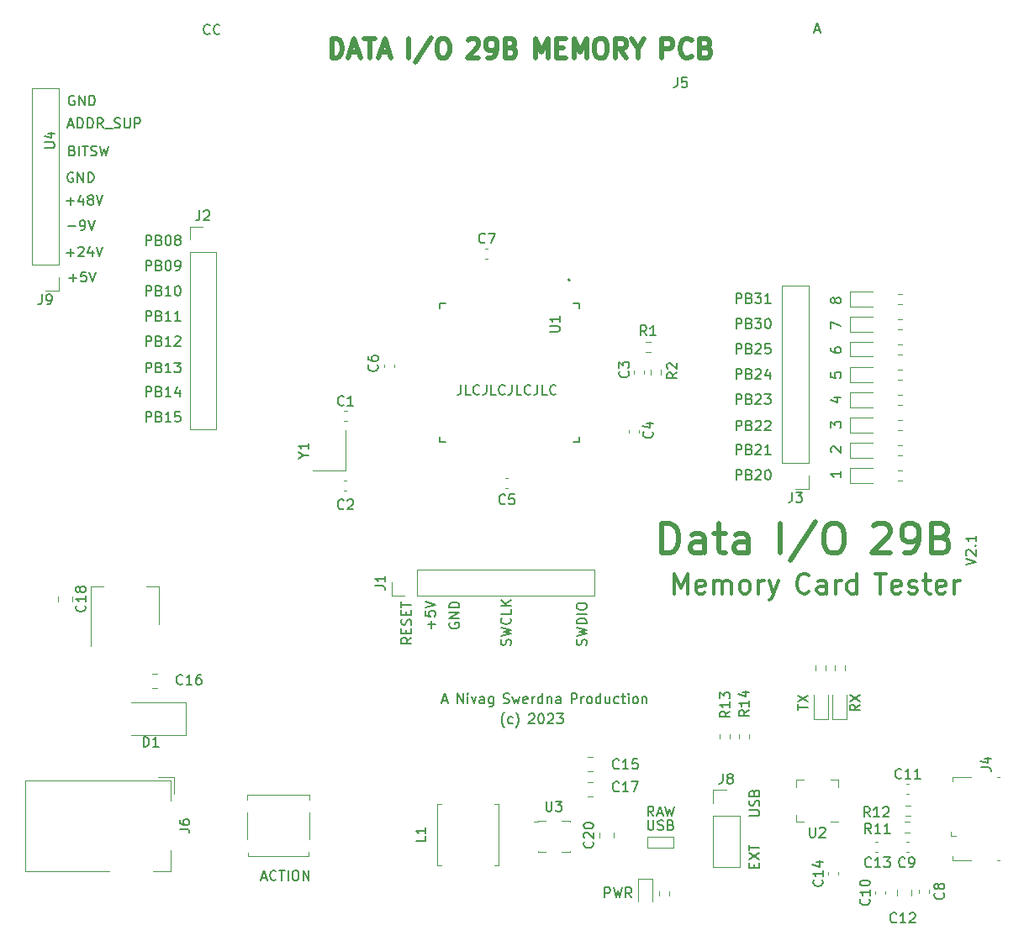
<source format=gbr>
%TF.GenerationSoftware,KiCad,Pcbnew,(7.0.0)*%
%TF.CreationDate,2023-08-05T12:50:32+01:00*%
%TF.ProjectId,DataIOTest,44617461-494f-4546-9573-742e6b696361,rev?*%
%TF.SameCoordinates,Original*%
%TF.FileFunction,Legend,Top*%
%TF.FilePolarity,Positive*%
%FSLAX46Y46*%
G04 Gerber Fmt 4.6, Leading zero omitted, Abs format (unit mm)*
G04 Created by KiCad (PCBNEW (7.0.0)) date 2023-08-05 12:50:32*
%MOMM*%
%LPD*%
G01*
G04 APERTURE LIST*
%ADD10C,0.200000*%
%ADD11C,0.500000*%
%ADD12C,0.300000*%
%ADD13C,0.150000*%
%ADD14C,0.476250*%
%ADD15C,0.120000*%
%ADD16C,0.127000*%
G04 APERTURE END LIST*
D10*
X101155476Y-151896666D02*
X101631666Y-151896666D01*
X101060238Y-152182380D02*
X101393571Y-151182380D01*
X101393571Y-151182380D02*
X101726904Y-152182380D01*
X102631666Y-152087142D02*
X102584047Y-152134761D01*
X102584047Y-152134761D02*
X102441190Y-152182380D01*
X102441190Y-152182380D02*
X102345952Y-152182380D01*
X102345952Y-152182380D02*
X102203095Y-152134761D01*
X102203095Y-152134761D02*
X102107857Y-152039523D01*
X102107857Y-152039523D02*
X102060238Y-151944285D01*
X102060238Y-151944285D02*
X102012619Y-151753809D01*
X102012619Y-151753809D02*
X102012619Y-151610952D01*
X102012619Y-151610952D02*
X102060238Y-151420476D01*
X102060238Y-151420476D02*
X102107857Y-151325238D01*
X102107857Y-151325238D02*
X102203095Y-151230000D01*
X102203095Y-151230000D02*
X102345952Y-151182380D01*
X102345952Y-151182380D02*
X102441190Y-151182380D01*
X102441190Y-151182380D02*
X102584047Y-151230000D01*
X102584047Y-151230000D02*
X102631666Y-151277619D01*
X102917381Y-151182380D02*
X103488809Y-151182380D01*
X103203095Y-152182380D02*
X103203095Y-151182380D01*
X103822143Y-152182380D02*
X103822143Y-151182380D01*
X104488809Y-151182380D02*
X104679285Y-151182380D01*
X104679285Y-151182380D02*
X104774523Y-151230000D01*
X104774523Y-151230000D02*
X104869761Y-151325238D01*
X104869761Y-151325238D02*
X104917380Y-151515714D01*
X104917380Y-151515714D02*
X104917380Y-151849047D01*
X104917380Y-151849047D02*
X104869761Y-152039523D01*
X104869761Y-152039523D02*
X104774523Y-152134761D01*
X104774523Y-152134761D02*
X104679285Y-152182380D01*
X104679285Y-152182380D02*
X104488809Y-152182380D01*
X104488809Y-152182380D02*
X104393571Y-152134761D01*
X104393571Y-152134761D02*
X104298333Y-152039523D01*
X104298333Y-152039523D02*
X104250714Y-151849047D01*
X104250714Y-151849047D02*
X104250714Y-151515714D01*
X104250714Y-151515714D02*
X104298333Y-151325238D01*
X104298333Y-151325238D02*
X104393571Y-151230000D01*
X104393571Y-151230000D02*
X104488809Y-151182380D01*
X105345952Y-152182380D02*
X105345952Y-151182380D01*
X105345952Y-151182380D02*
X105917380Y-152182380D01*
X105917380Y-152182380D02*
X105917380Y-151182380D01*
X140636523Y-145705380D02*
X140303190Y-145229190D01*
X140065095Y-145705380D02*
X140065095Y-144705380D01*
X140065095Y-144705380D02*
X140446047Y-144705380D01*
X140446047Y-144705380D02*
X140541285Y-144753000D01*
X140541285Y-144753000D02*
X140588904Y-144800619D01*
X140588904Y-144800619D02*
X140636523Y-144895857D01*
X140636523Y-144895857D02*
X140636523Y-145038714D01*
X140636523Y-145038714D02*
X140588904Y-145133952D01*
X140588904Y-145133952D02*
X140541285Y-145181571D01*
X140541285Y-145181571D02*
X140446047Y-145229190D01*
X140446047Y-145229190D02*
X140065095Y-145229190D01*
X141017476Y-145419666D02*
X141493666Y-145419666D01*
X140922238Y-145705380D02*
X141255571Y-144705380D01*
X141255571Y-144705380D02*
X141588904Y-145705380D01*
X141827000Y-144705380D02*
X142065095Y-145705380D01*
X142065095Y-145705380D02*
X142255571Y-144991095D01*
X142255571Y-144991095D02*
X142446047Y-145705380D01*
X142446047Y-145705380D02*
X142684143Y-144705380D01*
X140065095Y-146102380D02*
X140065095Y-146911904D01*
X140065095Y-146911904D02*
X140112714Y-147007142D01*
X140112714Y-147007142D02*
X140160333Y-147054761D01*
X140160333Y-147054761D02*
X140255571Y-147102380D01*
X140255571Y-147102380D02*
X140446047Y-147102380D01*
X140446047Y-147102380D02*
X140541285Y-147054761D01*
X140541285Y-147054761D02*
X140588904Y-147007142D01*
X140588904Y-147007142D02*
X140636523Y-146911904D01*
X140636523Y-146911904D02*
X140636523Y-146102380D01*
X141065095Y-147054761D02*
X141207952Y-147102380D01*
X141207952Y-147102380D02*
X141446047Y-147102380D01*
X141446047Y-147102380D02*
X141541285Y-147054761D01*
X141541285Y-147054761D02*
X141588904Y-147007142D01*
X141588904Y-147007142D02*
X141636523Y-146911904D01*
X141636523Y-146911904D02*
X141636523Y-146816666D01*
X141636523Y-146816666D02*
X141588904Y-146721428D01*
X141588904Y-146721428D02*
X141541285Y-146673809D01*
X141541285Y-146673809D02*
X141446047Y-146626190D01*
X141446047Y-146626190D02*
X141255571Y-146578571D01*
X141255571Y-146578571D02*
X141160333Y-146530952D01*
X141160333Y-146530952D02*
X141112714Y-146483333D01*
X141112714Y-146483333D02*
X141065095Y-146388095D01*
X141065095Y-146388095D02*
X141065095Y-146292857D01*
X141065095Y-146292857D02*
X141112714Y-146197619D01*
X141112714Y-146197619D02*
X141160333Y-146150000D01*
X141160333Y-146150000D02*
X141255571Y-146102380D01*
X141255571Y-146102380D02*
X141493666Y-146102380D01*
X141493666Y-146102380D02*
X141636523Y-146150000D01*
X142398428Y-146578571D02*
X142541285Y-146626190D01*
X142541285Y-146626190D02*
X142588904Y-146673809D01*
X142588904Y-146673809D02*
X142636523Y-146769047D01*
X142636523Y-146769047D02*
X142636523Y-146911904D01*
X142636523Y-146911904D02*
X142588904Y-147007142D01*
X142588904Y-147007142D02*
X142541285Y-147054761D01*
X142541285Y-147054761D02*
X142446047Y-147102380D01*
X142446047Y-147102380D02*
X142065095Y-147102380D01*
X142065095Y-147102380D02*
X142065095Y-146102380D01*
X142065095Y-146102380D02*
X142398428Y-146102380D01*
X142398428Y-146102380D02*
X142493666Y-146150000D01*
X142493666Y-146150000D02*
X142541285Y-146197619D01*
X142541285Y-146197619D02*
X142588904Y-146292857D01*
X142588904Y-146292857D02*
X142588904Y-146388095D01*
X142588904Y-146388095D02*
X142541285Y-146483333D01*
X142541285Y-146483333D02*
X142493666Y-146530952D01*
X142493666Y-146530952D02*
X142398428Y-146578571D01*
X142398428Y-146578571D02*
X142065095Y-146578571D01*
X150769571Y-150891904D02*
X150769571Y-150558571D01*
X151293380Y-150415714D02*
X151293380Y-150891904D01*
X151293380Y-150891904D02*
X150293380Y-150891904D01*
X150293380Y-150891904D02*
X150293380Y-150415714D01*
X150293380Y-150082380D02*
X151293380Y-149415714D01*
X150293380Y-149415714D02*
X151293380Y-150082380D01*
X150293380Y-149177618D02*
X150293380Y-148606190D01*
X151293380Y-148891904D02*
X150293380Y-148891904D01*
X150293380Y-145684904D02*
X151102904Y-145684904D01*
X151102904Y-145684904D02*
X151198142Y-145637285D01*
X151198142Y-145637285D02*
X151245761Y-145589666D01*
X151245761Y-145589666D02*
X151293380Y-145494428D01*
X151293380Y-145494428D02*
X151293380Y-145303952D01*
X151293380Y-145303952D02*
X151245761Y-145208714D01*
X151245761Y-145208714D02*
X151198142Y-145161095D01*
X151198142Y-145161095D02*
X151102904Y-145113476D01*
X151102904Y-145113476D02*
X150293380Y-145113476D01*
X151245761Y-144684904D02*
X151293380Y-144542047D01*
X151293380Y-144542047D02*
X151293380Y-144303952D01*
X151293380Y-144303952D02*
X151245761Y-144208714D01*
X151245761Y-144208714D02*
X151198142Y-144161095D01*
X151198142Y-144161095D02*
X151102904Y-144113476D01*
X151102904Y-144113476D02*
X151007666Y-144113476D01*
X151007666Y-144113476D02*
X150912428Y-144161095D01*
X150912428Y-144161095D02*
X150864809Y-144208714D01*
X150864809Y-144208714D02*
X150817190Y-144303952D01*
X150817190Y-144303952D02*
X150769571Y-144494428D01*
X150769571Y-144494428D02*
X150721952Y-144589666D01*
X150721952Y-144589666D02*
X150674333Y-144637285D01*
X150674333Y-144637285D02*
X150579095Y-144684904D01*
X150579095Y-144684904D02*
X150483857Y-144684904D01*
X150483857Y-144684904D02*
X150388619Y-144637285D01*
X150388619Y-144637285D02*
X150341000Y-144589666D01*
X150341000Y-144589666D02*
X150293380Y-144494428D01*
X150293380Y-144494428D02*
X150293380Y-144256333D01*
X150293380Y-144256333D02*
X150341000Y-144113476D01*
X150769571Y-143351571D02*
X150817190Y-143208714D01*
X150817190Y-143208714D02*
X150864809Y-143161095D01*
X150864809Y-143161095D02*
X150960047Y-143113476D01*
X150960047Y-143113476D02*
X151102904Y-143113476D01*
X151102904Y-143113476D02*
X151198142Y-143161095D01*
X151198142Y-143161095D02*
X151245761Y-143208714D01*
X151245761Y-143208714D02*
X151293380Y-143303952D01*
X151293380Y-143303952D02*
X151293380Y-143684904D01*
X151293380Y-143684904D02*
X150293380Y-143684904D01*
X150293380Y-143684904D02*
X150293380Y-143351571D01*
X150293380Y-143351571D02*
X150341000Y-143256333D01*
X150341000Y-143256333D02*
X150388619Y-143208714D01*
X150388619Y-143208714D02*
X150483857Y-143161095D01*
X150483857Y-143161095D02*
X150579095Y-143161095D01*
X150579095Y-143161095D02*
X150674333Y-143208714D01*
X150674333Y-143208714D02*
X150721952Y-143256333D01*
X150721952Y-143256333D02*
X150769571Y-143351571D01*
X150769571Y-143351571D02*
X150769571Y-143684904D01*
X148955095Y-111796380D02*
X148955095Y-110796380D01*
X148955095Y-110796380D02*
X149336047Y-110796380D01*
X149336047Y-110796380D02*
X149431285Y-110844000D01*
X149431285Y-110844000D02*
X149478904Y-110891619D01*
X149478904Y-110891619D02*
X149526523Y-110986857D01*
X149526523Y-110986857D02*
X149526523Y-111129714D01*
X149526523Y-111129714D02*
X149478904Y-111224952D01*
X149478904Y-111224952D02*
X149431285Y-111272571D01*
X149431285Y-111272571D02*
X149336047Y-111320190D01*
X149336047Y-111320190D02*
X148955095Y-111320190D01*
X150288428Y-111272571D02*
X150431285Y-111320190D01*
X150431285Y-111320190D02*
X150478904Y-111367809D01*
X150478904Y-111367809D02*
X150526523Y-111463047D01*
X150526523Y-111463047D02*
X150526523Y-111605904D01*
X150526523Y-111605904D02*
X150478904Y-111701142D01*
X150478904Y-111701142D02*
X150431285Y-111748761D01*
X150431285Y-111748761D02*
X150336047Y-111796380D01*
X150336047Y-111796380D02*
X149955095Y-111796380D01*
X149955095Y-111796380D02*
X149955095Y-110796380D01*
X149955095Y-110796380D02*
X150288428Y-110796380D01*
X150288428Y-110796380D02*
X150383666Y-110844000D01*
X150383666Y-110844000D02*
X150431285Y-110891619D01*
X150431285Y-110891619D02*
X150478904Y-110986857D01*
X150478904Y-110986857D02*
X150478904Y-111082095D01*
X150478904Y-111082095D02*
X150431285Y-111177333D01*
X150431285Y-111177333D02*
X150383666Y-111224952D01*
X150383666Y-111224952D02*
X150288428Y-111272571D01*
X150288428Y-111272571D02*
X149955095Y-111272571D01*
X150907476Y-110891619D02*
X150955095Y-110844000D01*
X150955095Y-110844000D02*
X151050333Y-110796380D01*
X151050333Y-110796380D02*
X151288428Y-110796380D01*
X151288428Y-110796380D02*
X151383666Y-110844000D01*
X151383666Y-110844000D02*
X151431285Y-110891619D01*
X151431285Y-110891619D02*
X151478904Y-110986857D01*
X151478904Y-110986857D02*
X151478904Y-111082095D01*
X151478904Y-111082095D02*
X151431285Y-111224952D01*
X151431285Y-111224952D02*
X150859857Y-111796380D01*
X150859857Y-111796380D02*
X151478904Y-111796380D01*
X152097952Y-110796380D02*
X152193190Y-110796380D01*
X152193190Y-110796380D02*
X152288428Y-110844000D01*
X152288428Y-110844000D02*
X152336047Y-110891619D01*
X152336047Y-110891619D02*
X152383666Y-110986857D01*
X152383666Y-110986857D02*
X152431285Y-111177333D01*
X152431285Y-111177333D02*
X152431285Y-111415428D01*
X152431285Y-111415428D02*
X152383666Y-111605904D01*
X152383666Y-111605904D02*
X152336047Y-111701142D01*
X152336047Y-111701142D02*
X152288428Y-111748761D01*
X152288428Y-111748761D02*
X152193190Y-111796380D01*
X152193190Y-111796380D02*
X152097952Y-111796380D01*
X152097952Y-111796380D02*
X152002714Y-111748761D01*
X152002714Y-111748761D02*
X151955095Y-111701142D01*
X151955095Y-111701142D02*
X151907476Y-111605904D01*
X151907476Y-111605904D02*
X151859857Y-111415428D01*
X151859857Y-111415428D02*
X151859857Y-111177333D01*
X151859857Y-111177333D02*
X151907476Y-110986857D01*
X151907476Y-110986857D02*
X151955095Y-110891619D01*
X151955095Y-110891619D02*
X152002714Y-110844000D01*
X152002714Y-110844000D02*
X152097952Y-110796380D01*
X148955095Y-106843380D02*
X148955095Y-105843380D01*
X148955095Y-105843380D02*
X149336047Y-105843380D01*
X149336047Y-105843380D02*
X149431285Y-105891000D01*
X149431285Y-105891000D02*
X149478904Y-105938619D01*
X149478904Y-105938619D02*
X149526523Y-106033857D01*
X149526523Y-106033857D02*
X149526523Y-106176714D01*
X149526523Y-106176714D02*
X149478904Y-106271952D01*
X149478904Y-106271952D02*
X149431285Y-106319571D01*
X149431285Y-106319571D02*
X149336047Y-106367190D01*
X149336047Y-106367190D02*
X148955095Y-106367190D01*
X150288428Y-106319571D02*
X150431285Y-106367190D01*
X150431285Y-106367190D02*
X150478904Y-106414809D01*
X150478904Y-106414809D02*
X150526523Y-106510047D01*
X150526523Y-106510047D02*
X150526523Y-106652904D01*
X150526523Y-106652904D02*
X150478904Y-106748142D01*
X150478904Y-106748142D02*
X150431285Y-106795761D01*
X150431285Y-106795761D02*
X150336047Y-106843380D01*
X150336047Y-106843380D02*
X149955095Y-106843380D01*
X149955095Y-106843380D02*
X149955095Y-105843380D01*
X149955095Y-105843380D02*
X150288428Y-105843380D01*
X150288428Y-105843380D02*
X150383666Y-105891000D01*
X150383666Y-105891000D02*
X150431285Y-105938619D01*
X150431285Y-105938619D02*
X150478904Y-106033857D01*
X150478904Y-106033857D02*
X150478904Y-106129095D01*
X150478904Y-106129095D02*
X150431285Y-106224333D01*
X150431285Y-106224333D02*
X150383666Y-106271952D01*
X150383666Y-106271952D02*
X150288428Y-106319571D01*
X150288428Y-106319571D02*
X149955095Y-106319571D01*
X150907476Y-105938619D02*
X150955095Y-105891000D01*
X150955095Y-105891000D02*
X151050333Y-105843380D01*
X151050333Y-105843380D02*
X151288428Y-105843380D01*
X151288428Y-105843380D02*
X151383666Y-105891000D01*
X151383666Y-105891000D02*
X151431285Y-105938619D01*
X151431285Y-105938619D02*
X151478904Y-106033857D01*
X151478904Y-106033857D02*
X151478904Y-106129095D01*
X151478904Y-106129095D02*
X151431285Y-106271952D01*
X151431285Y-106271952D02*
X150859857Y-106843380D01*
X150859857Y-106843380D02*
X151478904Y-106843380D01*
X151859857Y-105938619D02*
X151907476Y-105891000D01*
X151907476Y-105891000D02*
X152002714Y-105843380D01*
X152002714Y-105843380D02*
X152240809Y-105843380D01*
X152240809Y-105843380D02*
X152336047Y-105891000D01*
X152336047Y-105891000D02*
X152383666Y-105938619D01*
X152383666Y-105938619D02*
X152431285Y-106033857D01*
X152431285Y-106033857D02*
X152431285Y-106129095D01*
X152431285Y-106129095D02*
X152383666Y-106271952D01*
X152383666Y-106271952D02*
X151812238Y-106843380D01*
X151812238Y-106843380D02*
X152431285Y-106843380D01*
X148955095Y-99096380D02*
X148955095Y-98096380D01*
X148955095Y-98096380D02*
X149336047Y-98096380D01*
X149336047Y-98096380D02*
X149431285Y-98144000D01*
X149431285Y-98144000D02*
X149478904Y-98191619D01*
X149478904Y-98191619D02*
X149526523Y-98286857D01*
X149526523Y-98286857D02*
X149526523Y-98429714D01*
X149526523Y-98429714D02*
X149478904Y-98524952D01*
X149478904Y-98524952D02*
X149431285Y-98572571D01*
X149431285Y-98572571D02*
X149336047Y-98620190D01*
X149336047Y-98620190D02*
X148955095Y-98620190D01*
X150288428Y-98572571D02*
X150431285Y-98620190D01*
X150431285Y-98620190D02*
X150478904Y-98667809D01*
X150478904Y-98667809D02*
X150526523Y-98763047D01*
X150526523Y-98763047D02*
X150526523Y-98905904D01*
X150526523Y-98905904D02*
X150478904Y-99001142D01*
X150478904Y-99001142D02*
X150431285Y-99048761D01*
X150431285Y-99048761D02*
X150336047Y-99096380D01*
X150336047Y-99096380D02*
X149955095Y-99096380D01*
X149955095Y-99096380D02*
X149955095Y-98096380D01*
X149955095Y-98096380D02*
X150288428Y-98096380D01*
X150288428Y-98096380D02*
X150383666Y-98144000D01*
X150383666Y-98144000D02*
X150431285Y-98191619D01*
X150431285Y-98191619D02*
X150478904Y-98286857D01*
X150478904Y-98286857D02*
X150478904Y-98382095D01*
X150478904Y-98382095D02*
X150431285Y-98477333D01*
X150431285Y-98477333D02*
X150383666Y-98524952D01*
X150383666Y-98524952D02*
X150288428Y-98572571D01*
X150288428Y-98572571D02*
X149955095Y-98572571D01*
X150907476Y-98191619D02*
X150955095Y-98144000D01*
X150955095Y-98144000D02*
X151050333Y-98096380D01*
X151050333Y-98096380D02*
X151288428Y-98096380D01*
X151288428Y-98096380D02*
X151383666Y-98144000D01*
X151383666Y-98144000D02*
X151431285Y-98191619D01*
X151431285Y-98191619D02*
X151478904Y-98286857D01*
X151478904Y-98286857D02*
X151478904Y-98382095D01*
X151478904Y-98382095D02*
X151431285Y-98524952D01*
X151431285Y-98524952D02*
X150859857Y-99096380D01*
X150859857Y-99096380D02*
X151478904Y-99096380D01*
X152383666Y-98096380D02*
X151907476Y-98096380D01*
X151907476Y-98096380D02*
X151859857Y-98572571D01*
X151859857Y-98572571D02*
X151907476Y-98524952D01*
X151907476Y-98524952D02*
X152002714Y-98477333D01*
X152002714Y-98477333D02*
X152240809Y-98477333D01*
X152240809Y-98477333D02*
X152336047Y-98524952D01*
X152336047Y-98524952D02*
X152383666Y-98572571D01*
X152383666Y-98572571D02*
X152431285Y-98667809D01*
X152431285Y-98667809D02*
X152431285Y-98905904D01*
X152431285Y-98905904D02*
X152383666Y-99001142D01*
X152383666Y-99001142D02*
X152336047Y-99048761D01*
X152336047Y-99048761D02*
X152240809Y-99096380D01*
X152240809Y-99096380D02*
X152002714Y-99096380D01*
X152002714Y-99096380D02*
X151907476Y-99048761D01*
X151907476Y-99048761D02*
X151859857Y-99001142D01*
X148955095Y-96556380D02*
X148955095Y-95556380D01*
X148955095Y-95556380D02*
X149336047Y-95556380D01*
X149336047Y-95556380D02*
X149431285Y-95604000D01*
X149431285Y-95604000D02*
X149478904Y-95651619D01*
X149478904Y-95651619D02*
X149526523Y-95746857D01*
X149526523Y-95746857D02*
X149526523Y-95889714D01*
X149526523Y-95889714D02*
X149478904Y-95984952D01*
X149478904Y-95984952D02*
X149431285Y-96032571D01*
X149431285Y-96032571D02*
X149336047Y-96080190D01*
X149336047Y-96080190D02*
X148955095Y-96080190D01*
X150288428Y-96032571D02*
X150431285Y-96080190D01*
X150431285Y-96080190D02*
X150478904Y-96127809D01*
X150478904Y-96127809D02*
X150526523Y-96223047D01*
X150526523Y-96223047D02*
X150526523Y-96365904D01*
X150526523Y-96365904D02*
X150478904Y-96461142D01*
X150478904Y-96461142D02*
X150431285Y-96508761D01*
X150431285Y-96508761D02*
X150336047Y-96556380D01*
X150336047Y-96556380D02*
X149955095Y-96556380D01*
X149955095Y-96556380D02*
X149955095Y-95556380D01*
X149955095Y-95556380D02*
X150288428Y-95556380D01*
X150288428Y-95556380D02*
X150383666Y-95604000D01*
X150383666Y-95604000D02*
X150431285Y-95651619D01*
X150431285Y-95651619D02*
X150478904Y-95746857D01*
X150478904Y-95746857D02*
X150478904Y-95842095D01*
X150478904Y-95842095D02*
X150431285Y-95937333D01*
X150431285Y-95937333D02*
X150383666Y-95984952D01*
X150383666Y-95984952D02*
X150288428Y-96032571D01*
X150288428Y-96032571D02*
X149955095Y-96032571D01*
X150859857Y-95556380D02*
X151478904Y-95556380D01*
X151478904Y-95556380D02*
X151145571Y-95937333D01*
X151145571Y-95937333D02*
X151288428Y-95937333D01*
X151288428Y-95937333D02*
X151383666Y-95984952D01*
X151383666Y-95984952D02*
X151431285Y-96032571D01*
X151431285Y-96032571D02*
X151478904Y-96127809D01*
X151478904Y-96127809D02*
X151478904Y-96365904D01*
X151478904Y-96365904D02*
X151431285Y-96461142D01*
X151431285Y-96461142D02*
X151383666Y-96508761D01*
X151383666Y-96508761D02*
X151288428Y-96556380D01*
X151288428Y-96556380D02*
X151002714Y-96556380D01*
X151002714Y-96556380D02*
X150907476Y-96508761D01*
X150907476Y-96508761D02*
X150859857Y-96461142D01*
X152097952Y-95556380D02*
X152193190Y-95556380D01*
X152193190Y-95556380D02*
X152288428Y-95604000D01*
X152288428Y-95604000D02*
X152336047Y-95651619D01*
X152336047Y-95651619D02*
X152383666Y-95746857D01*
X152383666Y-95746857D02*
X152431285Y-95937333D01*
X152431285Y-95937333D02*
X152431285Y-96175428D01*
X152431285Y-96175428D02*
X152383666Y-96365904D01*
X152383666Y-96365904D02*
X152336047Y-96461142D01*
X152336047Y-96461142D02*
X152288428Y-96508761D01*
X152288428Y-96508761D02*
X152193190Y-96556380D01*
X152193190Y-96556380D02*
X152097952Y-96556380D01*
X152097952Y-96556380D02*
X152002714Y-96508761D01*
X152002714Y-96508761D02*
X151955095Y-96461142D01*
X151955095Y-96461142D02*
X151907476Y-96365904D01*
X151907476Y-96365904D02*
X151859857Y-96175428D01*
X151859857Y-96175428D02*
X151859857Y-95937333D01*
X151859857Y-95937333D02*
X151907476Y-95746857D01*
X151907476Y-95746857D02*
X151955095Y-95651619D01*
X151955095Y-95651619D02*
X152002714Y-95604000D01*
X152002714Y-95604000D02*
X152097952Y-95556380D01*
X148955095Y-104176380D02*
X148955095Y-103176380D01*
X148955095Y-103176380D02*
X149336047Y-103176380D01*
X149336047Y-103176380D02*
X149431285Y-103224000D01*
X149431285Y-103224000D02*
X149478904Y-103271619D01*
X149478904Y-103271619D02*
X149526523Y-103366857D01*
X149526523Y-103366857D02*
X149526523Y-103509714D01*
X149526523Y-103509714D02*
X149478904Y-103604952D01*
X149478904Y-103604952D02*
X149431285Y-103652571D01*
X149431285Y-103652571D02*
X149336047Y-103700190D01*
X149336047Y-103700190D02*
X148955095Y-103700190D01*
X150288428Y-103652571D02*
X150431285Y-103700190D01*
X150431285Y-103700190D02*
X150478904Y-103747809D01*
X150478904Y-103747809D02*
X150526523Y-103843047D01*
X150526523Y-103843047D02*
X150526523Y-103985904D01*
X150526523Y-103985904D02*
X150478904Y-104081142D01*
X150478904Y-104081142D02*
X150431285Y-104128761D01*
X150431285Y-104128761D02*
X150336047Y-104176380D01*
X150336047Y-104176380D02*
X149955095Y-104176380D01*
X149955095Y-104176380D02*
X149955095Y-103176380D01*
X149955095Y-103176380D02*
X150288428Y-103176380D01*
X150288428Y-103176380D02*
X150383666Y-103224000D01*
X150383666Y-103224000D02*
X150431285Y-103271619D01*
X150431285Y-103271619D02*
X150478904Y-103366857D01*
X150478904Y-103366857D02*
X150478904Y-103462095D01*
X150478904Y-103462095D02*
X150431285Y-103557333D01*
X150431285Y-103557333D02*
X150383666Y-103604952D01*
X150383666Y-103604952D02*
X150288428Y-103652571D01*
X150288428Y-103652571D02*
X149955095Y-103652571D01*
X150907476Y-103271619D02*
X150955095Y-103224000D01*
X150955095Y-103224000D02*
X151050333Y-103176380D01*
X151050333Y-103176380D02*
X151288428Y-103176380D01*
X151288428Y-103176380D02*
X151383666Y-103224000D01*
X151383666Y-103224000D02*
X151431285Y-103271619D01*
X151431285Y-103271619D02*
X151478904Y-103366857D01*
X151478904Y-103366857D02*
X151478904Y-103462095D01*
X151478904Y-103462095D02*
X151431285Y-103604952D01*
X151431285Y-103604952D02*
X150859857Y-104176380D01*
X150859857Y-104176380D02*
X151478904Y-104176380D01*
X151812238Y-103176380D02*
X152431285Y-103176380D01*
X152431285Y-103176380D02*
X152097952Y-103557333D01*
X152097952Y-103557333D02*
X152240809Y-103557333D01*
X152240809Y-103557333D02*
X152336047Y-103604952D01*
X152336047Y-103604952D02*
X152383666Y-103652571D01*
X152383666Y-103652571D02*
X152431285Y-103747809D01*
X152431285Y-103747809D02*
X152431285Y-103985904D01*
X152431285Y-103985904D02*
X152383666Y-104081142D01*
X152383666Y-104081142D02*
X152336047Y-104128761D01*
X152336047Y-104128761D02*
X152240809Y-104176380D01*
X152240809Y-104176380D02*
X151955095Y-104176380D01*
X151955095Y-104176380D02*
X151859857Y-104128761D01*
X151859857Y-104128761D02*
X151812238Y-104081142D01*
X148955095Y-94016380D02*
X148955095Y-93016380D01*
X148955095Y-93016380D02*
X149336047Y-93016380D01*
X149336047Y-93016380D02*
X149431285Y-93064000D01*
X149431285Y-93064000D02*
X149478904Y-93111619D01*
X149478904Y-93111619D02*
X149526523Y-93206857D01*
X149526523Y-93206857D02*
X149526523Y-93349714D01*
X149526523Y-93349714D02*
X149478904Y-93444952D01*
X149478904Y-93444952D02*
X149431285Y-93492571D01*
X149431285Y-93492571D02*
X149336047Y-93540190D01*
X149336047Y-93540190D02*
X148955095Y-93540190D01*
X150288428Y-93492571D02*
X150431285Y-93540190D01*
X150431285Y-93540190D02*
X150478904Y-93587809D01*
X150478904Y-93587809D02*
X150526523Y-93683047D01*
X150526523Y-93683047D02*
X150526523Y-93825904D01*
X150526523Y-93825904D02*
X150478904Y-93921142D01*
X150478904Y-93921142D02*
X150431285Y-93968761D01*
X150431285Y-93968761D02*
X150336047Y-94016380D01*
X150336047Y-94016380D02*
X149955095Y-94016380D01*
X149955095Y-94016380D02*
X149955095Y-93016380D01*
X149955095Y-93016380D02*
X150288428Y-93016380D01*
X150288428Y-93016380D02*
X150383666Y-93064000D01*
X150383666Y-93064000D02*
X150431285Y-93111619D01*
X150431285Y-93111619D02*
X150478904Y-93206857D01*
X150478904Y-93206857D02*
X150478904Y-93302095D01*
X150478904Y-93302095D02*
X150431285Y-93397333D01*
X150431285Y-93397333D02*
X150383666Y-93444952D01*
X150383666Y-93444952D02*
X150288428Y-93492571D01*
X150288428Y-93492571D02*
X149955095Y-93492571D01*
X150859857Y-93016380D02*
X151478904Y-93016380D01*
X151478904Y-93016380D02*
X151145571Y-93397333D01*
X151145571Y-93397333D02*
X151288428Y-93397333D01*
X151288428Y-93397333D02*
X151383666Y-93444952D01*
X151383666Y-93444952D02*
X151431285Y-93492571D01*
X151431285Y-93492571D02*
X151478904Y-93587809D01*
X151478904Y-93587809D02*
X151478904Y-93825904D01*
X151478904Y-93825904D02*
X151431285Y-93921142D01*
X151431285Y-93921142D02*
X151383666Y-93968761D01*
X151383666Y-93968761D02*
X151288428Y-94016380D01*
X151288428Y-94016380D02*
X151002714Y-94016380D01*
X151002714Y-94016380D02*
X150907476Y-93968761D01*
X150907476Y-93968761D02*
X150859857Y-93921142D01*
X152431285Y-94016380D02*
X151859857Y-94016380D01*
X152145571Y-94016380D02*
X152145571Y-93016380D01*
X152145571Y-93016380D02*
X152050333Y-93159238D01*
X152050333Y-93159238D02*
X151955095Y-93254476D01*
X151955095Y-93254476D02*
X151859857Y-93302095D01*
X148955095Y-101636380D02*
X148955095Y-100636380D01*
X148955095Y-100636380D02*
X149336047Y-100636380D01*
X149336047Y-100636380D02*
X149431285Y-100684000D01*
X149431285Y-100684000D02*
X149478904Y-100731619D01*
X149478904Y-100731619D02*
X149526523Y-100826857D01*
X149526523Y-100826857D02*
X149526523Y-100969714D01*
X149526523Y-100969714D02*
X149478904Y-101064952D01*
X149478904Y-101064952D02*
X149431285Y-101112571D01*
X149431285Y-101112571D02*
X149336047Y-101160190D01*
X149336047Y-101160190D02*
X148955095Y-101160190D01*
X150288428Y-101112571D02*
X150431285Y-101160190D01*
X150431285Y-101160190D02*
X150478904Y-101207809D01*
X150478904Y-101207809D02*
X150526523Y-101303047D01*
X150526523Y-101303047D02*
X150526523Y-101445904D01*
X150526523Y-101445904D02*
X150478904Y-101541142D01*
X150478904Y-101541142D02*
X150431285Y-101588761D01*
X150431285Y-101588761D02*
X150336047Y-101636380D01*
X150336047Y-101636380D02*
X149955095Y-101636380D01*
X149955095Y-101636380D02*
X149955095Y-100636380D01*
X149955095Y-100636380D02*
X150288428Y-100636380D01*
X150288428Y-100636380D02*
X150383666Y-100684000D01*
X150383666Y-100684000D02*
X150431285Y-100731619D01*
X150431285Y-100731619D02*
X150478904Y-100826857D01*
X150478904Y-100826857D02*
X150478904Y-100922095D01*
X150478904Y-100922095D02*
X150431285Y-101017333D01*
X150431285Y-101017333D02*
X150383666Y-101064952D01*
X150383666Y-101064952D02*
X150288428Y-101112571D01*
X150288428Y-101112571D02*
X149955095Y-101112571D01*
X150907476Y-100731619D02*
X150955095Y-100684000D01*
X150955095Y-100684000D02*
X151050333Y-100636380D01*
X151050333Y-100636380D02*
X151288428Y-100636380D01*
X151288428Y-100636380D02*
X151383666Y-100684000D01*
X151383666Y-100684000D02*
X151431285Y-100731619D01*
X151431285Y-100731619D02*
X151478904Y-100826857D01*
X151478904Y-100826857D02*
X151478904Y-100922095D01*
X151478904Y-100922095D02*
X151431285Y-101064952D01*
X151431285Y-101064952D02*
X150859857Y-101636380D01*
X150859857Y-101636380D02*
X151478904Y-101636380D01*
X152336047Y-100969714D02*
X152336047Y-101636380D01*
X152097952Y-100588761D02*
X151859857Y-101303047D01*
X151859857Y-101303047D02*
X152478904Y-101303047D01*
X148955095Y-109256380D02*
X148955095Y-108256380D01*
X148955095Y-108256380D02*
X149336047Y-108256380D01*
X149336047Y-108256380D02*
X149431285Y-108304000D01*
X149431285Y-108304000D02*
X149478904Y-108351619D01*
X149478904Y-108351619D02*
X149526523Y-108446857D01*
X149526523Y-108446857D02*
X149526523Y-108589714D01*
X149526523Y-108589714D02*
X149478904Y-108684952D01*
X149478904Y-108684952D02*
X149431285Y-108732571D01*
X149431285Y-108732571D02*
X149336047Y-108780190D01*
X149336047Y-108780190D02*
X148955095Y-108780190D01*
X150288428Y-108732571D02*
X150431285Y-108780190D01*
X150431285Y-108780190D02*
X150478904Y-108827809D01*
X150478904Y-108827809D02*
X150526523Y-108923047D01*
X150526523Y-108923047D02*
X150526523Y-109065904D01*
X150526523Y-109065904D02*
X150478904Y-109161142D01*
X150478904Y-109161142D02*
X150431285Y-109208761D01*
X150431285Y-109208761D02*
X150336047Y-109256380D01*
X150336047Y-109256380D02*
X149955095Y-109256380D01*
X149955095Y-109256380D02*
X149955095Y-108256380D01*
X149955095Y-108256380D02*
X150288428Y-108256380D01*
X150288428Y-108256380D02*
X150383666Y-108304000D01*
X150383666Y-108304000D02*
X150431285Y-108351619D01*
X150431285Y-108351619D02*
X150478904Y-108446857D01*
X150478904Y-108446857D02*
X150478904Y-108542095D01*
X150478904Y-108542095D02*
X150431285Y-108637333D01*
X150431285Y-108637333D02*
X150383666Y-108684952D01*
X150383666Y-108684952D02*
X150288428Y-108732571D01*
X150288428Y-108732571D02*
X149955095Y-108732571D01*
X150907476Y-108351619D02*
X150955095Y-108304000D01*
X150955095Y-108304000D02*
X151050333Y-108256380D01*
X151050333Y-108256380D02*
X151288428Y-108256380D01*
X151288428Y-108256380D02*
X151383666Y-108304000D01*
X151383666Y-108304000D02*
X151431285Y-108351619D01*
X151431285Y-108351619D02*
X151478904Y-108446857D01*
X151478904Y-108446857D02*
X151478904Y-108542095D01*
X151478904Y-108542095D02*
X151431285Y-108684952D01*
X151431285Y-108684952D02*
X150859857Y-109256380D01*
X150859857Y-109256380D02*
X151478904Y-109256380D01*
X152431285Y-109256380D02*
X151859857Y-109256380D01*
X152145571Y-109256380D02*
X152145571Y-108256380D01*
X152145571Y-108256380D02*
X152050333Y-108399238D01*
X152050333Y-108399238D02*
X151955095Y-108494476D01*
X151955095Y-108494476D02*
X151859857Y-108542095D01*
X89519095Y-105954380D02*
X89519095Y-104954380D01*
X89519095Y-104954380D02*
X89900047Y-104954380D01*
X89900047Y-104954380D02*
X89995285Y-105002000D01*
X89995285Y-105002000D02*
X90042904Y-105049619D01*
X90042904Y-105049619D02*
X90090523Y-105144857D01*
X90090523Y-105144857D02*
X90090523Y-105287714D01*
X90090523Y-105287714D02*
X90042904Y-105382952D01*
X90042904Y-105382952D02*
X89995285Y-105430571D01*
X89995285Y-105430571D02*
X89900047Y-105478190D01*
X89900047Y-105478190D02*
X89519095Y-105478190D01*
X90852428Y-105430571D02*
X90995285Y-105478190D01*
X90995285Y-105478190D02*
X91042904Y-105525809D01*
X91042904Y-105525809D02*
X91090523Y-105621047D01*
X91090523Y-105621047D02*
X91090523Y-105763904D01*
X91090523Y-105763904D02*
X91042904Y-105859142D01*
X91042904Y-105859142D02*
X90995285Y-105906761D01*
X90995285Y-105906761D02*
X90900047Y-105954380D01*
X90900047Y-105954380D02*
X90519095Y-105954380D01*
X90519095Y-105954380D02*
X90519095Y-104954380D01*
X90519095Y-104954380D02*
X90852428Y-104954380D01*
X90852428Y-104954380D02*
X90947666Y-105002000D01*
X90947666Y-105002000D02*
X90995285Y-105049619D01*
X90995285Y-105049619D02*
X91042904Y-105144857D01*
X91042904Y-105144857D02*
X91042904Y-105240095D01*
X91042904Y-105240095D02*
X90995285Y-105335333D01*
X90995285Y-105335333D02*
X90947666Y-105382952D01*
X90947666Y-105382952D02*
X90852428Y-105430571D01*
X90852428Y-105430571D02*
X90519095Y-105430571D01*
X92042904Y-105954380D02*
X91471476Y-105954380D01*
X91757190Y-105954380D02*
X91757190Y-104954380D01*
X91757190Y-104954380D02*
X91661952Y-105097238D01*
X91661952Y-105097238D02*
X91566714Y-105192476D01*
X91566714Y-105192476D02*
X91471476Y-105240095D01*
X92947666Y-104954380D02*
X92471476Y-104954380D01*
X92471476Y-104954380D02*
X92423857Y-105430571D01*
X92423857Y-105430571D02*
X92471476Y-105382952D01*
X92471476Y-105382952D02*
X92566714Y-105335333D01*
X92566714Y-105335333D02*
X92804809Y-105335333D01*
X92804809Y-105335333D02*
X92900047Y-105382952D01*
X92900047Y-105382952D02*
X92947666Y-105430571D01*
X92947666Y-105430571D02*
X92995285Y-105525809D01*
X92995285Y-105525809D02*
X92995285Y-105763904D01*
X92995285Y-105763904D02*
X92947666Y-105859142D01*
X92947666Y-105859142D02*
X92900047Y-105906761D01*
X92900047Y-105906761D02*
X92804809Y-105954380D01*
X92804809Y-105954380D02*
X92566714Y-105954380D01*
X92566714Y-105954380D02*
X92471476Y-105906761D01*
X92471476Y-105906761D02*
X92423857Y-105859142D01*
X89519095Y-103414380D02*
X89519095Y-102414380D01*
X89519095Y-102414380D02*
X89900047Y-102414380D01*
X89900047Y-102414380D02*
X89995285Y-102462000D01*
X89995285Y-102462000D02*
X90042904Y-102509619D01*
X90042904Y-102509619D02*
X90090523Y-102604857D01*
X90090523Y-102604857D02*
X90090523Y-102747714D01*
X90090523Y-102747714D02*
X90042904Y-102842952D01*
X90042904Y-102842952D02*
X89995285Y-102890571D01*
X89995285Y-102890571D02*
X89900047Y-102938190D01*
X89900047Y-102938190D02*
X89519095Y-102938190D01*
X90852428Y-102890571D02*
X90995285Y-102938190D01*
X90995285Y-102938190D02*
X91042904Y-102985809D01*
X91042904Y-102985809D02*
X91090523Y-103081047D01*
X91090523Y-103081047D02*
X91090523Y-103223904D01*
X91090523Y-103223904D02*
X91042904Y-103319142D01*
X91042904Y-103319142D02*
X90995285Y-103366761D01*
X90995285Y-103366761D02*
X90900047Y-103414380D01*
X90900047Y-103414380D02*
X90519095Y-103414380D01*
X90519095Y-103414380D02*
X90519095Y-102414380D01*
X90519095Y-102414380D02*
X90852428Y-102414380D01*
X90852428Y-102414380D02*
X90947666Y-102462000D01*
X90947666Y-102462000D02*
X90995285Y-102509619D01*
X90995285Y-102509619D02*
X91042904Y-102604857D01*
X91042904Y-102604857D02*
X91042904Y-102700095D01*
X91042904Y-102700095D02*
X90995285Y-102795333D01*
X90995285Y-102795333D02*
X90947666Y-102842952D01*
X90947666Y-102842952D02*
X90852428Y-102890571D01*
X90852428Y-102890571D02*
X90519095Y-102890571D01*
X92042904Y-103414380D02*
X91471476Y-103414380D01*
X91757190Y-103414380D02*
X91757190Y-102414380D01*
X91757190Y-102414380D02*
X91661952Y-102557238D01*
X91661952Y-102557238D02*
X91566714Y-102652476D01*
X91566714Y-102652476D02*
X91471476Y-102700095D01*
X92900047Y-102747714D02*
X92900047Y-103414380D01*
X92661952Y-102366761D02*
X92423857Y-103081047D01*
X92423857Y-103081047D02*
X93042904Y-103081047D01*
X89519095Y-101001380D02*
X89519095Y-100001380D01*
X89519095Y-100001380D02*
X89900047Y-100001380D01*
X89900047Y-100001380D02*
X89995285Y-100049000D01*
X89995285Y-100049000D02*
X90042904Y-100096619D01*
X90042904Y-100096619D02*
X90090523Y-100191857D01*
X90090523Y-100191857D02*
X90090523Y-100334714D01*
X90090523Y-100334714D02*
X90042904Y-100429952D01*
X90042904Y-100429952D02*
X89995285Y-100477571D01*
X89995285Y-100477571D02*
X89900047Y-100525190D01*
X89900047Y-100525190D02*
X89519095Y-100525190D01*
X90852428Y-100477571D02*
X90995285Y-100525190D01*
X90995285Y-100525190D02*
X91042904Y-100572809D01*
X91042904Y-100572809D02*
X91090523Y-100668047D01*
X91090523Y-100668047D02*
X91090523Y-100810904D01*
X91090523Y-100810904D02*
X91042904Y-100906142D01*
X91042904Y-100906142D02*
X90995285Y-100953761D01*
X90995285Y-100953761D02*
X90900047Y-101001380D01*
X90900047Y-101001380D02*
X90519095Y-101001380D01*
X90519095Y-101001380D02*
X90519095Y-100001380D01*
X90519095Y-100001380D02*
X90852428Y-100001380D01*
X90852428Y-100001380D02*
X90947666Y-100049000D01*
X90947666Y-100049000D02*
X90995285Y-100096619D01*
X90995285Y-100096619D02*
X91042904Y-100191857D01*
X91042904Y-100191857D02*
X91042904Y-100287095D01*
X91042904Y-100287095D02*
X90995285Y-100382333D01*
X90995285Y-100382333D02*
X90947666Y-100429952D01*
X90947666Y-100429952D02*
X90852428Y-100477571D01*
X90852428Y-100477571D02*
X90519095Y-100477571D01*
X92042904Y-101001380D02*
X91471476Y-101001380D01*
X91757190Y-101001380D02*
X91757190Y-100001380D01*
X91757190Y-100001380D02*
X91661952Y-100144238D01*
X91661952Y-100144238D02*
X91566714Y-100239476D01*
X91566714Y-100239476D02*
X91471476Y-100287095D01*
X92376238Y-100001380D02*
X92995285Y-100001380D01*
X92995285Y-100001380D02*
X92661952Y-100382333D01*
X92661952Y-100382333D02*
X92804809Y-100382333D01*
X92804809Y-100382333D02*
X92900047Y-100429952D01*
X92900047Y-100429952D02*
X92947666Y-100477571D01*
X92947666Y-100477571D02*
X92995285Y-100572809D01*
X92995285Y-100572809D02*
X92995285Y-100810904D01*
X92995285Y-100810904D02*
X92947666Y-100906142D01*
X92947666Y-100906142D02*
X92900047Y-100953761D01*
X92900047Y-100953761D02*
X92804809Y-101001380D01*
X92804809Y-101001380D02*
X92519095Y-101001380D01*
X92519095Y-101001380D02*
X92423857Y-100953761D01*
X92423857Y-100953761D02*
X92376238Y-100906142D01*
X89519095Y-98334380D02*
X89519095Y-97334380D01*
X89519095Y-97334380D02*
X89900047Y-97334380D01*
X89900047Y-97334380D02*
X89995285Y-97382000D01*
X89995285Y-97382000D02*
X90042904Y-97429619D01*
X90042904Y-97429619D02*
X90090523Y-97524857D01*
X90090523Y-97524857D02*
X90090523Y-97667714D01*
X90090523Y-97667714D02*
X90042904Y-97762952D01*
X90042904Y-97762952D02*
X89995285Y-97810571D01*
X89995285Y-97810571D02*
X89900047Y-97858190D01*
X89900047Y-97858190D02*
X89519095Y-97858190D01*
X90852428Y-97810571D02*
X90995285Y-97858190D01*
X90995285Y-97858190D02*
X91042904Y-97905809D01*
X91042904Y-97905809D02*
X91090523Y-98001047D01*
X91090523Y-98001047D02*
X91090523Y-98143904D01*
X91090523Y-98143904D02*
X91042904Y-98239142D01*
X91042904Y-98239142D02*
X90995285Y-98286761D01*
X90995285Y-98286761D02*
X90900047Y-98334380D01*
X90900047Y-98334380D02*
X90519095Y-98334380D01*
X90519095Y-98334380D02*
X90519095Y-97334380D01*
X90519095Y-97334380D02*
X90852428Y-97334380D01*
X90852428Y-97334380D02*
X90947666Y-97382000D01*
X90947666Y-97382000D02*
X90995285Y-97429619D01*
X90995285Y-97429619D02*
X91042904Y-97524857D01*
X91042904Y-97524857D02*
X91042904Y-97620095D01*
X91042904Y-97620095D02*
X90995285Y-97715333D01*
X90995285Y-97715333D02*
X90947666Y-97762952D01*
X90947666Y-97762952D02*
X90852428Y-97810571D01*
X90852428Y-97810571D02*
X90519095Y-97810571D01*
X92042904Y-98334380D02*
X91471476Y-98334380D01*
X91757190Y-98334380D02*
X91757190Y-97334380D01*
X91757190Y-97334380D02*
X91661952Y-97477238D01*
X91661952Y-97477238D02*
X91566714Y-97572476D01*
X91566714Y-97572476D02*
X91471476Y-97620095D01*
X92423857Y-97429619D02*
X92471476Y-97382000D01*
X92471476Y-97382000D02*
X92566714Y-97334380D01*
X92566714Y-97334380D02*
X92804809Y-97334380D01*
X92804809Y-97334380D02*
X92900047Y-97382000D01*
X92900047Y-97382000D02*
X92947666Y-97429619D01*
X92947666Y-97429619D02*
X92995285Y-97524857D01*
X92995285Y-97524857D02*
X92995285Y-97620095D01*
X92995285Y-97620095D02*
X92947666Y-97762952D01*
X92947666Y-97762952D02*
X92376238Y-98334380D01*
X92376238Y-98334380D02*
X92995285Y-98334380D01*
X89519095Y-95794380D02*
X89519095Y-94794380D01*
X89519095Y-94794380D02*
X89900047Y-94794380D01*
X89900047Y-94794380D02*
X89995285Y-94842000D01*
X89995285Y-94842000D02*
X90042904Y-94889619D01*
X90042904Y-94889619D02*
X90090523Y-94984857D01*
X90090523Y-94984857D02*
X90090523Y-95127714D01*
X90090523Y-95127714D02*
X90042904Y-95222952D01*
X90042904Y-95222952D02*
X89995285Y-95270571D01*
X89995285Y-95270571D02*
X89900047Y-95318190D01*
X89900047Y-95318190D02*
X89519095Y-95318190D01*
X90852428Y-95270571D02*
X90995285Y-95318190D01*
X90995285Y-95318190D02*
X91042904Y-95365809D01*
X91042904Y-95365809D02*
X91090523Y-95461047D01*
X91090523Y-95461047D02*
X91090523Y-95603904D01*
X91090523Y-95603904D02*
X91042904Y-95699142D01*
X91042904Y-95699142D02*
X90995285Y-95746761D01*
X90995285Y-95746761D02*
X90900047Y-95794380D01*
X90900047Y-95794380D02*
X90519095Y-95794380D01*
X90519095Y-95794380D02*
X90519095Y-94794380D01*
X90519095Y-94794380D02*
X90852428Y-94794380D01*
X90852428Y-94794380D02*
X90947666Y-94842000D01*
X90947666Y-94842000D02*
X90995285Y-94889619D01*
X90995285Y-94889619D02*
X91042904Y-94984857D01*
X91042904Y-94984857D02*
X91042904Y-95080095D01*
X91042904Y-95080095D02*
X90995285Y-95175333D01*
X90995285Y-95175333D02*
X90947666Y-95222952D01*
X90947666Y-95222952D02*
X90852428Y-95270571D01*
X90852428Y-95270571D02*
X90519095Y-95270571D01*
X92042904Y-95794380D02*
X91471476Y-95794380D01*
X91757190Y-95794380D02*
X91757190Y-94794380D01*
X91757190Y-94794380D02*
X91661952Y-94937238D01*
X91661952Y-94937238D02*
X91566714Y-95032476D01*
X91566714Y-95032476D02*
X91471476Y-95080095D01*
X92995285Y-95794380D02*
X92423857Y-95794380D01*
X92709571Y-95794380D02*
X92709571Y-94794380D01*
X92709571Y-94794380D02*
X92614333Y-94937238D01*
X92614333Y-94937238D02*
X92519095Y-95032476D01*
X92519095Y-95032476D02*
X92423857Y-95080095D01*
X89519095Y-93254380D02*
X89519095Y-92254380D01*
X89519095Y-92254380D02*
X89900047Y-92254380D01*
X89900047Y-92254380D02*
X89995285Y-92302000D01*
X89995285Y-92302000D02*
X90042904Y-92349619D01*
X90042904Y-92349619D02*
X90090523Y-92444857D01*
X90090523Y-92444857D02*
X90090523Y-92587714D01*
X90090523Y-92587714D02*
X90042904Y-92682952D01*
X90042904Y-92682952D02*
X89995285Y-92730571D01*
X89995285Y-92730571D02*
X89900047Y-92778190D01*
X89900047Y-92778190D02*
X89519095Y-92778190D01*
X90852428Y-92730571D02*
X90995285Y-92778190D01*
X90995285Y-92778190D02*
X91042904Y-92825809D01*
X91042904Y-92825809D02*
X91090523Y-92921047D01*
X91090523Y-92921047D02*
X91090523Y-93063904D01*
X91090523Y-93063904D02*
X91042904Y-93159142D01*
X91042904Y-93159142D02*
X90995285Y-93206761D01*
X90995285Y-93206761D02*
X90900047Y-93254380D01*
X90900047Y-93254380D02*
X90519095Y-93254380D01*
X90519095Y-93254380D02*
X90519095Y-92254380D01*
X90519095Y-92254380D02*
X90852428Y-92254380D01*
X90852428Y-92254380D02*
X90947666Y-92302000D01*
X90947666Y-92302000D02*
X90995285Y-92349619D01*
X90995285Y-92349619D02*
X91042904Y-92444857D01*
X91042904Y-92444857D02*
X91042904Y-92540095D01*
X91042904Y-92540095D02*
X90995285Y-92635333D01*
X90995285Y-92635333D02*
X90947666Y-92682952D01*
X90947666Y-92682952D02*
X90852428Y-92730571D01*
X90852428Y-92730571D02*
X90519095Y-92730571D01*
X92042904Y-93254380D02*
X91471476Y-93254380D01*
X91757190Y-93254380D02*
X91757190Y-92254380D01*
X91757190Y-92254380D02*
X91661952Y-92397238D01*
X91661952Y-92397238D02*
X91566714Y-92492476D01*
X91566714Y-92492476D02*
X91471476Y-92540095D01*
X92661952Y-92254380D02*
X92757190Y-92254380D01*
X92757190Y-92254380D02*
X92852428Y-92302000D01*
X92852428Y-92302000D02*
X92900047Y-92349619D01*
X92900047Y-92349619D02*
X92947666Y-92444857D01*
X92947666Y-92444857D02*
X92995285Y-92635333D01*
X92995285Y-92635333D02*
X92995285Y-92873428D01*
X92995285Y-92873428D02*
X92947666Y-93063904D01*
X92947666Y-93063904D02*
X92900047Y-93159142D01*
X92900047Y-93159142D02*
X92852428Y-93206761D01*
X92852428Y-93206761D02*
X92757190Y-93254380D01*
X92757190Y-93254380D02*
X92661952Y-93254380D01*
X92661952Y-93254380D02*
X92566714Y-93206761D01*
X92566714Y-93206761D02*
X92519095Y-93159142D01*
X92519095Y-93159142D02*
X92471476Y-93063904D01*
X92471476Y-93063904D02*
X92423857Y-92873428D01*
X92423857Y-92873428D02*
X92423857Y-92635333D01*
X92423857Y-92635333D02*
X92471476Y-92444857D01*
X92471476Y-92444857D02*
X92519095Y-92349619D01*
X92519095Y-92349619D02*
X92566714Y-92302000D01*
X92566714Y-92302000D02*
X92661952Y-92254380D01*
X89519095Y-90714380D02*
X89519095Y-89714380D01*
X89519095Y-89714380D02*
X89900047Y-89714380D01*
X89900047Y-89714380D02*
X89995285Y-89762000D01*
X89995285Y-89762000D02*
X90042904Y-89809619D01*
X90042904Y-89809619D02*
X90090523Y-89904857D01*
X90090523Y-89904857D02*
X90090523Y-90047714D01*
X90090523Y-90047714D02*
X90042904Y-90142952D01*
X90042904Y-90142952D02*
X89995285Y-90190571D01*
X89995285Y-90190571D02*
X89900047Y-90238190D01*
X89900047Y-90238190D02*
X89519095Y-90238190D01*
X90852428Y-90190571D02*
X90995285Y-90238190D01*
X90995285Y-90238190D02*
X91042904Y-90285809D01*
X91042904Y-90285809D02*
X91090523Y-90381047D01*
X91090523Y-90381047D02*
X91090523Y-90523904D01*
X91090523Y-90523904D02*
X91042904Y-90619142D01*
X91042904Y-90619142D02*
X90995285Y-90666761D01*
X90995285Y-90666761D02*
X90900047Y-90714380D01*
X90900047Y-90714380D02*
X90519095Y-90714380D01*
X90519095Y-90714380D02*
X90519095Y-89714380D01*
X90519095Y-89714380D02*
X90852428Y-89714380D01*
X90852428Y-89714380D02*
X90947666Y-89762000D01*
X90947666Y-89762000D02*
X90995285Y-89809619D01*
X90995285Y-89809619D02*
X91042904Y-89904857D01*
X91042904Y-89904857D02*
X91042904Y-90000095D01*
X91042904Y-90000095D02*
X90995285Y-90095333D01*
X90995285Y-90095333D02*
X90947666Y-90142952D01*
X90947666Y-90142952D02*
X90852428Y-90190571D01*
X90852428Y-90190571D02*
X90519095Y-90190571D01*
X91709571Y-89714380D02*
X91804809Y-89714380D01*
X91804809Y-89714380D02*
X91900047Y-89762000D01*
X91900047Y-89762000D02*
X91947666Y-89809619D01*
X91947666Y-89809619D02*
X91995285Y-89904857D01*
X91995285Y-89904857D02*
X92042904Y-90095333D01*
X92042904Y-90095333D02*
X92042904Y-90333428D01*
X92042904Y-90333428D02*
X91995285Y-90523904D01*
X91995285Y-90523904D02*
X91947666Y-90619142D01*
X91947666Y-90619142D02*
X91900047Y-90666761D01*
X91900047Y-90666761D02*
X91804809Y-90714380D01*
X91804809Y-90714380D02*
X91709571Y-90714380D01*
X91709571Y-90714380D02*
X91614333Y-90666761D01*
X91614333Y-90666761D02*
X91566714Y-90619142D01*
X91566714Y-90619142D02*
X91519095Y-90523904D01*
X91519095Y-90523904D02*
X91471476Y-90333428D01*
X91471476Y-90333428D02*
X91471476Y-90095333D01*
X91471476Y-90095333D02*
X91519095Y-89904857D01*
X91519095Y-89904857D02*
X91566714Y-89809619D01*
X91566714Y-89809619D02*
X91614333Y-89762000D01*
X91614333Y-89762000D02*
X91709571Y-89714380D01*
X92519095Y-90714380D02*
X92709571Y-90714380D01*
X92709571Y-90714380D02*
X92804809Y-90666761D01*
X92804809Y-90666761D02*
X92852428Y-90619142D01*
X92852428Y-90619142D02*
X92947666Y-90476285D01*
X92947666Y-90476285D02*
X92995285Y-90285809D01*
X92995285Y-90285809D02*
X92995285Y-89904857D01*
X92995285Y-89904857D02*
X92947666Y-89809619D01*
X92947666Y-89809619D02*
X92900047Y-89762000D01*
X92900047Y-89762000D02*
X92804809Y-89714380D01*
X92804809Y-89714380D02*
X92614333Y-89714380D01*
X92614333Y-89714380D02*
X92519095Y-89762000D01*
X92519095Y-89762000D02*
X92471476Y-89809619D01*
X92471476Y-89809619D02*
X92423857Y-89904857D01*
X92423857Y-89904857D02*
X92423857Y-90142952D01*
X92423857Y-90142952D02*
X92471476Y-90238190D01*
X92471476Y-90238190D02*
X92519095Y-90285809D01*
X92519095Y-90285809D02*
X92614333Y-90333428D01*
X92614333Y-90333428D02*
X92804809Y-90333428D01*
X92804809Y-90333428D02*
X92900047Y-90285809D01*
X92900047Y-90285809D02*
X92947666Y-90238190D01*
X92947666Y-90238190D02*
X92995285Y-90142952D01*
X89519095Y-88174380D02*
X89519095Y-87174380D01*
X89519095Y-87174380D02*
X89900047Y-87174380D01*
X89900047Y-87174380D02*
X89995285Y-87222000D01*
X89995285Y-87222000D02*
X90042904Y-87269619D01*
X90042904Y-87269619D02*
X90090523Y-87364857D01*
X90090523Y-87364857D02*
X90090523Y-87507714D01*
X90090523Y-87507714D02*
X90042904Y-87602952D01*
X90042904Y-87602952D02*
X89995285Y-87650571D01*
X89995285Y-87650571D02*
X89900047Y-87698190D01*
X89900047Y-87698190D02*
X89519095Y-87698190D01*
X90852428Y-87650571D02*
X90995285Y-87698190D01*
X90995285Y-87698190D02*
X91042904Y-87745809D01*
X91042904Y-87745809D02*
X91090523Y-87841047D01*
X91090523Y-87841047D02*
X91090523Y-87983904D01*
X91090523Y-87983904D02*
X91042904Y-88079142D01*
X91042904Y-88079142D02*
X90995285Y-88126761D01*
X90995285Y-88126761D02*
X90900047Y-88174380D01*
X90900047Y-88174380D02*
X90519095Y-88174380D01*
X90519095Y-88174380D02*
X90519095Y-87174380D01*
X90519095Y-87174380D02*
X90852428Y-87174380D01*
X90852428Y-87174380D02*
X90947666Y-87222000D01*
X90947666Y-87222000D02*
X90995285Y-87269619D01*
X90995285Y-87269619D02*
X91042904Y-87364857D01*
X91042904Y-87364857D02*
X91042904Y-87460095D01*
X91042904Y-87460095D02*
X90995285Y-87555333D01*
X90995285Y-87555333D02*
X90947666Y-87602952D01*
X90947666Y-87602952D02*
X90852428Y-87650571D01*
X90852428Y-87650571D02*
X90519095Y-87650571D01*
X91709571Y-87174380D02*
X91804809Y-87174380D01*
X91804809Y-87174380D02*
X91900047Y-87222000D01*
X91900047Y-87222000D02*
X91947666Y-87269619D01*
X91947666Y-87269619D02*
X91995285Y-87364857D01*
X91995285Y-87364857D02*
X92042904Y-87555333D01*
X92042904Y-87555333D02*
X92042904Y-87793428D01*
X92042904Y-87793428D02*
X91995285Y-87983904D01*
X91995285Y-87983904D02*
X91947666Y-88079142D01*
X91947666Y-88079142D02*
X91900047Y-88126761D01*
X91900047Y-88126761D02*
X91804809Y-88174380D01*
X91804809Y-88174380D02*
X91709571Y-88174380D01*
X91709571Y-88174380D02*
X91614333Y-88126761D01*
X91614333Y-88126761D02*
X91566714Y-88079142D01*
X91566714Y-88079142D02*
X91519095Y-87983904D01*
X91519095Y-87983904D02*
X91471476Y-87793428D01*
X91471476Y-87793428D02*
X91471476Y-87555333D01*
X91471476Y-87555333D02*
X91519095Y-87364857D01*
X91519095Y-87364857D02*
X91566714Y-87269619D01*
X91566714Y-87269619D02*
X91614333Y-87222000D01*
X91614333Y-87222000D02*
X91709571Y-87174380D01*
X92614333Y-87602952D02*
X92519095Y-87555333D01*
X92519095Y-87555333D02*
X92471476Y-87507714D01*
X92471476Y-87507714D02*
X92423857Y-87412476D01*
X92423857Y-87412476D02*
X92423857Y-87364857D01*
X92423857Y-87364857D02*
X92471476Y-87269619D01*
X92471476Y-87269619D02*
X92519095Y-87222000D01*
X92519095Y-87222000D02*
X92614333Y-87174380D01*
X92614333Y-87174380D02*
X92804809Y-87174380D01*
X92804809Y-87174380D02*
X92900047Y-87222000D01*
X92900047Y-87222000D02*
X92947666Y-87269619D01*
X92947666Y-87269619D02*
X92995285Y-87364857D01*
X92995285Y-87364857D02*
X92995285Y-87412476D01*
X92995285Y-87412476D02*
X92947666Y-87507714D01*
X92947666Y-87507714D02*
X92900047Y-87555333D01*
X92900047Y-87555333D02*
X92804809Y-87602952D01*
X92804809Y-87602952D02*
X92614333Y-87602952D01*
X92614333Y-87602952D02*
X92519095Y-87650571D01*
X92519095Y-87650571D02*
X92471476Y-87698190D01*
X92471476Y-87698190D02*
X92423857Y-87793428D01*
X92423857Y-87793428D02*
X92423857Y-87983904D01*
X92423857Y-87983904D02*
X92471476Y-88079142D01*
X92471476Y-88079142D02*
X92519095Y-88126761D01*
X92519095Y-88126761D02*
X92614333Y-88174380D01*
X92614333Y-88174380D02*
X92804809Y-88174380D01*
X92804809Y-88174380D02*
X92900047Y-88126761D01*
X92900047Y-88126761D02*
X92947666Y-88079142D01*
X92947666Y-88079142D02*
X92995285Y-87983904D01*
X92995285Y-87983904D02*
X92995285Y-87793428D01*
X92995285Y-87793428D02*
X92947666Y-87698190D01*
X92947666Y-87698190D02*
X92900047Y-87650571D01*
X92900047Y-87650571D02*
X92804809Y-87602952D01*
X133846761Y-128460523D02*
X133894380Y-128317666D01*
X133894380Y-128317666D02*
X133894380Y-128079571D01*
X133894380Y-128079571D02*
X133846761Y-127984333D01*
X133846761Y-127984333D02*
X133799142Y-127936714D01*
X133799142Y-127936714D02*
X133703904Y-127889095D01*
X133703904Y-127889095D02*
X133608666Y-127889095D01*
X133608666Y-127889095D02*
X133513428Y-127936714D01*
X133513428Y-127936714D02*
X133465809Y-127984333D01*
X133465809Y-127984333D02*
X133418190Y-128079571D01*
X133418190Y-128079571D02*
X133370571Y-128270047D01*
X133370571Y-128270047D02*
X133322952Y-128365285D01*
X133322952Y-128365285D02*
X133275333Y-128412904D01*
X133275333Y-128412904D02*
X133180095Y-128460523D01*
X133180095Y-128460523D02*
X133084857Y-128460523D01*
X133084857Y-128460523D02*
X132989619Y-128412904D01*
X132989619Y-128412904D02*
X132942000Y-128365285D01*
X132942000Y-128365285D02*
X132894380Y-128270047D01*
X132894380Y-128270047D02*
X132894380Y-128031952D01*
X132894380Y-128031952D02*
X132942000Y-127889095D01*
X132894380Y-127555761D02*
X133894380Y-127317666D01*
X133894380Y-127317666D02*
X133180095Y-127127190D01*
X133180095Y-127127190D02*
X133894380Y-126936714D01*
X133894380Y-126936714D02*
X132894380Y-126698619D01*
X133894380Y-126317666D02*
X132894380Y-126317666D01*
X132894380Y-126317666D02*
X132894380Y-126079571D01*
X132894380Y-126079571D02*
X132942000Y-125936714D01*
X132942000Y-125936714D02*
X133037238Y-125841476D01*
X133037238Y-125841476D02*
X133132476Y-125793857D01*
X133132476Y-125793857D02*
X133322952Y-125746238D01*
X133322952Y-125746238D02*
X133465809Y-125746238D01*
X133465809Y-125746238D02*
X133656285Y-125793857D01*
X133656285Y-125793857D02*
X133751523Y-125841476D01*
X133751523Y-125841476D02*
X133846761Y-125936714D01*
X133846761Y-125936714D02*
X133894380Y-126079571D01*
X133894380Y-126079571D02*
X133894380Y-126317666D01*
X133894380Y-125317666D02*
X132894380Y-125317666D01*
X132894380Y-124651000D02*
X132894380Y-124460524D01*
X132894380Y-124460524D02*
X132942000Y-124365286D01*
X132942000Y-124365286D02*
X133037238Y-124270048D01*
X133037238Y-124270048D02*
X133227714Y-124222429D01*
X133227714Y-124222429D02*
X133561047Y-124222429D01*
X133561047Y-124222429D02*
X133751523Y-124270048D01*
X133751523Y-124270048D02*
X133846761Y-124365286D01*
X133846761Y-124365286D02*
X133894380Y-124460524D01*
X133894380Y-124460524D02*
X133894380Y-124651000D01*
X133894380Y-124651000D02*
X133846761Y-124746238D01*
X133846761Y-124746238D02*
X133751523Y-124841476D01*
X133751523Y-124841476D02*
X133561047Y-124889095D01*
X133561047Y-124889095D02*
X133227714Y-124889095D01*
X133227714Y-124889095D02*
X133037238Y-124841476D01*
X133037238Y-124841476D02*
X132942000Y-124746238D01*
X132942000Y-124746238D02*
X132894380Y-124651000D01*
X126226761Y-128460523D02*
X126274380Y-128317666D01*
X126274380Y-128317666D02*
X126274380Y-128079571D01*
X126274380Y-128079571D02*
X126226761Y-127984333D01*
X126226761Y-127984333D02*
X126179142Y-127936714D01*
X126179142Y-127936714D02*
X126083904Y-127889095D01*
X126083904Y-127889095D02*
X125988666Y-127889095D01*
X125988666Y-127889095D02*
X125893428Y-127936714D01*
X125893428Y-127936714D02*
X125845809Y-127984333D01*
X125845809Y-127984333D02*
X125798190Y-128079571D01*
X125798190Y-128079571D02*
X125750571Y-128270047D01*
X125750571Y-128270047D02*
X125702952Y-128365285D01*
X125702952Y-128365285D02*
X125655333Y-128412904D01*
X125655333Y-128412904D02*
X125560095Y-128460523D01*
X125560095Y-128460523D02*
X125464857Y-128460523D01*
X125464857Y-128460523D02*
X125369619Y-128412904D01*
X125369619Y-128412904D02*
X125322000Y-128365285D01*
X125322000Y-128365285D02*
X125274380Y-128270047D01*
X125274380Y-128270047D02*
X125274380Y-128031952D01*
X125274380Y-128031952D02*
X125322000Y-127889095D01*
X125274380Y-127555761D02*
X126274380Y-127317666D01*
X126274380Y-127317666D02*
X125560095Y-127127190D01*
X125560095Y-127127190D02*
X126274380Y-126936714D01*
X126274380Y-126936714D02*
X125274380Y-126698619D01*
X126179142Y-125746238D02*
X126226761Y-125793857D01*
X126226761Y-125793857D02*
X126274380Y-125936714D01*
X126274380Y-125936714D02*
X126274380Y-126031952D01*
X126274380Y-126031952D02*
X126226761Y-126174809D01*
X126226761Y-126174809D02*
X126131523Y-126270047D01*
X126131523Y-126270047D02*
X126036285Y-126317666D01*
X126036285Y-126317666D02*
X125845809Y-126365285D01*
X125845809Y-126365285D02*
X125702952Y-126365285D01*
X125702952Y-126365285D02*
X125512476Y-126317666D01*
X125512476Y-126317666D02*
X125417238Y-126270047D01*
X125417238Y-126270047D02*
X125322000Y-126174809D01*
X125322000Y-126174809D02*
X125274380Y-126031952D01*
X125274380Y-126031952D02*
X125274380Y-125936714D01*
X125274380Y-125936714D02*
X125322000Y-125793857D01*
X125322000Y-125793857D02*
X125369619Y-125746238D01*
X126274380Y-124841476D02*
X126274380Y-125317666D01*
X126274380Y-125317666D02*
X125274380Y-125317666D01*
X126274380Y-124508142D02*
X125274380Y-124508142D01*
X126274380Y-123936714D02*
X125702952Y-124365285D01*
X125274380Y-123936714D02*
X125845809Y-124508142D01*
X120115000Y-126238095D02*
X120067380Y-126333333D01*
X120067380Y-126333333D02*
X120067380Y-126476190D01*
X120067380Y-126476190D02*
X120115000Y-126619047D01*
X120115000Y-126619047D02*
X120210238Y-126714285D01*
X120210238Y-126714285D02*
X120305476Y-126761904D01*
X120305476Y-126761904D02*
X120495952Y-126809523D01*
X120495952Y-126809523D02*
X120638809Y-126809523D01*
X120638809Y-126809523D02*
X120829285Y-126761904D01*
X120829285Y-126761904D02*
X120924523Y-126714285D01*
X120924523Y-126714285D02*
X121019761Y-126619047D01*
X121019761Y-126619047D02*
X121067380Y-126476190D01*
X121067380Y-126476190D02*
X121067380Y-126380952D01*
X121067380Y-126380952D02*
X121019761Y-126238095D01*
X121019761Y-126238095D02*
X120972142Y-126190476D01*
X120972142Y-126190476D02*
X120638809Y-126190476D01*
X120638809Y-126190476D02*
X120638809Y-126380952D01*
X121067380Y-125761904D02*
X120067380Y-125761904D01*
X120067380Y-125761904D02*
X121067380Y-125190476D01*
X121067380Y-125190476D02*
X120067380Y-125190476D01*
X121067380Y-124714285D02*
X120067380Y-124714285D01*
X120067380Y-124714285D02*
X120067380Y-124476190D01*
X120067380Y-124476190D02*
X120115000Y-124333333D01*
X120115000Y-124333333D02*
X120210238Y-124238095D01*
X120210238Y-124238095D02*
X120305476Y-124190476D01*
X120305476Y-124190476D02*
X120495952Y-124142857D01*
X120495952Y-124142857D02*
X120638809Y-124142857D01*
X120638809Y-124142857D02*
X120829285Y-124190476D01*
X120829285Y-124190476D02*
X120924523Y-124238095D01*
X120924523Y-124238095D02*
X121019761Y-124333333D01*
X121019761Y-124333333D02*
X121067380Y-124476190D01*
X121067380Y-124476190D02*
X121067380Y-124714285D01*
X116241380Y-127714476D02*
X115765190Y-128047809D01*
X116241380Y-128285904D02*
X115241380Y-128285904D01*
X115241380Y-128285904D02*
X115241380Y-127904952D01*
X115241380Y-127904952D02*
X115289000Y-127809714D01*
X115289000Y-127809714D02*
X115336619Y-127762095D01*
X115336619Y-127762095D02*
X115431857Y-127714476D01*
X115431857Y-127714476D02*
X115574714Y-127714476D01*
X115574714Y-127714476D02*
X115669952Y-127762095D01*
X115669952Y-127762095D02*
X115717571Y-127809714D01*
X115717571Y-127809714D02*
X115765190Y-127904952D01*
X115765190Y-127904952D02*
X115765190Y-128285904D01*
X115717571Y-127285904D02*
X115717571Y-126952571D01*
X116241380Y-126809714D02*
X116241380Y-127285904D01*
X116241380Y-127285904D02*
X115241380Y-127285904D01*
X115241380Y-127285904D02*
X115241380Y-126809714D01*
X116193761Y-126428761D02*
X116241380Y-126285904D01*
X116241380Y-126285904D02*
X116241380Y-126047809D01*
X116241380Y-126047809D02*
X116193761Y-125952571D01*
X116193761Y-125952571D02*
X116146142Y-125904952D01*
X116146142Y-125904952D02*
X116050904Y-125857333D01*
X116050904Y-125857333D02*
X115955666Y-125857333D01*
X115955666Y-125857333D02*
X115860428Y-125904952D01*
X115860428Y-125904952D02*
X115812809Y-125952571D01*
X115812809Y-125952571D02*
X115765190Y-126047809D01*
X115765190Y-126047809D02*
X115717571Y-126238285D01*
X115717571Y-126238285D02*
X115669952Y-126333523D01*
X115669952Y-126333523D02*
X115622333Y-126381142D01*
X115622333Y-126381142D02*
X115527095Y-126428761D01*
X115527095Y-126428761D02*
X115431857Y-126428761D01*
X115431857Y-126428761D02*
X115336619Y-126381142D01*
X115336619Y-126381142D02*
X115289000Y-126333523D01*
X115289000Y-126333523D02*
X115241380Y-126238285D01*
X115241380Y-126238285D02*
X115241380Y-126000190D01*
X115241380Y-126000190D02*
X115289000Y-125857333D01*
X115717571Y-125428761D02*
X115717571Y-125095428D01*
X116241380Y-124952571D02*
X116241380Y-125428761D01*
X116241380Y-125428761D02*
X115241380Y-125428761D01*
X115241380Y-125428761D02*
X115241380Y-124952571D01*
X115241380Y-124666856D02*
X115241380Y-124095428D01*
X116241380Y-124381142D02*
X115241380Y-124381142D01*
X118273428Y-126761904D02*
X118273428Y-126000000D01*
X118654380Y-126380952D02*
X117892476Y-126380952D01*
X117654380Y-125047619D02*
X117654380Y-125523809D01*
X117654380Y-125523809D02*
X118130571Y-125571428D01*
X118130571Y-125571428D02*
X118082952Y-125523809D01*
X118082952Y-125523809D02*
X118035333Y-125428571D01*
X118035333Y-125428571D02*
X118035333Y-125190476D01*
X118035333Y-125190476D02*
X118082952Y-125095238D01*
X118082952Y-125095238D02*
X118130571Y-125047619D01*
X118130571Y-125047619D02*
X118225809Y-125000000D01*
X118225809Y-125000000D02*
X118463904Y-125000000D01*
X118463904Y-125000000D02*
X118559142Y-125047619D01*
X118559142Y-125047619D02*
X118606761Y-125095238D01*
X118606761Y-125095238D02*
X118654380Y-125190476D01*
X118654380Y-125190476D02*
X118654380Y-125428571D01*
X118654380Y-125428571D02*
X118606761Y-125523809D01*
X118606761Y-125523809D02*
X118559142Y-125571428D01*
X117654380Y-124714285D02*
X118654380Y-124380952D01*
X118654380Y-124380952D02*
X117654380Y-124047619D01*
X82295904Y-73125000D02*
X82200666Y-73077380D01*
X82200666Y-73077380D02*
X82057809Y-73077380D01*
X82057809Y-73077380D02*
X81914952Y-73125000D01*
X81914952Y-73125000D02*
X81819714Y-73220238D01*
X81819714Y-73220238D02*
X81772095Y-73315476D01*
X81772095Y-73315476D02*
X81724476Y-73505952D01*
X81724476Y-73505952D02*
X81724476Y-73648809D01*
X81724476Y-73648809D02*
X81772095Y-73839285D01*
X81772095Y-73839285D02*
X81819714Y-73934523D01*
X81819714Y-73934523D02*
X81914952Y-74029761D01*
X81914952Y-74029761D02*
X82057809Y-74077380D01*
X82057809Y-74077380D02*
X82153047Y-74077380D01*
X82153047Y-74077380D02*
X82295904Y-74029761D01*
X82295904Y-74029761D02*
X82343523Y-73982142D01*
X82343523Y-73982142D02*
X82343523Y-73648809D01*
X82343523Y-73648809D02*
X82153047Y-73648809D01*
X82772095Y-74077380D02*
X82772095Y-73077380D01*
X82772095Y-73077380D02*
X83343523Y-74077380D01*
X83343523Y-74077380D02*
X83343523Y-73077380D01*
X83819714Y-74077380D02*
X83819714Y-73077380D01*
X83819714Y-73077380D02*
X84057809Y-73077380D01*
X84057809Y-73077380D02*
X84200666Y-73125000D01*
X84200666Y-73125000D02*
X84295904Y-73220238D01*
X84295904Y-73220238D02*
X84343523Y-73315476D01*
X84343523Y-73315476D02*
X84391142Y-73505952D01*
X84391142Y-73505952D02*
X84391142Y-73648809D01*
X84391142Y-73648809D02*
X84343523Y-73839285D01*
X84343523Y-73839285D02*
X84295904Y-73934523D01*
X84295904Y-73934523D02*
X84200666Y-74029761D01*
X84200666Y-74029761D02*
X84057809Y-74077380D01*
X84057809Y-74077380D02*
X83819714Y-74077380D01*
X81724476Y-76064166D02*
X82200666Y-76064166D01*
X81629238Y-76349880D02*
X81962571Y-75349880D01*
X81962571Y-75349880D02*
X82295904Y-76349880D01*
X82629238Y-76349880D02*
X82629238Y-75349880D01*
X82629238Y-75349880D02*
X82867333Y-75349880D01*
X82867333Y-75349880D02*
X83010190Y-75397500D01*
X83010190Y-75397500D02*
X83105428Y-75492738D01*
X83105428Y-75492738D02*
X83153047Y-75587976D01*
X83153047Y-75587976D02*
X83200666Y-75778452D01*
X83200666Y-75778452D02*
X83200666Y-75921309D01*
X83200666Y-75921309D02*
X83153047Y-76111785D01*
X83153047Y-76111785D02*
X83105428Y-76207023D01*
X83105428Y-76207023D02*
X83010190Y-76302261D01*
X83010190Y-76302261D02*
X82867333Y-76349880D01*
X82867333Y-76349880D02*
X82629238Y-76349880D01*
X83629238Y-76349880D02*
X83629238Y-75349880D01*
X83629238Y-75349880D02*
X83867333Y-75349880D01*
X83867333Y-75349880D02*
X84010190Y-75397500D01*
X84010190Y-75397500D02*
X84105428Y-75492738D01*
X84105428Y-75492738D02*
X84153047Y-75587976D01*
X84153047Y-75587976D02*
X84200666Y-75778452D01*
X84200666Y-75778452D02*
X84200666Y-75921309D01*
X84200666Y-75921309D02*
X84153047Y-76111785D01*
X84153047Y-76111785D02*
X84105428Y-76207023D01*
X84105428Y-76207023D02*
X84010190Y-76302261D01*
X84010190Y-76302261D02*
X83867333Y-76349880D01*
X83867333Y-76349880D02*
X83629238Y-76349880D01*
X85200666Y-76349880D02*
X84867333Y-75873690D01*
X84629238Y-76349880D02*
X84629238Y-75349880D01*
X84629238Y-75349880D02*
X85010190Y-75349880D01*
X85010190Y-75349880D02*
X85105428Y-75397500D01*
X85105428Y-75397500D02*
X85153047Y-75445119D01*
X85153047Y-75445119D02*
X85200666Y-75540357D01*
X85200666Y-75540357D02*
X85200666Y-75683214D01*
X85200666Y-75683214D02*
X85153047Y-75778452D01*
X85153047Y-75778452D02*
X85105428Y-75826071D01*
X85105428Y-75826071D02*
X85010190Y-75873690D01*
X85010190Y-75873690D02*
X84629238Y-75873690D01*
X85391143Y-76445119D02*
X86153047Y-76445119D01*
X86343524Y-76302261D02*
X86486381Y-76349880D01*
X86486381Y-76349880D02*
X86724476Y-76349880D01*
X86724476Y-76349880D02*
X86819714Y-76302261D01*
X86819714Y-76302261D02*
X86867333Y-76254642D01*
X86867333Y-76254642D02*
X86914952Y-76159404D01*
X86914952Y-76159404D02*
X86914952Y-76064166D01*
X86914952Y-76064166D02*
X86867333Y-75968928D01*
X86867333Y-75968928D02*
X86819714Y-75921309D01*
X86819714Y-75921309D02*
X86724476Y-75873690D01*
X86724476Y-75873690D02*
X86534000Y-75826071D01*
X86534000Y-75826071D02*
X86438762Y-75778452D01*
X86438762Y-75778452D02*
X86391143Y-75730833D01*
X86391143Y-75730833D02*
X86343524Y-75635595D01*
X86343524Y-75635595D02*
X86343524Y-75540357D01*
X86343524Y-75540357D02*
X86391143Y-75445119D01*
X86391143Y-75445119D02*
X86438762Y-75397500D01*
X86438762Y-75397500D02*
X86534000Y-75349880D01*
X86534000Y-75349880D02*
X86772095Y-75349880D01*
X86772095Y-75349880D02*
X86914952Y-75397500D01*
X87343524Y-75349880D02*
X87343524Y-76159404D01*
X87343524Y-76159404D02*
X87391143Y-76254642D01*
X87391143Y-76254642D02*
X87438762Y-76302261D01*
X87438762Y-76302261D02*
X87534000Y-76349880D01*
X87534000Y-76349880D02*
X87724476Y-76349880D01*
X87724476Y-76349880D02*
X87819714Y-76302261D01*
X87819714Y-76302261D02*
X87867333Y-76254642D01*
X87867333Y-76254642D02*
X87914952Y-76159404D01*
X87914952Y-76159404D02*
X87914952Y-75349880D01*
X88391143Y-76349880D02*
X88391143Y-75349880D01*
X88391143Y-75349880D02*
X88772095Y-75349880D01*
X88772095Y-75349880D02*
X88867333Y-75397500D01*
X88867333Y-75397500D02*
X88914952Y-75445119D01*
X88914952Y-75445119D02*
X88962571Y-75540357D01*
X88962571Y-75540357D02*
X88962571Y-75683214D01*
X88962571Y-75683214D02*
X88914952Y-75778452D01*
X88914952Y-75778452D02*
X88867333Y-75826071D01*
X88867333Y-75826071D02*
X88772095Y-75873690D01*
X88772095Y-75873690D02*
X88391143Y-75873690D01*
X82105428Y-78633571D02*
X82248285Y-78681190D01*
X82248285Y-78681190D02*
X82295904Y-78728809D01*
X82295904Y-78728809D02*
X82343523Y-78824047D01*
X82343523Y-78824047D02*
X82343523Y-78966904D01*
X82343523Y-78966904D02*
X82295904Y-79062142D01*
X82295904Y-79062142D02*
X82248285Y-79109761D01*
X82248285Y-79109761D02*
X82153047Y-79157380D01*
X82153047Y-79157380D02*
X81772095Y-79157380D01*
X81772095Y-79157380D02*
X81772095Y-78157380D01*
X81772095Y-78157380D02*
X82105428Y-78157380D01*
X82105428Y-78157380D02*
X82200666Y-78205000D01*
X82200666Y-78205000D02*
X82248285Y-78252619D01*
X82248285Y-78252619D02*
X82295904Y-78347857D01*
X82295904Y-78347857D02*
X82295904Y-78443095D01*
X82295904Y-78443095D02*
X82248285Y-78538333D01*
X82248285Y-78538333D02*
X82200666Y-78585952D01*
X82200666Y-78585952D02*
X82105428Y-78633571D01*
X82105428Y-78633571D02*
X81772095Y-78633571D01*
X82772095Y-79157380D02*
X82772095Y-78157380D01*
X83105428Y-78157380D02*
X83676856Y-78157380D01*
X83391142Y-79157380D02*
X83391142Y-78157380D01*
X83962571Y-79109761D02*
X84105428Y-79157380D01*
X84105428Y-79157380D02*
X84343523Y-79157380D01*
X84343523Y-79157380D02*
X84438761Y-79109761D01*
X84438761Y-79109761D02*
X84486380Y-79062142D01*
X84486380Y-79062142D02*
X84533999Y-78966904D01*
X84533999Y-78966904D02*
X84533999Y-78871666D01*
X84533999Y-78871666D02*
X84486380Y-78776428D01*
X84486380Y-78776428D02*
X84438761Y-78728809D01*
X84438761Y-78728809D02*
X84343523Y-78681190D01*
X84343523Y-78681190D02*
X84153047Y-78633571D01*
X84153047Y-78633571D02*
X84057809Y-78585952D01*
X84057809Y-78585952D02*
X84010190Y-78538333D01*
X84010190Y-78538333D02*
X83962571Y-78443095D01*
X83962571Y-78443095D02*
X83962571Y-78347857D01*
X83962571Y-78347857D02*
X84010190Y-78252619D01*
X84010190Y-78252619D02*
X84057809Y-78205000D01*
X84057809Y-78205000D02*
X84153047Y-78157380D01*
X84153047Y-78157380D02*
X84391142Y-78157380D01*
X84391142Y-78157380D02*
X84533999Y-78205000D01*
X84867333Y-78157380D02*
X85105428Y-79157380D01*
X85105428Y-79157380D02*
X85295904Y-78443095D01*
X85295904Y-78443095D02*
X85486380Y-79157380D01*
X85486380Y-79157380D02*
X85724476Y-78157380D01*
X82168904Y-80872000D02*
X82073666Y-80824380D01*
X82073666Y-80824380D02*
X81930809Y-80824380D01*
X81930809Y-80824380D02*
X81787952Y-80872000D01*
X81787952Y-80872000D02*
X81692714Y-80967238D01*
X81692714Y-80967238D02*
X81645095Y-81062476D01*
X81645095Y-81062476D02*
X81597476Y-81252952D01*
X81597476Y-81252952D02*
X81597476Y-81395809D01*
X81597476Y-81395809D02*
X81645095Y-81586285D01*
X81645095Y-81586285D02*
X81692714Y-81681523D01*
X81692714Y-81681523D02*
X81787952Y-81776761D01*
X81787952Y-81776761D02*
X81930809Y-81824380D01*
X81930809Y-81824380D02*
X82026047Y-81824380D01*
X82026047Y-81824380D02*
X82168904Y-81776761D01*
X82168904Y-81776761D02*
X82216523Y-81729142D01*
X82216523Y-81729142D02*
X82216523Y-81395809D01*
X82216523Y-81395809D02*
X82026047Y-81395809D01*
X82645095Y-81824380D02*
X82645095Y-80824380D01*
X82645095Y-80824380D02*
X83216523Y-81824380D01*
X83216523Y-81824380D02*
X83216523Y-80824380D01*
X83692714Y-81824380D02*
X83692714Y-80824380D01*
X83692714Y-80824380D02*
X83930809Y-80824380D01*
X83930809Y-80824380D02*
X84073666Y-80872000D01*
X84073666Y-80872000D02*
X84168904Y-80967238D01*
X84168904Y-80967238D02*
X84216523Y-81062476D01*
X84216523Y-81062476D02*
X84264142Y-81252952D01*
X84264142Y-81252952D02*
X84264142Y-81395809D01*
X84264142Y-81395809D02*
X84216523Y-81586285D01*
X84216523Y-81586285D02*
X84168904Y-81681523D01*
X84168904Y-81681523D02*
X84073666Y-81776761D01*
X84073666Y-81776761D02*
X83930809Y-81824380D01*
X83930809Y-81824380D02*
X83692714Y-81824380D01*
X81518095Y-83729428D02*
X82280000Y-83729428D01*
X81899047Y-84110380D02*
X81899047Y-83348476D01*
X83184761Y-83443714D02*
X83184761Y-84110380D01*
X82946666Y-83062761D02*
X82708571Y-83777047D01*
X82708571Y-83777047D02*
X83327618Y-83777047D01*
X83851428Y-83538952D02*
X83756190Y-83491333D01*
X83756190Y-83491333D02*
X83708571Y-83443714D01*
X83708571Y-83443714D02*
X83660952Y-83348476D01*
X83660952Y-83348476D02*
X83660952Y-83300857D01*
X83660952Y-83300857D02*
X83708571Y-83205619D01*
X83708571Y-83205619D02*
X83756190Y-83158000D01*
X83756190Y-83158000D02*
X83851428Y-83110380D01*
X83851428Y-83110380D02*
X84041904Y-83110380D01*
X84041904Y-83110380D02*
X84137142Y-83158000D01*
X84137142Y-83158000D02*
X84184761Y-83205619D01*
X84184761Y-83205619D02*
X84232380Y-83300857D01*
X84232380Y-83300857D02*
X84232380Y-83348476D01*
X84232380Y-83348476D02*
X84184761Y-83443714D01*
X84184761Y-83443714D02*
X84137142Y-83491333D01*
X84137142Y-83491333D02*
X84041904Y-83538952D01*
X84041904Y-83538952D02*
X83851428Y-83538952D01*
X83851428Y-83538952D02*
X83756190Y-83586571D01*
X83756190Y-83586571D02*
X83708571Y-83634190D01*
X83708571Y-83634190D02*
X83660952Y-83729428D01*
X83660952Y-83729428D02*
X83660952Y-83919904D01*
X83660952Y-83919904D02*
X83708571Y-84015142D01*
X83708571Y-84015142D02*
X83756190Y-84062761D01*
X83756190Y-84062761D02*
X83851428Y-84110380D01*
X83851428Y-84110380D02*
X84041904Y-84110380D01*
X84041904Y-84110380D02*
X84137142Y-84062761D01*
X84137142Y-84062761D02*
X84184761Y-84015142D01*
X84184761Y-84015142D02*
X84232380Y-83919904D01*
X84232380Y-83919904D02*
X84232380Y-83729428D01*
X84232380Y-83729428D02*
X84184761Y-83634190D01*
X84184761Y-83634190D02*
X84137142Y-83586571D01*
X84137142Y-83586571D02*
X84041904Y-83538952D01*
X84518095Y-83110380D02*
X84851428Y-84110380D01*
X84851428Y-84110380D02*
X85184761Y-83110380D01*
X81645095Y-86269428D02*
X82407000Y-86269428D01*
X82930809Y-86650380D02*
X83121285Y-86650380D01*
X83121285Y-86650380D02*
X83216523Y-86602761D01*
X83216523Y-86602761D02*
X83264142Y-86555142D01*
X83264142Y-86555142D02*
X83359380Y-86412285D01*
X83359380Y-86412285D02*
X83406999Y-86221809D01*
X83406999Y-86221809D02*
X83406999Y-85840857D01*
X83406999Y-85840857D02*
X83359380Y-85745619D01*
X83359380Y-85745619D02*
X83311761Y-85698000D01*
X83311761Y-85698000D02*
X83216523Y-85650380D01*
X83216523Y-85650380D02*
X83026047Y-85650380D01*
X83026047Y-85650380D02*
X82930809Y-85698000D01*
X82930809Y-85698000D02*
X82883190Y-85745619D01*
X82883190Y-85745619D02*
X82835571Y-85840857D01*
X82835571Y-85840857D02*
X82835571Y-86078952D01*
X82835571Y-86078952D02*
X82883190Y-86174190D01*
X82883190Y-86174190D02*
X82930809Y-86221809D01*
X82930809Y-86221809D02*
X83026047Y-86269428D01*
X83026047Y-86269428D02*
X83216523Y-86269428D01*
X83216523Y-86269428D02*
X83311761Y-86221809D01*
X83311761Y-86221809D02*
X83359380Y-86174190D01*
X83359380Y-86174190D02*
X83406999Y-86078952D01*
X83692714Y-85650380D02*
X84026047Y-86650380D01*
X84026047Y-86650380D02*
X84359380Y-85650380D01*
X81518095Y-88936428D02*
X82280000Y-88936428D01*
X81899047Y-89317380D02*
X81899047Y-88555476D01*
X82708571Y-88412619D02*
X82756190Y-88365000D01*
X82756190Y-88365000D02*
X82851428Y-88317380D01*
X82851428Y-88317380D02*
X83089523Y-88317380D01*
X83089523Y-88317380D02*
X83184761Y-88365000D01*
X83184761Y-88365000D02*
X83232380Y-88412619D01*
X83232380Y-88412619D02*
X83279999Y-88507857D01*
X83279999Y-88507857D02*
X83279999Y-88603095D01*
X83279999Y-88603095D02*
X83232380Y-88745952D01*
X83232380Y-88745952D02*
X82660952Y-89317380D01*
X82660952Y-89317380D02*
X83279999Y-89317380D01*
X84137142Y-88650714D02*
X84137142Y-89317380D01*
X83899047Y-88269761D02*
X83660952Y-88984047D01*
X83660952Y-88984047D02*
X84279999Y-88984047D01*
X84518095Y-88317380D02*
X84851428Y-89317380D01*
X84851428Y-89317380D02*
X85184761Y-88317380D01*
X81772095Y-91476428D02*
X82534000Y-91476428D01*
X82153047Y-91857380D02*
X82153047Y-91095476D01*
X83486380Y-90857380D02*
X83010190Y-90857380D01*
X83010190Y-90857380D02*
X82962571Y-91333571D01*
X82962571Y-91333571D02*
X83010190Y-91285952D01*
X83010190Y-91285952D02*
X83105428Y-91238333D01*
X83105428Y-91238333D02*
X83343523Y-91238333D01*
X83343523Y-91238333D02*
X83438761Y-91285952D01*
X83438761Y-91285952D02*
X83486380Y-91333571D01*
X83486380Y-91333571D02*
X83533999Y-91428809D01*
X83533999Y-91428809D02*
X83533999Y-91666904D01*
X83533999Y-91666904D02*
X83486380Y-91762142D01*
X83486380Y-91762142D02*
X83438761Y-91809761D01*
X83438761Y-91809761D02*
X83343523Y-91857380D01*
X83343523Y-91857380D02*
X83105428Y-91857380D01*
X83105428Y-91857380D02*
X83010190Y-91809761D01*
X83010190Y-91809761D02*
X82962571Y-91762142D01*
X83819714Y-90857380D02*
X84153047Y-91857380D01*
X84153047Y-91857380D02*
X84486380Y-90857380D01*
D11*
X141457571Y-119212142D02*
X141457571Y-116212142D01*
X141457571Y-116212142D02*
X142171857Y-116212142D01*
X142171857Y-116212142D02*
X142600428Y-116355000D01*
X142600428Y-116355000D02*
X142886143Y-116640714D01*
X142886143Y-116640714D02*
X143029000Y-116926428D01*
X143029000Y-116926428D02*
X143171857Y-117497857D01*
X143171857Y-117497857D02*
X143171857Y-117926428D01*
X143171857Y-117926428D02*
X143029000Y-118497857D01*
X143029000Y-118497857D02*
X142886143Y-118783571D01*
X142886143Y-118783571D02*
X142600428Y-119069285D01*
X142600428Y-119069285D02*
X142171857Y-119212142D01*
X142171857Y-119212142D02*
X141457571Y-119212142D01*
X145743286Y-119212142D02*
X145743286Y-117640714D01*
X145743286Y-117640714D02*
X145600428Y-117355000D01*
X145600428Y-117355000D02*
X145314714Y-117212142D01*
X145314714Y-117212142D02*
X144743286Y-117212142D01*
X144743286Y-117212142D02*
X144457571Y-117355000D01*
X145743286Y-119069285D02*
X145457571Y-119212142D01*
X145457571Y-119212142D02*
X144743286Y-119212142D01*
X144743286Y-119212142D02*
X144457571Y-119069285D01*
X144457571Y-119069285D02*
X144314714Y-118783571D01*
X144314714Y-118783571D02*
X144314714Y-118497857D01*
X144314714Y-118497857D02*
X144457571Y-118212142D01*
X144457571Y-118212142D02*
X144743286Y-118069285D01*
X144743286Y-118069285D02*
X145457571Y-118069285D01*
X145457571Y-118069285D02*
X145743286Y-117926428D01*
X146743286Y-117212142D02*
X147886143Y-117212142D01*
X147171857Y-116212142D02*
X147171857Y-118783571D01*
X147171857Y-118783571D02*
X147314714Y-119069285D01*
X147314714Y-119069285D02*
X147600429Y-119212142D01*
X147600429Y-119212142D02*
X147886143Y-119212142D01*
X150171858Y-119212142D02*
X150171858Y-117640714D01*
X150171858Y-117640714D02*
X150029000Y-117355000D01*
X150029000Y-117355000D02*
X149743286Y-117212142D01*
X149743286Y-117212142D02*
X149171858Y-117212142D01*
X149171858Y-117212142D02*
X148886143Y-117355000D01*
X150171858Y-119069285D02*
X149886143Y-119212142D01*
X149886143Y-119212142D02*
X149171858Y-119212142D01*
X149171858Y-119212142D02*
X148886143Y-119069285D01*
X148886143Y-119069285D02*
X148743286Y-118783571D01*
X148743286Y-118783571D02*
X148743286Y-118497857D01*
X148743286Y-118497857D02*
X148886143Y-118212142D01*
X148886143Y-118212142D02*
X149171858Y-118069285D01*
X149171858Y-118069285D02*
X149886143Y-118069285D01*
X149886143Y-118069285D02*
X150171858Y-117926428D01*
X153400429Y-119212142D02*
X153400429Y-116212142D01*
X156971857Y-116069285D02*
X154400429Y-119926428D01*
X158543286Y-116212142D02*
X159114714Y-116212142D01*
X159114714Y-116212142D02*
X159400429Y-116355000D01*
X159400429Y-116355000D02*
X159686143Y-116640714D01*
X159686143Y-116640714D02*
X159829000Y-117212142D01*
X159829000Y-117212142D02*
X159829000Y-118212142D01*
X159829000Y-118212142D02*
X159686143Y-118783571D01*
X159686143Y-118783571D02*
X159400429Y-119069285D01*
X159400429Y-119069285D02*
X159114714Y-119212142D01*
X159114714Y-119212142D02*
X158543286Y-119212142D01*
X158543286Y-119212142D02*
X158257572Y-119069285D01*
X158257572Y-119069285D02*
X157971857Y-118783571D01*
X157971857Y-118783571D02*
X157829000Y-118212142D01*
X157829000Y-118212142D02*
X157829000Y-117212142D01*
X157829000Y-117212142D02*
X157971857Y-116640714D01*
X157971857Y-116640714D02*
X158257572Y-116355000D01*
X158257572Y-116355000D02*
X158543286Y-116212142D01*
X162771857Y-116497857D02*
X162914714Y-116355000D01*
X162914714Y-116355000D02*
X163200429Y-116212142D01*
X163200429Y-116212142D02*
X163914714Y-116212142D01*
X163914714Y-116212142D02*
X164200429Y-116355000D01*
X164200429Y-116355000D02*
X164343286Y-116497857D01*
X164343286Y-116497857D02*
X164486143Y-116783571D01*
X164486143Y-116783571D02*
X164486143Y-117069285D01*
X164486143Y-117069285D02*
X164343286Y-117497857D01*
X164343286Y-117497857D02*
X162629000Y-119212142D01*
X162629000Y-119212142D02*
X164486143Y-119212142D01*
X165914714Y-119212142D02*
X166486143Y-119212142D01*
X166486143Y-119212142D02*
X166771857Y-119069285D01*
X166771857Y-119069285D02*
X166914714Y-118926428D01*
X166914714Y-118926428D02*
X167200429Y-118497857D01*
X167200429Y-118497857D02*
X167343286Y-117926428D01*
X167343286Y-117926428D02*
X167343286Y-116783571D01*
X167343286Y-116783571D02*
X167200429Y-116497857D01*
X167200429Y-116497857D02*
X167057572Y-116355000D01*
X167057572Y-116355000D02*
X166771857Y-116212142D01*
X166771857Y-116212142D02*
X166200429Y-116212142D01*
X166200429Y-116212142D02*
X165914714Y-116355000D01*
X165914714Y-116355000D02*
X165771857Y-116497857D01*
X165771857Y-116497857D02*
X165629000Y-116783571D01*
X165629000Y-116783571D02*
X165629000Y-117497857D01*
X165629000Y-117497857D02*
X165771857Y-117783571D01*
X165771857Y-117783571D02*
X165914714Y-117926428D01*
X165914714Y-117926428D02*
X166200429Y-118069285D01*
X166200429Y-118069285D02*
X166771857Y-118069285D01*
X166771857Y-118069285D02*
X167057572Y-117926428D01*
X167057572Y-117926428D02*
X167200429Y-117783571D01*
X167200429Y-117783571D02*
X167343286Y-117497857D01*
X169629000Y-117640714D02*
X170057572Y-117783571D01*
X170057572Y-117783571D02*
X170200429Y-117926428D01*
X170200429Y-117926428D02*
X170343286Y-118212142D01*
X170343286Y-118212142D02*
X170343286Y-118640714D01*
X170343286Y-118640714D02*
X170200429Y-118926428D01*
X170200429Y-118926428D02*
X170057572Y-119069285D01*
X170057572Y-119069285D02*
X169771857Y-119212142D01*
X169771857Y-119212142D02*
X168629000Y-119212142D01*
X168629000Y-119212142D02*
X168629000Y-116212142D01*
X168629000Y-116212142D02*
X169629000Y-116212142D01*
X169629000Y-116212142D02*
X169914715Y-116355000D01*
X169914715Y-116355000D02*
X170057572Y-116497857D01*
X170057572Y-116497857D02*
X170200429Y-116783571D01*
X170200429Y-116783571D02*
X170200429Y-117069285D01*
X170200429Y-117069285D02*
X170057572Y-117355000D01*
X170057572Y-117355000D02*
X169914715Y-117497857D01*
X169914715Y-117497857D02*
X169629000Y-117640714D01*
X169629000Y-117640714D02*
X168629000Y-117640714D01*
D10*
X125620809Y-136765333D02*
X125573190Y-136717714D01*
X125573190Y-136717714D02*
X125477952Y-136574857D01*
X125477952Y-136574857D02*
X125430333Y-136479619D01*
X125430333Y-136479619D02*
X125382714Y-136336761D01*
X125382714Y-136336761D02*
X125335095Y-136098666D01*
X125335095Y-136098666D02*
X125335095Y-135908190D01*
X125335095Y-135908190D02*
X125382714Y-135670095D01*
X125382714Y-135670095D02*
X125430333Y-135527238D01*
X125430333Y-135527238D02*
X125477952Y-135432000D01*
X125477952Y-135432000D02*
X125573190Y-135289142D01*
X125573190Y-135289142D02*
X125620809Y-135241523D01*
X126430333Y-136336761D02*
X126335095Y-136384380D01*
X126335095Y-136384380D02*
X126144619Y-136384380D01*
X126144619Y-136384380D02*
X126049381Y-136336761D01*
X126049381Y-136336761D02*
X126001762Y-136289142D01*
X126001762Y-136289142D02*
X125954143Y-136193904D01*
X125954143Y-136193904D02*
X125954143Y-135908190D01*
X125954143Y-135908190D02*
X126001762Y-135812952D01*
X126001762Y-135812952D02*
X126049381Y-135765333D01*
X126049381Y-135765333D02*
X126144619Y-135717714D01*
X126144619Y-135717714D02*
X126335095Y-135717714D01*
X126335095Y-135717714D02*
X126430333Y-135765333D01*
X126763667Y-136765333D02*
X126811286Y-136717714D01*
X126811286Y-136717714D02*
X126906524Y-136574857D01*
X126906524Y-136574857D02*
X126954143Y-136479619D01*
X126954143Y-136479619D02*
X127001762Y-136336761D01*
X127001762Y-136336761D02*
X127049381Y-136098666D01*
X127049381Y-136098666D02*
X127049381Y-135908190D01*
X127049381Y-135908190D02*
X127001762Y-135670095D01*
X127001762Y-135670095D02*
X126954143Y-135527238D01*
X126954143Y-135527238D02*
X126906524Y-135432000D01*
X126906524Y-135432000D02*
X126811286Y-135289142D01*
X126811286Y-135289142D02*
X126763667Y-135241523D01*
X128077953Y-135479619D02*
X128125572Y-135432000D01*
X128125572Y-135432000D02*
X128220810Y-135384380D01*
X128220810Y-135384380D02*
X128458905Y-135384380D01*
X128458905Y-135384380D02*
X128554143Y-135432000D01*
X128554143Y-135432000D02*
X128601762Y-135479619D01*
X128601762Y-135479619D02*
X128649381Y-135574857D01*
X128649381Y-135574857D02*
X128649381Y-135670095D01*
X128649381Y-135670095D02*
X128601762Y-135812952D01*
X128601762Y-135812952D02*
X128030334Y-136384380D01*
X128030334Y-136384380D02*
X128649381Y-136384380D01*
X129268429Y-135384380D02*
X129363667Y-135384380D01*
X129363667Y-135384380D02*
X129458905Y-135432000D01*
X129458905Y-135432000D02*
X129506524Y-135479619D01*
X129506524Y-135479619D02*
X129554143Y-135574857D01*
X129554143Y-135574857D02*
X129601762Y-135765333D01*
X129601762Y-135765333D02*
X129601762Y-136003428D01*
X129601762Y-136003428D02*
X129554143Y-136193904D01*
X129554143Y-136193904D02*
X129506524Y-136289142D01*
X129506524Y-136289142D02*
X129458905Y-136336761D01*
X129458905Y-136336761D02*
X129363667Y-136384380D01*
X129363667Y-136384380D02*
X129268429Y-136384380D01*
X129268429Y-136384380D02*
X129173191Y-136336761D01*
X129173191Y-136336761D02*
X129125572Y-136289142D01*
X129125572Y-136289142D02*
X129077953Y-136193904D01*
X129077953Y-136193904D02*
X129030334Y-136003428D01*
X129030334Y-136003428D02*
X129030334Y-135765333D01*
X129030334Y-135765333D02*
X129077953Y-135574857D01*
X129077953Y-135574857D02*
X129125572Y-135479619D01*
X129125572Y-135479619D02*
X129173191Y-135432000D01*
X129173191Y-135432000D02*
X129268429Y-135384380D01*
X129982715Y-135479619D02*
X130030334Y-135432000D01*
X130030334Y-135432000D02*
X130125572Y-135384380D01*
X130125572Y-135384380D02*
X130363667Y-135384380D01*
X130363667Y-135384380D02*
X130458905Y-135432000D01*
X130458905Y-135432000D02*
X130506524Y-135479619D01*
X130506524Y-135479619D02*
X130554143Y-135574857D01*
X130554143Y-135574857D02*
X130554143Y-135670095D01*
X130554143Y-135670095D02*
X130506524Y-135812952D01*
X130506524Y-135812952D02*
X129935096Y-136384380D01*
X129935096Y-136384380D02*
X130554143Y-136384380D01*
X130887477Y-135384380D02*
X131506524Y-135384380D01*
X131506524Y-135384380D02*
X131173191Y-135765333D01*
X131173191Y-135765333D02*
X131316048Y-135765333D01*
X131316048Y-135765333D02*
X131411286Y-135812952D01*
X131411286Y-135812952D02*
X131458905Y-135860571D01*
X131458905Y-135860571D02*
X131506524Y-135955809D01*
X131506524Y-135955809D02*
X131506524Y-136193904D01*
X131506524Y-136193904D02*
X131458905Y-136289142D01*
X131458905Y-136289142D02*
X131411286Y-136336761D01*
X131411286Y-136336761D02*
X131316048Y-136384380D01*
X131316048Y-136384380D02*
X131030334Y-136384380D01*
X131030334Y-136384380D02*
X130935096Y-136336761D01*
X130935096Y-136336761D02*
X130887477Y-136289142D01*
X119362237Y-134066666D02*
X119838427Y-134066666D01*
X119266999Y-134352380D02*
X119600332Y-133352380D01*
X119600332Y-133352380D02*
X119933665Y-134352380D01*
X120866999Y-134352380D02*
X120866999Y-133352380D01*
X120866999Y-133352380D02*
X121438427Y-134352380D01*
X121438427Y-134352380D02*
X121438427Y-133352380D01*
X121914618Y-134352380D02*
X121914618Y-133685714D01*
X121914618Y-133352380D02*
X121866999Y-133400000D01*
X121866999Y-133400000D02*
X121914618Y-133447619D01*
X121914618Y-133447619D02*
X121962237Y-133400000D01*
X121962237Y-133400000D02*
X121914618Y-133352380D01*
X121914618Y-133352380D02*
X121914618Y-133447619D01*
X122295570Y-133685714D02*
X122533665Y-134352380D01*
X122533665Y-134352380D02*
X122771760Y-133685714D01*
X123581284Y-134352380D02*
X123581284Y-133828571D01*
X123581284Y-133828571D02*
X123533665Y-133733333D01*
X123533665Y-133733333D02*
X123438427Y-133685714D01*
X123438427Y-133685714D02*
X123247951Y-133685714D01*
X123247951Y-133685714D02*
X123152713Y-133733333D01*
X123581284Y-134304761D02*
X123486046Y-134352380D01*
X123486046Y-134352380D02*
X123247951Y-134352380D01*
X123247951Y-134352380D02*
X123152713Y-134304761D01*
X123152713Y-134304761D02*
X123105094Y-134209523D01*
X123105094Y-134209523D02*
X123105094Y-134114285D01*
X123105094Y-134114285D02*
X123152713Y-134019047D01*
X123152713Y-134019047D02*
X123247951Y-133971428D01*
X123247951Y-133971428D02*
X123486046Y-133971428D01*
X123486046Y-133971428D02*
X123581284Y-133923809D01*
X124486046Y-133685714D02*
X124486046Y-134495238D01*
X124486046Y-134495238D02*
X124438427Y-134590476D01*
X124438427Y-134590476D02*
X124390808Y-134638095D01*
X124390808Y-134638095D02*
X124295570Y-134685714D01*
X124295570Y-134685714D02*
X124152713Y-134685714D01*
X124152713Y-134685714D02*
X124057475Y-134638095D01*
X124486046Y-134304761D02*
X124390808Y-134352380D01*
X124390808Y-134352380D02*
X124200332Y-134352380D01*
X124200332Y-134352380D02*
X124105094Y-134304761D01*
X124105094Y-134304761D02*
X124057475Y-134257142D01*
X124057475Y-134257142D02*
X124009856Y-134161904D01*
X124009856Y-134161904D02*
X124009856Y-133876190D01*
X124009856Y-133876190D02*
X124057475Y-133780952D01*
X124057475Y-133780952D02*
X124105094Y-133733333D01*
X124105094Y-133733333D02*
X124200332Y-133685714D01*
X124200332Y-133685714D02*
X124390808Y-133685714D01*
X124390808Y-133685714D02*
X124486046Y-133733333D01*
X125514618Y-134304761D02*
X125657475Y-134352380D01*
X125657475Y-134352380D02*
X125895570Y-134352380D01*
X125895570Y-134352380D02*
X125990808Y-134304761D01*
X125990808Y-134304761D02*
X126038427Y-134257142D01*
X126038427Y-134257142D02*
X126086046Y-134161904D01*
X126086046Y-134161904D02*
X126086046Y-134066666D01*
X126086046Y-134066666D02*
X126038427Y-133971428D01*
X126038427Y-133971428D02*
X125990808Y-133923809D01*
X125990808Y-133923809D02*
X125895570Y-133876190D01*
X125895570Y-133876190D02*
X125705094Y-133828571D01*
X125705094Y-133828571D02*
X125609856Y-133780952D01*
X125609856Y-133780952D02*
X125562237Y-133733333D01*
X125562237Y-133733333D02*
X125514618Y-133638095D01*
X125514618Y-133638095D02*
X125514618Y-133542857D01*
X125514618Y-133542857D02*
X125562237Y-133447619D01*
X125562237Y-133447619D02*
X125609856Y-133400000D01*
X125609856Y-133400000D02*
X125705094Y-133352380D01*
X125705094Y-133352380D02*
X125943189Y-133352380D01*
X125943189Y-133352380D02*
X126086046Y-133400000D01*
X126419380Y-133685714D02*
X126609856Y-134352380D01*
X126609856Y-134352380D02*
X126800332Y-133876190D01*
X126800332Y-133876190D02*
X126990808Y-134352380D01*
X126990808Y-134352380D02*
X127181284Y-133685714D01*
X127943189Y-134304761D02*
X127847951Y-134352380D01*
X127847951Y-134352380D02*
X127657475Y-134352380D01*
X127657475Y-134352380D02*
X127562237Y-134304761D01*
X127562237Y-134304761D02*
X127514618Y-134209523D01*
X127514618Y-134209523D02*
X127514618Y-133828571D01*
X127514618Y-133828571D02*
X127562237Y-133733333D01*
X127562237Y-133733333D02*
X127657475Y-133685714D01*
X127657475Y-133685714D02*
X127847951Y-133685714D01*
X127847951Y-133685714D02*
X127943189Y-133733333D01*
X127943189Y-133733333D02*
X127990808Y-133828571D01*
X127990808Y-133828571D02*
X127990808Y-133923809D01*
X127990808Y-133923809D02*
X127514618Y-134019047D01*
X128419380Y-134352380D02*
X128419380Y-133685714D01*
X128419380Y-133876190D02*
X128466999Y-133780952D01*
X128466999Y-133780952D02*
X128514618Y-133733333D01*
X128514618Y-133733333D02*
X128609856Y-133685714D01*
X128609856Y-133685714D02*
X128705094Y-133685714D01*
X129466999Y-134352380D02*
X129466999Y-133352380D01*
X129466999Y-134304761D02*
X129371761Y-134352380D01*
X129371761Y-134352380D02*
X129181285Y-134352380D01*
X129181285Y-134352380D02*
X129086047Y-134304761D01*
X129086047Y-134304761D02*
X129038428Y-134257142D01*
X129038428Y-134257142D02*
X128990809Y-134161904D01*
X128990809Y-134161904D02*
X128990809Y-133876190D01*
X128990809Y-133876190D02*
X129038428Y-133780952D01*
X129038428Y-133780952D02*
X129086047Y-133733333D01*
X129086047Y-133733333D02*
X129181285Y-133685714D01*
X129181285Y-133685714D02*
X129371761Y-133685714D01*
X129371761Y-133685714D02*
X129466999Y-133733333D01*
X129943190Y-133685714D02*
X129943190Y-134352380D01*
X129943190Y-133780952D02*
X129990809Y-133733333D01*
X129990809Y-133733333D02*
X130086047Y-133685714D01*
X130086047Y-133685714D02*
X130228904Y-133685714D01*
X130228904Y-133685714D02*
X130324142Y-133733333D01*
X130324142Y-133733333D02*
X130371761Y-133828571D01*
X130371761Y-133828571D02*
X130371761Y-134352380D01*
X131276523Y-134352380D02*
X131276523Y-133828571D01*
X131276523Y-133828571D02*
X131228904Y-133733333D01*
X131228904Y-133733333D02*
X131133666Y-133685714D01*
X131133666Y-133685714D02*
X130943190Y-133685714D01*
X130943190Y-133685714D02*
X130847952Y-133733333D01*
X131276523Y-134304761D02*
X131181285Y-134352380D01*
X131181285Y-134352380D02*
X130943190Y-134352380D01*
X130943190Y-134352380D02*
X130847952Y-134304761D01*
X130847952Y-134304761D02*
X130800333Y-134209523D01*
X130800333Y-134209523D02*
X130800333Y-134114285D01*
X130800333Y-134114285D02*
X130847952Y-134019047D01*
X130847952Y-134019047D02*
X130943190Y-133971428D01*
X130943190Y-133971428D02*
X131181285Y-133971428D01*
X131181285Y-133971428D02*
X131276523Y-133923809D01*
X132352714Y-134352380D02*
X132352714Y-133352380D01*
X132352714Y-133352380D02*
X132733666Y-133352380D01*
X132733666Y-133352380D02*
X132828904Y-133400000D01*
X132828904Y-133400000D02*
X132876523Y-133447619D01*
X132876523Y-133447619D02*
X132924142Y-133542857D01*
X132924142Y-133542857D02*
X132924142Y-133685714D01*
X132924142Y-133685714D02*
X132876523Y-133780952D01*
X132876523Y-133780952D02*
X132828904Y-133828571D01*
X132828904Y-133828571D02*
X132733666Y-133876190D01*
X132733666Y-133876190D02*
X132352714Y-133876190D01*
X133352714Y-134352380D02*
X133352714Y-133685714D01*
X133352714Y-133876190D02*
X133400333Y-133780952D01*
X133400333Y-133780952D02*
X133447952Y-133733333D01*
X133447952Y-133733333D02*
X133543190Y-133685714D01*
X133543190Y-133685714D02*
X133638428Y-133685714D01*
X134114619Y-134352380D02*
X134019381Y-134304761D01*
X134019381Y-134304761D02*
X133971762Y-134257142D01*
X133971762Y-134257142D02*
X133924143Y-134161904D01*
X133924143Y-134161904D02*
X133924143Y-133876190D01*
X133924143Y-133876190D02*
X133971762Y-133780952D01*
X133971762Y-133780952D02*
X134019381Y-133733333D01*
X134019381Y-133733333D02*
X134114619Y-133685714D01*
X134114619Y-133685714D02*
X134257476Y-133685714D01*
X134257476Y-133685714D02*
X134352714Y-133733333D01*
X134352714Y-133733333D02*
X134400333Y-133780952D01*
X134400333Y-133780952D02*
X134447952Y-133876190D01*
X134447952Y-133876190D02*
X134447952Y-134161904D01*
X134447952Y-134161904D02*
X134400333Y-134257142D01*
X134400333Y-134257142D02*
X134352714Y-134304761D01*
X134352714Y-134304761D02*
X134257476Y-134352380D01*
X134257476Y-134352380D02*
X134114619Y-134352380D01*
X135305095Y-134352380D02*
X135305095Y-133352380D01*
X135305095Y-134304761D02*
X135209857Y-134352380D01*
X135209857Y-134352380D02*
X135019381Y-134352380D01*
X135019381Y-134352380D02*
X134924143Y-134304761D01*
X134924143Y-134304761D02*
X134876524Y-134257142D01*
X134876524Y-134257142D02*
X134828905Y-134161904D01*
X134828905Y-134161904D02*
X134828905Y-133876190D01*
X134828905Y-133876190D02*
X134876524Y-133780952D01*
X134876524Y-133780952D02*
X134924143Y-133733333D01*
X134924143Y-133733333D02*
X135019381Y-133685714D01*
X135019381Y-133685714D02*
X135209857Y-133685714D01*
X135209857Y-133685714D02*
X135305095Y-133733333D01*
X136209857Y-133685714D02*
X136209857Y-134352380D01*
X135781286Y-133685714D02*
X135781286Y-134209523D01*
X135781286Y-134209523D02*
X135828905Y-134304761D01*
X135828905Y-134304761D02*
X135924143Y-134352380D01*
X135924143Y-134352380D02*
X136067000Y-134352380D01*
X136067000Y-134352380D02*
X136162238Y-134304761D01*
X136162238Y-134304761D02*
X136209857Y-134257142D01*
X137114619Y-134304761D02*
X137019381Y-134352380D01*
X137019381Y-134352380D02*
X136828905Y-134352380D01*
X136828905Y-134352380D02*
X136733667Y-134304761D01*
X136733667Y-134304761D02*
X136686048Y-134257142D01*
X136686048Y-134257142D02*
X136638429Y-134161904D01*
X136638429Y-134161904D02*
X136638429Y-133876190D01*
X136638429Y-133876190D02*
X136686048Y-133780952D01*
X136686048Y-133780952D02*
X136733667Y-133733333D01*
X136733667Y-133733333D02*
X136828905Y-133685714D01*
X136828905Y-133685714D02*
X137019381Y-133685714D01*
X137019381Y-133685714D02*
X137114619Y-133733333D01*
X137400334Y-133685714D02*
X137781286Y-133685714D01*
X137543191Y-133352380D02*
X137543191Y-134209523D01*
X137543191Y-134209523D02*
X137590810Y-134304761D01*
X137590810Y-134304761D02*
X137686048Y-134352380D01*
X137686048Y-134352380D02*
X137781286Y-134352380D01*
X138114620Y-134352380D02*
X138114620Y-133685714D01*
X138114620Y-133352380D02*
X138067001Y-133400000D01*
X138067001Y-133400000D02*
X138114620Y-133447619D01*
X138114620Y-133447619D02*
X138162239Y-133400000D01*
X138162239Y-133400000D02*
X138114620Y-133352380D01*
X138114620Y-133352380D02*
X138114620Y-133447619D01*
X138733667Y-134352380D02*
X138638429Y-134304761D01*
X138638429Y-134304761D02*
X138590810Y-134257142D01*
X138590810Y-134257142D02*
X138543191Y-134161904D01*
X138543191Y-134161904D02*
X138543191Y-133876190D01*
X138543191Y-133876190D02*
X138590810Y-133780952D01*
X138590810Y-133780952D02*
X138638429Y-133733333D01*
X138638429Y-133733333D02*
X138733667Y-133685714D01*
X138733667Y-133685714D02*
X138876524Y-133685714D01*
X138876524Y-133685714D02*
X138971762Y-133733333D01*
X138971762Y-133733333D02*
X139019381Y-133780952D01*
X139019381Y-133780952D02*
X139067000Y-133876190D01*
X139067000Y-133876190D02*
X139067000Y-134161904D01*
X139067000Y-134161904D02*
X139019381Y-134257142D01*
X139019381Y-134257142D02*
X138971762Y-134304761D01*
X138971762Y-134304761D02*
X138876524Y-134352380D01*
X138876524Y-134352380D02*
X138733667Y-134352380D01*
X139495572Y-133685714D02*
X139495572Y-134352380D01*
X139495572Y-133780952D02*
X139543191Y-133733333D01*
X139543191Y-133733333D02*
X139638429Y-133685714D01*
X139638429Y-133685714D02*
X139781286Y-133685714D01*
X139781286Y-133685714D02*
X139876524Y-133733333D01*
X139876524Y-133733333D02*
X139924143Y-133828571D01*
X139924143Y-133828571D02*
X139924143Y-134352380D01*
D12*
X142724380Y-123289761D02*
X142724380Y-121289761D01*
X142724380Y-121289761D02*
X143391047Y-122718333D01*
X143391047Y-122718333D02*
X144057713Y-121289761D01*
X144057713Y-121289761D02*
X144057713Y-123289761D01*
X145771999Y-123194523D02*
X145581523Y-123289761D01*
X145581523Y-123289761D02*
X145200570Y-123289761D01*
X145200570Y-123289761D02*
X145010094Y-123194523D01*
X145010094Y-123194523D02*
X144914856Y-123004047D01*
X144914856Y-123004047D02*
X144914856Y-122242142D01*
X144914856Y-122242142D02*
X145010094Y-122051666D01*
X145010094Y-122051666D02*
X145200570Y-121956428D01*
X145200570Y-121956428D02*
X145581523Y-121956428D01*
X145581523Y-121956428D02*
X145771999Y-122051666D01*
X145771999Y-122051666D02*
X145867237Y-122242142D01*
X145867237Y-122242142D02*
X145867237Y-122432619D01*
X145867237Y-122432619D02*
X144914856Y-122623095D01*
X146724380Y-123289761D02*
X146724380Y-121956428D01*
X146724380Y-122146904D02*
X146819618Y-122051666D01*
X146819618Y-122051666D02*
X147010094Y-121956428D01*
X147010094Y-121956428D02*
X147295809Y-121956428D01*
X147295809Y-121956428D02*
X147486285Y-122051666D01*
X147486285Y-122051666D02*
X147581523Y-122242142D01*
X147581523Y-122242142D02*
X147581523Y-123289761D01*
X147581523Y-122242142D02*
X147676761Y-122051666D01*
X147676761Y-122051666D02*
X147867237Y-121956428D01*
X147867237Y-121956428D02*
X148152951Y-121956428D01*
X148152951Y-121956428D02*
X148343428Y-122051666D01*
X148343428Y-122051666D02*
X148438666Y-122242142D01*
X148438666Y-122242142D02*
X148438666Y-123289761D01*
X149676761Y-123289761D02*
X149486285Y-123194523D01*
X149486285Y-123194523D02*
X149391047Y-123099285D01*
X149391047Y-123099285D02*
X149295809Y-122908809D01*
X149295809Y-122908809D02*
X149295809Y-122337380D01*
X149295809Y-122337380D02*
X149391047Y-122146904D01*
X149391047Y-122146904D02*
X149486285Y-122051666D01*
X149486285Y-122051666D02*
X149676761Y-121956428D01*
X149676761Y-121956428D02*
X149962476Y-121956428D01*
X149962476Y-121956428D02*
X150152952Y-122051666D01*
X150152952Y-122051666D02*
X150248190Y-122146904D01*
X150248190Y-122146904D02*
X150343428Y-122337380D01*
X150343428Y-122337380D02*
X150343428Y-122908809D01*
X150343428Y-122908809D02*
X150248190Y-123099285D01*
X150248190Y-123099285D02*
X150152952Y-123194523D01*
X150152952Y-123194523D02*
X149962476Y-123289761D01*
X149962476Y-123289761D02*
X149676761Y-123289761D01*
X151200571Y-123289761D02*
X151200571Y-121956428D01*
X151200571Y-122337380D02*
X151295809Y-122146904D01*
X151295809Y-122146904D02*
X151391047Y-122051666D01*
X151391047Y-122051666D02*
X151581523Y-121956428D01*
X151581523Y-121956428D02*
X151772000Y-121956428D01*
X152248190Y-121956428D02*
X152724380Y-123289761D01*
X153200571Y-121956428D02*
X152724380Y-123289761D01*
X152724380Y-123289761D02*
X152533904Y-123765952D01*
X152533904Y-123765952D02*
X152438666Y-123861190D01*
X152438666Y-123861190D02*
X152248190Y-123956428D01*
X156305333Y-123099285D02*
X156210095Y-123194523D01*
X156210095Y-123194523D02*
X155924381Y-123289761D01*
X155924381Y-123289761D02*
X155733905Y-123289761D01*
X155733905Y-123289761D02*
X155448190Y-123194523D01*
X155448190Y-123194523D02*
X155257714Y-123004047D01*
X155257714Y-123004047D02*
X155162476Y-122813571D01*
X155162476Y-122813571D02*
X155067238Y-122432619D01*
X155067238Y-122432619D02*
X155067238Y-122146904D01*
X155067238Y-122146904D02*
X155162476Y-121765952D01*
X155162476Y-121765952D02*
X155257714Y-121575476D01*
X155257714Y-121575476D02*
X155448190Y-121385000D01*
X155448190Y-121385000D02*
X155733905Y-121289761D01*
X155733905Y-121289761D02*
X155924381Y-121289761D01*
X155924381Y-121289761D02*
X156210095Y-121385000D01*
X156210095Y-121385000D02*
X156305333Y-121480238D01*
X158019619Y-123289761D02*
X158019619Y-122242142D01*
X158019619Y-122242142D02*
X157924381Y-122051666D01*
X157924381Y-122051666D02*
X157733905Y-121956428D01*
X157733905Y-121956428D02*
X157352952Y-121956428D01*
X157352952Y-121956428D02*
X157162476Y-122051666D01*
X158019619Y-123194523D02*
X157829143Y-123289761D01*
X157829143Y-123289761D02*
X157352952Y-123289761D01*
X157352952Y-123289761D02*
X157162476Y-123194523D01*
X157162476Y-123194523D02*
X157067238Y-123004047D01*
X157067238Y-123004047D02*
X157067238Y-122813571D01*
X157067238Y-122813571D02*
X157162476Y-122623095D01*
X157162476Y-122623095D02*
X157352952Y-122527857D01*
X157352952Y-122527857D02*
X157829143Y-122527857D01*
X157829143Y-122527857D02*
X158019619Y-122432619D01*
X158972000Y-123289761D02*
X158972000Y-121956428D01*
X158972000Y-122337380D02*
X159067238Y-122146904D01*
X159067238Y-122146904D02*
X159162476Y-122051666D01*
X159162476Y-122051666D02*
X159352952Y-121956428D01*
X159352952Y-121956428D02*
X159543429Y-121956428D01*
X161067238Y-123289761D02*
X161067238Y-121289761D01*
X161067238Y-123194523D02*
X160876762Y-123289761D01*
X160876762Y-123289761D02*
X160495809Y-123289761D01*
X160495809Y-123289761D02*
X160305333Y-123194523D01*
X160305333Y-123194523D02*
X160210095Y-123099285D01*
X160210095Y-123099285D02*
X160114857Y-122908809D01*
X160114857Y-122908809D02*
X160114857Y-122337380D01*
X160114857Y-122337380D02*
X160210095Y-122146904D01*
X160210095Y-122146904D02*
X160305333Y-122051666D01*
X160305333Y-122051666D02*
X160495809Y-121956428D01*
X160495809Y-121956428D02*
X160876762Y-121956428D01*
X160876762Y-121956428D02*
X161067238Y-122051666D01*
X162933905Y-121289761D02*
X164076762Y-121289761D01*
X163505333Y-123289761D02*
X163505333Y-121289761D01*
X165505334Y-123194523D02*
X165314858Y-123289761D01*
X165314858Y-123289761D02*
X164933905Y-123289761D01*
X164933905Y-123289761D02*
X164743429Y-123194523D01*
X164743429Y-123194523D02*
X164648191Y-123004047D01*
X164648191Y-123004047D02*
X164648191Y-122242142D01*
X164648191Y-122242142D02*
X164743429Y-122051666D01*
X164743429Y-122051666D02*
X164933905Y-121956428D01*
X164933905Y-121956428D02*
X165314858Y-121956428D01*
X165314858Y-121956428D02*
X165505334Y-122051666D01*
X165505334Y-122051666D02*
X165600572Y-122242142D01*
X165600572Y-122242142D02*
X165600572Y-122432619D01*
X165600572Y-122432619D02*
X164648191Y-122623095D01*
X166362477Y-123194523D02*
X166552953Y-123289761D01*
X166552953Y-123289761D02*
X166933905Y-123289761D01*
X166933905Y-123289761D02*
X167124382Y-123194523D01*
X167124382Y-123194523D02*
X167219620Y-123004047D01*
X167219620Y-123004047D02*
X167219620Y-122908809D01*
X167219620Y-122908809D02*
X167124382Y-122718333D01*
X167124382Y-122718333D02*
X166933905Y-122623095D01*
X166933905Y-122623095D02*
X166648191Y-122623095D01*
X166648191Y-122623095D02*
X166457715Y-122527857D01*
X166457715Y-122527857D02*
X166362477Y-122337380D01*
X166362477Y-122337380D02*
X166362477Y-122242142D01*
X166362477Y-122242142D02*
X166457715Y-122051666D01*
X166457715Y-122051666D02*
X166648191Y-121956428D01*
X166648191Y-121956428D02*
X166933905Y-121956428D01*
X166933905Y-121956428D02*
X167124382Y-122051666D01*
X167791049Y-121956428D02*
X168552953Y-121956428D01*
X168076763Y-121289761D02*
X168076763Y-123004047D01*
X168076763Y-123004047D02*
X168172001Y-123194523D01*
X168172001Y-123194523D02*
X168362477Y-123289761D01*
X168362477Y-123289761D02*
X168552953Y-123289761D01*
X169981525Y-123194523D02*
X169791049Y-123289761D01*
X169791049Y-123289761D02*
X169410096Y-123289761D01*
X169410096Y-123289761D02*
X169219620Y-123194523D01*
X169219620Y-123194523D02*
X169124382Y-123004047D01*
X169124382Y-123004047D02*
X169124382Y-122242142D01*
X169124382Y-122242142D02*
X169219620Y-122051666D01*
X169219620Y-122051666D02*
X169410096Y-121956428D01*
X169410096Y-121956428D02*
X169791049Y-121956428D01*
X169791049Y-121956428D02*
X169981525Y-122051666D01*
X169981525Y-122051666D02*
X170076763Y-122242142D01*
X170076763Y-122242142D02*
X170076763Y-122432619D01*
X170076763Y-122432619D02*
X169124382Y-122623095D01*
X170933906Y-123289761D02*
X170933906Y-121956428D01*
X170933906Y-122337380D02*
X171029144Y-122146904D01*
X171029144Y-122146904D02*
X171124382Y-122051666D01*
X171124382Y-122051666D02*
X171314858Y-121956428D01*
X171314858Y-121956428D02*
X171505335Y-121956428D01*
D10*
X172087380Y-120395808D02*
X173087380Y-120062475D01*
X173087380Y-120062475D02*
X172087380Y-119729142D01*
X172182619Y-119443427D02*
X172135000Y-119395808D01*
X172135000Y-119395808D02*
X172087380Y-119300570D01*
X172087380Y-119300570D02*
X172087380Y-119062475D01*
X172087380Y-119062475D02*
X172135000Y-118967237D01*
X172135000Y-118967237D02*
X172182619Y-118919618D01*
X172182619Y-118919618D02*
X172277857Y-118871999D01*
X172277857Y-118871999D02*
X172373095Y-118871999D01*
X172373095Y-118871999D02*
X172515952Y-118919618D01*
X172515952Y-118919618D02*
X173087380Y-119491046D01*
X173087380Y-119491046D02*
X173087380Y-118871999D01*
X172992142Y-118443427D02*
X173039761Y-118395808D01*
X173039761Y-118395808D02*
X173087380Y-118443427D01*
X173087380Y-118443427D02*
X173039761Y-118491046D01*
X173039761Y-118491046D02*
X172992142Y-118443427D01*
X172992142Y-118443427D02*
X173087380Y-118443427D01*
X173087380Y-117443428D02*
X173087380Y-118014856D01*
X173087380Y-117729142D02*
X172087380Y-117729142D01*
X172087380Y-117729142D02*
X172230238Y-117824380D01*
X172230238Y-117824380D02*
X172325476Y-117919618D01*
X172325476Y-117919618D02*
X172373095Y-118014856D01*
D13*
X121237951Y-102237380D02*
X121237951Y-102951666D01*
X121237951Y-102951666D02*
X121190332Y-103094523D01*
X121190332Y-103094523D02*
X121095094Y-103189761D01*
X121095094Y-103189761D02*
X120952237Y-103237380D01*
X120952237Y-103237380D02*
X120856999Y-103237380D01*
X122190332Y-103237380D02*
X121714142Y-103237380D01*
X121714142Y-103237380D02*
X121714142Y-102237380D01*
X123095094Y-103142142D02*
X123047475Y-103189761D01*
X123047475Y-103189761D02*
X122904618Y-103237380D01*
X122904618Y-103237380D02*
X122809380Y-103237380D01*
X122809380Y-103237380D02*
X122666523Y-103189761D01*
X122666523Y-103189761D02*
X122571285Y-103094523D01*
X122571285Y-103094523D02*
X122523666Y-102999285D01*
X122523666Y-102999285D02*
X122476047Y-102808809D01*
X122476047Y-102808809D02*
X122476047Y-102665952D01*
X122476047Y-102665952D02*
X122523666Y-102475476D01*
X122523666Y-102475476D02*
X122571285Y-102380238D01*
X122571285Y-102380238D02*
X122666523Y-102285000D01*
X122666523Y-102285000D02*
X122809380Y-102237380D01*
X122809380Y-102237380D02*
X122904618Y-102237380D01*
X122904618Y-102237380D02*
X123047475Y-102285000D01*
X123047475Y-102285000D02*
X123095094Y-102332619D01*
X123809380Y-102237380D02*
X123809380Y-102951666D01*
X123809380Y-102951666D02*
X123761761Y-103094523D01*
X123761761Y-103094523D02*
X123666523Y-103189761D01*
X123666523Y-103189761D02*
X123523666Y-103237380D01*
X123523666Y-103237380D02*
X123428428Y-103237380D01*
X124761761Y-103237380D02*
X124285571Y-103237380D01*
X124285571Y-103237380D02*
X124285571Y-102237380D01*
X125666523Y-103142142D02*
X125618904Y-103189761D01*
X125618904Y-103189761D02*
X125476047Y-103237380D01*
X125476047Y-103237380D02*
X125380809Y-103237380D01*
X125380809Y-103237380D02*
X125237952Y-103189761D01*
X125237952Y-103189761D02*
X125142714Y-103094523D01*
X125142714Y-103094523D02*
X125095095Y-102999285D01*
X125095095Y-102999285D02*
X125047476Y-102808809D01*
X125047476Y-102808809D02*
X125047476Y-102665952D01*
X125047476Y-102665952D02*
X125095095Y-102475476D01*
X125095095Y-102475476D02*
X125142714Y-102380238D01*
X125142714Y-102380238D02*
X125237952Y-102285000D01*
X125237952Y-102285000D02*
X125380809Y-102237380D01*
X125380809Y-102237380D02*
X125476047Y-102237380D01*
X125476047Y-102237380D02*
X125618904Y-102285000D01*
X125618904Y-102285000D02*
X125666523Y-102332619D01*
X126380809Y-102237380D02*
X126380809Y-102951666D01*
X126380809Y-102951666D02*
X126333190Y-103094523D01*
X126333190Y-103094523D02*
X126237952Y-103189761D01*
X126237952Y-103189761D02*
X126095095Y-103237380D01*
X126095095Y-103237380D02*
X125999857Y-103237380D01*
X127333190Y-103237380D02*
X126857000Y-103237380D01*
X126857000Y-103237380D02*
X126857000Y-102237380D01*
X128237952Y-103142142D02*
X128190333Y-103189761D01*
X128190333Y-103189761D02*
X128047476Y-103237380D01*
X128047476Y-103237380D02*
X127952238Y-103237380D01*
X127952238Y-103237380D02*
X127809381Y-103189761D01*
X127809381Y-103189761D02*
X127714143Y-103094523D01*
X127714143Y-103094523D02*
X127666524Y-102999285D01*
X127666524Y-102999285D02*
X127618905Y-102808809D01*
X127618905Y-102808809D02*
X127618905Y-102665952D01*
X127618905Y-102665952D02*
X127666524Y-102475476D01*
X127666524Y-102475476D02*
X127714143Y-102380238D01*
X127714143Y-102380238D02*
X127809381Y-102285000D01*
X127809381Y-102285000D02*
X127952238Y-102237380D01*
X127952238Y-102237380D02*
X128047476Y-102237380D01*
X128047476Y-102237380D02*
X128190333Y-102285000D01*
X128190333Y-102285000D02*
X128237952Y-102332619D01*
X128952238Y-102237380D02*
X128952238Y-102951666D01*
X128952238Y-102951666D02*
X128904619Y-103094523D01*
X128904619Y-103094523D02*
X128809381Y-103189761D01*
X128809381Y-103189761D02*
X128666524Y-103237380D01*
X128666524Y-103237380D02*
X128571286Y-103237380D01*
X129904619Y-103237380D02*
X129428429Y-103237380D01*
X129428429Y-103237380D02*
X129428429Y-102237380D01*
X130809381Y-103142142D02*
X130761762Y-103189761D01*
X130761762Y-103189761D02*
X130618905Y-103237380D01*
X130618905Y-103237380D02*
X130523667Y-103237380D01*
X130523667Y-103237380D02*
X130380810Y-103189761D01*
X130380810Y-103189761D02*
X130285572Y-103094523D01*
X130285572Y-103094523D02*
X130237953Y-102999285D01*
X130237953Y-102999285D02*
X130190334Y-102808809D01*
X130190334Y-102808809D02*
X130190334Y-102665952D01*
X130190334Y-102665952D02*
X130237953Y-102475476D01*
X130237953Y-102475476D02*
X130285572Y-102380238D01*
X130285572Y-102380238D02*
X130380810Y-102285000D01*
X130380810Y-102285000D02*
X130523667Y-102237380D01*
X130523667Y-102237380D02*
X130618905Y-102237380D01*
X130618905Y-102237380D02*
X130761762Y-102285000D01*
X130761762Y-102285000D02*
X130809381Y-102332619D01*
%TO.C,J9*%
X79041666Y-93137380D02*
X79041666Y-93851666D01*
X79041666Y-93851666D02*
X78994047Y-93994523D01*
X78994047Y-93994523D02*
X78898809Y-94089761D01*
X78898809Y-94089761D02*
X78755952Y-94137380D01*
X78755952Y-94137380D02*
X78660714Y-94137380D01*
X79565476Y-94137380D02*
X79755952Y-94137380D01*
X79755952Y-94137380D02*
X79851190Y-94089761D01*
X79851190Y-94089761D02*
X79898809Y-94042142D01*
X79898809Y-94042142D02*
X79994047Y-93899285D01*
X79994047Y-93899285D02*
X80041666Y-93708809D01*
X80041666Y-93708809D02*
X80041666Y-93327857D01*
X80041666Y-93327857D02*
X79994047Y-93232619D01*
X79994047Y-93232619D02*
X79946428Y-93185000D01*
X79946428Y-93185000D02*
X79851190Y-93137380D01*
X79851190Y-93137380D02*
X79660714Y-93137380D01*
X79660714Y-93137380D02*
X79565476Y-93185000D01*
X79565476Y-93185000D02*
X79517857Y-93232619D01*
X79517857Y-93232619D02*
X79470238Y-93327857D01*
X79470238Y-93327857D02*
X79470238Y-93565952D01*
X79470238Y-93565952D02*
X79517857Y-93661190D01*
X79517857Y-93661190D02*
X79565476Y-93708809D01*
X79565476Y-93708809D02*
X79660714Y-93756428D01*
X79660714Y-93756428D02*
X79851190Y-93756428D01*
X79851190Y-93756428D02*
X79946428Y-93708809D01*
X79946428Y-93708809D02*
X79994047Y-93661190D01*
X79994047Y-93661190D02*
X80041666Y-93565952D01*
%TO.C,LED11*%
X135699667Y-153910380D02*
X135699667Y-152910380D01*
X135699667Y-152910380D02*
X136080619Y-152910380D01*
X136080619Y-152910380D02*
X136175857Y-152958000D01*
X136175857Y-152958000D02*
X136223476Y-153005619D01*
X136223476Y-153005619D02*
X136271095Y-153100857D01*
X136271095Y-153100857D02*
X136271095Y-153243714D01*
X136271095Y-153243714D02*
X136223476Y-153338952D01*
X136223476Y-153338952D02*
X136175857Y-153386571D01*
X136175857Y-153386571D02*
X136080619Y-153434190D01*
X136080619Y-153434190D02*
X135699667Y-153434190D01*
X136604429Y-152910380D02*
X136842524Y-153910380D01*
X136842524Y-153910380D02*
X137033000Y-153196095D01*
X137033000Y-153196095D02*
X137223476Y-153910380D01*
X137223476Y-153910380D02*
X137461572Y-152910380D01*
X138413952Y-153910380D02*
X138080619Y-153434190D01*
X137842524Y-153910380D02*
X137842524Y-152910380D01*
X137842524Y-152910380D02*
X138223476Y-152910380D01*
X138223476Y-152910380D02*
X138318714Y-152958000D01*
X138318714Y-152958000D02*
X138366333Y-153005619D01*
X138366333Y-153005619D02*
X138413952Y-153100857D01*
X138413952Y-153100857D02*
X138413952Y-153243714D01*
X138413952Y-153243714D02*
X138366333Y-153338952D01*
X138366333Y-153338952D02*
X138318714Y-153386571D01*
X138318714Y-153386571D02*
X138223476Y-153434190D01*
X138223476Y-153434190D02*
X137842524Y-153434190D01*
%TO.C,R2*%
X142988380Y-101004666D02*
X142512190Y-101337999D01*
X142988380Y-101576094D02*
X141988380Y-101576094D01*
X141988380Y-101576094D02*
X141988380Y-101195142D01*
X141988380Y-101195142D02*
X142036000Y-101099904D01*
X142036000Y-101099904D02*
X142083619Y-101052285D01*
X142083619Y-101052285D02*
X142178857Y-101004666D01*
X142178857Y-101004666D02*
X142321714Y-101004666D01*
X142321714Y-101004666D02*
X142416952Y-101052285D01*
X142416952Y-101052285D02*
X142464571Y-101099904D01*
X142464571Y-101099904D02*
X142512190Y-101195142D01*
X142512190Y-101195142D02*
X142512190Y-101576094D01*
X142083619Y-100623713D02*
X142036000Y-100576094D01*
X142036000Y-100576094D02*
X141988380Y-100480856D01*
X141988380Y-100480856D02*
X141988380Y-100242761D01*
X141988380Y-100242761D02*
X142036000Y-100147523D01*
X142036000Y-100147523D02*
X142083619Y-100099904D01*
X142083619Y-100099904D02*
X142178857Y-100052285D01*
X142178857Y-100052285D02*
X142274095Y-100052285D01*
X142274095Y-100052285D02*
X142416952Y-100099904D01*
X142416952Y-100099904D02*
X142988380Y-100671332D01*
X142988380Y-100671332D02*
X142988380Y-100052285D01*
%TO.C,U1*%
X130177380Y-96900904D02*
X130986904Y-96900904D01*
X130986904Y-96900904D02*
X131082142Y-96853285D01*
X131082142Y-96853285D02*
X131129761Y-96805666D01*
X131129761Y-96805666D02*
X131177380Y-96710428D01*
X131177380Y-96710428D02*
X131177380Y-96519952D01*
X131177380Y-96519952D02*
X131129761Y-96424714D01*
X131129761Y-96424714D02*
X131082142Y-96377095D01*
X131082142Y-96377095D02*
X130986904Y-96329476D01*
X130986904Y-96329476D02*
X130177380Y-96329476D01*
X131177380Y-95329476D02*
X131177380Y-95900904D01*
X131177380Y-95615190D02*
X130177380Y-95615190D01*
X130177380Y-95615190D02*
X130320238Y-95710428D01*
X130320238Y-95710428D02*
X130415476Y-95805666D01*
X130415476Y-95805666D02*
X130463095Y-95900904D01*
%TO.C,J1*%
X112607380Y-122507333D02*
X113321666Y-122507333D01*
X113321666Y-122507333D02*
X113464523Y-122554952D01*
X113464523Y-122554952D02*
X113559761Y-122650190D01*
X113559761Y-122650190D02*
X113607380Y-122793047D01*
X113607380Y-122793047D02*
X113607380Y-122888285D01*
X113607380Y-121507333D02*
X113607380Y-122078761D01*
X113607380Y-121793047D02*
X112607380Y-121793047D01*
X112607380Y-121793047D02*
X112750238Y-121888285D01*
X112750238Y-121888285D02*
X112845476Y-121983523D01*
X112845476Y-121983523D02*
X112893095Y-122078761D01*
%TO.C,J4*%
X173611380Y-140795333D02*
X174325666Y-140795333D01*
X174325666Y-140795333D02*
X174468523Y-140842952D01*
X174468523Y-140842952D02*
X174563761Y-140938190D01*
X174563761Y-140938190D02*
X174611380Y-141081047D01*
X174611380Y-141081047D02*
X174611380Y-141176285D01*
X173944714Y-139890571D02*
X174611380Y-139890571D01*
X173563761Y-140128666D02*
X174278047Y-140366761D01*
X174278047Y-140366761D02*
X174278047Y-139747714D01*
%TO.C,R1*%
X139914333Y-97268380D02*
X139581000Y-96792190D01*
X139342905Y-97268380D02*
X139342905Y-96268380D01*
X139342905Y-96268380D02*
X139723857Y-96268380D01*
X139723857Y-96268380D02*
X139819095Y-96316000D01*
X139819095Y-96316000D02*
X139866714Y-96363619D01*
X139866714Y-96363619D02*
X139914333Y-96458857D01*
X139914333Y-96458857D02*
X139914333Y-96601714D01*
X139914333Y-96601714D02*
X139866714Y-96696952D01*
X139866714Y-96696952D02*
X139819095Y-96744571D01*
X139819095Y-96744571D02*
X139723857Y-96792190D01*
X139723857Y-96792190D02*
X139342905Y-96792190D01*
X140866714Y-97268380D02*
X140295286Y-97268380D01*
X140581000Y-97268380D02*
X140581000Y-96268380D01*
X140581000Y-96268380D02*
X140485762Y-96411238D01*
X140485762Y-96411238D02*
X140390524Y-96506476D01*
X140390524Y-96506476D02*
X140295286Y-96554095D01*
%TO.C,LED10*%
X161403380Y-134469666D02*
X160927190Y-134802999D01*
X161403380Y-135041094D02*
X160403380Y-135041094D01*
X160403380Y-135041094D02*
X160403380Y-134660142D01*
X160403380Y-134660142D02*
X160451000Y-134564904D01*
X160451000Y-134564904D02*
X160498619Y-134517285D01*
X160498619Y-134517285D02*
X160593857Y-134469666D01*
X160593857Y-134469666D02*
X160736714Y-134469666D01*
X160736714Y-134469666D02*
X160831952Y-134517285D01*
X160831952Y-134517285D02*
X160879571Y-134564904D01*
X160879571Y-134564904D02*
X160927190Y-134660142D01*
X160927190Y-134660142D02*
X160927190Y-135041094D01*
X160403380Y-134136332D02*
X161403380Y-133469666D01*
X160403380Y-133469666D02*
X161403380Y-134136332D01*
%TO.C,C10*%
X162324142Y-154058857D02*
X162371761Y-154106476D01*
X162371761Y-154106476D02*
X162419380Y-154249333D01*
X162419380Y-154249333D02*
X162419380Y-154344571D01*
X162419380Y-154344571D02*
X162371761Y-154487428D01*
X162371761Y-154487428D02*
X162276523Y-154582666D01*
X162276523Y-154582666D02*
X162181285Y-154630285D01*
X162181285Y-154630285D02*
X161990809Y-154677904D01*
X161990809Y-154677904D02*
X161847952Y-154677904D01*
X161847952Y-154677904D02*
X161657476Y-154630285D01*
X161657476Y-154630285D02*
X161562238Y-154582666D01*
X161562238Y-154582666D02*
X161467000Y-154487428D01*
X161467000Y-154487428D02*
X161419380Y-154344571D01*
X161419380Y-154344571D02*
X161419380Y-154249333D01*
X161419380Y-154249333D02*
X161467000Y-154106476D01*
X161467000Y-154106476D02*
X161514619Y-154058857D01*
X162419380Y-153106476D02*
X162419380Y-153677904D01*
X162419380Y-153392190D02*
X161419380Y-153392190D01*
X161419380Y-153392190D02*
X161562238Y-153487428D01*
X161562238Y-153487428D02*
X161657476Y-153582666D01*
X161657476Y-153582666D02*
X161705095Y-153677904D01*
X161419380Y-152487428D02*
X161419380Y-152392190D01*
X161419380Y-152392190D02*
X161467000Y-152296952D01*
X161467000Y-152296952D02*
X161514619Y-152249333D01*
X161514619Y-152249333D02*
X161609857Y-152201714D01*
X161609857Y-152201714D02*
X161800333Y-152154095D01*
X161800333Y-152154095D02*
X162038428Y-152154095D01*
X162038428Y-152154095D02*
X162228904Y-152201714D01*
X162228904Y-152201714D02*
X162324142Y-152249333D01*
X162324142Y-152249333D02*
X162371761Y-152296952D01*
X162371761Y-152296952D02*
X162419380Y-152392190D01*
X162419380Y-152392190D02*
X162419380Y-152487428D01*
X162419380Y-152487428D02*
X162371761Y-152582666D01*
X162371761Y-152582666D02*
X162324142Y-152630285D01*
X162324142Y-152630285D02*
X162228904Y-152677904D01*
X162228904Y-152677904D02*
X162038428Y-152725523D01*
X162038428Y-152725523D02*
X161800333Y-152725523D01*
X161800333Y-152725523D02*
X161609857Y-152677904D01*
X161609857Y-152677904D02*
X161514619Y-152630285D01*
X161514619Y-152630285D02*
X161467000Y-152582666D01*
X161467000Y-152582666D02*
X161419380Y-152487428D01*
%TO.C,C17*%
X137152142Y-143147142D02*
X137104523Y-143194761D01*
X137104523Y-143194761D02*
X136961666Y-143242380D01*
X136961666Y-143242380D02*
X136866428Y-143242380D01*
X136866428Y-143242380D02*
X136723571Y-143194761D01*
X136723571Y-143194761D02*
X136628333Y-143099523D01*
X136628333Y-143099523D02*
X136580714Y-143004285D01*
X136580714Y-143004285D02*
X136533095Y-142813809D01*
X136533095Y-142813809D02*
X136533095Y-142670952D01*
X136533095Y-142670952D02*
X136580714Y-142480476D01*
X136580714Y-142480476D02*
X136628333Y-142385238D01*
X136628333Y-142385238D02*
X136723571Y-142290000D01*
X136723571Y-142290000D02*
X136866428Y-142242380D01*
X136866428Y-142242380D02*
X136961666Y-142242380D01*
X136961666Y-142242380D02*
X137104523Y-142290000D01*
X137104523Y-142290000D02*
X137152142Y-142337619D01*
X138104523Y-143242380D02*
X137533095Y-143242380D01*
X137818809Y-143242380D02*
X137818809Y-142242380D01*
X137818809Y-142242380D02*
X137723571Y-142385238D01*
X137723571Y-142385238D02*
X137628333Y-142480476D01*
X137628333Y-142480476D02*
X137533095Y-142528095D01*
X138437857Y-142242380D02*
X139104523Y-142242380D01*
X139104523Y-142242380D02*
X138675952Y-143242380D01*
%TO.C,L1*%
X117687380Y-147740666D02*
X117687380Y-148216856D01*
X117687380Y-148216856D02*
X116687380Y-148216856D01*
X117687380Y-146883523D02*
X117687380Y-147454951D01*
X117687380Y-147169237D02*
X116687380Y-147169237D01*
X116687380Y-147169237D02*
X116830238Y-147264475D01*
X116830238Y-147264475D02*
X116925476Y-147359713D01*
X116925476Y-147359713D02*
X116973095Y-147454951D01*
%TO.C,R14*%
X150227380Y-135008857D02*
X149751190Y-135342190D01*
X150227380Y-135580285D02*
X149227380Y-135580285D01*
X149227380Y-135580285D02*
X149227380Y-135199333D01*
X149227380Y-135199333D02*
X149275000Y-135104095D01*
X149275000Y-135104095D02*
X149322619Y-135056476D01*
X149322619Y-135056476D02*
X149417857Y-135008857D01*
X149417857Y-135008857D02*
X149560714Y-135008857D01*
X149560714Y-135008857D02*
X149655952Y-135056476D01*
X149655952Y-135056476D02*
X149703571Y-135104095D01*
X149703571Y-135104095D02*
X149751190Y-135199333D01*
X149751190Y-135199333D02*
X149751190Y-135580285D01*
X150227380Y-134056476D02*
X150227380Y-134627904D01*
X150227380Y-134342190D02*
X149227380Y-134342190D01*
X149227380Y-134342190D02*
X149370238Y-134437428D01*
X149370238Y-134437428D02*
X149465476Y-134532666D01*
X149465476Y-134532666D02*
X149513095Y-134627904D01*
X149560714Y-133199333D02*
X150227380Y-133199333D01*
X149179761Y-133437428D02*
X149894047Y-133675523D01*
X149894047Y-133675523D02*
X149894047Y-133056476D01*
%TO.C,C14*%
X157592142Y-152140857D02*
X157639761Y-152188476D01*
X157639761Y-152188476D02*
X157687380Y-152331333D01*
X157687380Y-152331333D02*
X157687380Y-152426571D01*
X157687380Y-152426571D02*
X157639761Y-152569428D01*
X157639761Y-152569428D02*
X157544523Y-152664666D01*
X157544523Y-152664666D02*
X157449285Y-152712285D01*
X157449285Y-152712285D02*
X157258809Y-152759904D01*
X157258809Y-152759904D02*
X157115952Y-152759904D01*
X157115952Y-152759904D02*
X156925476Y-152712285D01*
X156925476Y-152712285D02*
X156830238Y-152664666D01*
X156830238Y-152664666D02*
X156735000Y-152569428D01*
X156735000Y-152569428D02*
X156687380Y-152426571D01*
X156687380Y-152426571D02*
X156687380Y-152331333D01*
X156687380Y-152331333D02*
X156735000Y-152188476D01*
X156735000Y-152188476D02*
X156782619Y-152140857D01*
X157687380Y-151188476D02*
X157687380Y-151759904D01*
X157687380Y-151474190D02*
X156687380Y-151474190D01*
X156687380Y-151474190D02*
X156830238Y-151569428D01*
X156830238Y-151569428D02*
X156925476Y-151664666D01*
X156925476Y-151664666D02*
X156973095Y-151759904D01*
X157020714Y-150331333D02*
X157687380Y-150331333D01*
X156639761Y-150569428D02*
X157354047Y-150807523D01*
X157354047Y-150807523D02*
X157354047Y-150188476D01*
%TO.C,J3*%
X154581166Y-113076380D02*
X154581166Y-113790666D01*
X154581166Y-113790666D02*
X154533547Y-113933523D01*
X154533547Y-113933523D02*
X154438309Y-114028761D01*
X154438309Y-114028761D02*
X154295452Y-114076380D01*
X154295452Y-114076380D02*
X154200214Y-114076380D01*
X154962119Y-113076380D02*
X155581166Y-113076380D01*
X155581166Y-113076380D02*
X155247833Y-113457333D01*
X155247833Y-113457333D02*
X155390690Y-113457333D01*
X155390690Y-113457333D02*
X155485928Y-113504952D01*
X155485928Y-113504952D02*
X155533547Y-113552571D01*
X155533547Y-113552571D02*
X155581166Y-113647809D01*
X155581166Y-113647809D02*
X155581166Y-113885904D01*
X155581166Y-113885904D02*
X155533547Y-113981142D01*
X155533547Y-113981142D02*
X155485928Y-114028761D01*
X155485928Y-114028761D02*
X155390690Y-114076380D01*
X155390690Y-114076380D02*
X155104976Y-114076380D01*
X155104976Y-114076380D02*
X155009738Y-114028761D01*
X155009738Y-114028761D02*
X154962119Y-113981142D01*
%TO.C,C6*%
X112794142Y-100242666D02*
X112841761Y-100290285D01*
X112841761Y-100290285D02*
X112889380Y-100433142D01*
X112889380Y-100433142D02*
X112889380Y-100528380D01*
X112889380Y-100528380D02*
X112841761Y-100671237D01*
X112841761Y-100671237D02*
X112746523Y-100766475D01*
X112746523Y-100766475D02*
X112651285Y-100814094D01*
X112651285Y-100814094D02*
X112460809Y-100861713D01*
X112460809Y-100861713D02*
X112317952Y-100861713D01*
X112317952Y-100861713D02*
X112127476Y-100814094D01*
X112127476Y-100814094D02*
X112032238Y-100766475D01*
X112032238Y-100766475D02*
X111937000Y-100671237D01*
X111937000Y-100671237D02*
X111889380Y-100528380D01*
X111889380Y-100528380D02*
X111889380Y-100433142D01*
X111889380Y-100433142D02*
X111937000Y-100290285D01*
X111937000Y-100290285D02*
X111984619Y-100242666D01*
X111889380Y-99385523D02*
X111889380Y-99575999D01*
X111889380Y-99575999D02*
X111937000Y-99671237D01*
X111937000Y-99671237D02*
X111984619Y-99718856D01*
X111984619Y-99718856D02*
X112127476Y-99814094D01*
X112127476Y-99814094D02*
X112317952Y-99861713D01*
X112317952Y-99861713D02*
X112698904Y-99861713D01*
X112698904Y-99861713D02*
X112794142Y-99814094D01*
X112794142Y-99814094D02*
X112841761Y-99766475D01*
X112841761Y-99766475D02*
X112889380Y-99671237D01*
X112889380Y-99671237D02*
X112889380Y-99480761D01*
X112889380Y-99480761D02*
X112841761Y-99385523D01*
X112841761Y-99385523D02*
X112794142Y-99337904D01*
X112794142Y-99337904D02*
X112698904Y-99290285D01*
X112698904Y-99290285D02*
X112460809Y-99290285D01*
X112460809Y-99290285D02*
X112365571Y-99337904D01*
X112365571Y-99337904D02*
X112317952Y-99385523D01*
X112317952Y-99385523D02*
X112270333Y-99480761D01*
X112270333Y-99480761D02*
X112270333Y-99671237D01*
X112270333Y-99671237D02*
X112317952Y-99766475D01*
X112317952Y-99766475D02*
X112365571Y-99814094D01*
X112365571Y-99814094D02*
X112460809Y-99861713D01*
%TO.C,C1*%
X109442333Y-104253142D02*
X109394714Y-104300761D01*
X109394714Y-104300761D02*
X109251857Y-104348380D01*
X109251857Y-104348380D02*
X109156619Y-104348380D01*
X109156619Y-104348380D02*
X109013762Y-104300761D01*
X109013762Y-104300761D02*
X108918524Y-104205523D01*
X108918524Y-104205523D02*
X108870905Y-104110285D01*
X108870905Y-104110285D02*
X108823286Y-103919809D01*
X108823286Y-103919809D02*
X108823286Y-103776952D01*
X108823286Y-103776952D02*
X108870905Y-103586476D01*
X108870905Y-103586476D02*
X108918524Y-103491238D01*
X108918524Y-103491238D02*
X109013762Y-103396000D01*
X109013762Y-103396000D02*
X109156619Y-103348380D01*
X109156619Y-103348380D02*
X109251857Y-103348380D01*
X109251857Y-103348380D02*
X109394714Y-103396000D01*
X109394714Y-103396000D02*
X109442333Y-103443619D01*
X110394714Y-104348380D02*
X109823286Y-104348380D01*
X110109000Y-104348380D02*
X110109000Y-103348380D01*
X110109000Y-103348380D02*
X110013762Y-103491238D01*
X110013762Y-103491238D02*
X109918524Y-103586476D01*
X109918524Y-103586476D02*
X109823286Y-103634095D01*
%TO.C,U2*%
X156353095Y-146844880D02*
X156353095Y-147654404D01*
X156353095Y-147654404D02*
X156400714Y-147749642D01*
X156400714Y-147749642D02*
X156448333Y-147797261D01*
X156448333Y-147797261D02*
X156543571Y-147844880D01*
X156543571Y-147844880D02*
X156734047Y-147844880D01*
X156734047Y-147844880D02*
X156829285Y-147797261D01*
X156829285Y-147797261D02*
X156876904Y-147749642D01*
X156876904Y-147749642D02*
X156924523Y-147654404D01*
X156924523Y-147654404D02*
X156924523Y-146844880D01*
X157353095Y-146940119D02*
X157400714Y-146892500D01*
X157400714Y-146892500D02*
X157495952Y-146844880D01*
X157495952Y-146844880D02*
X157734047Y-146844880D01*
X157734047Y-146844880D02*
X157829285Y-146892500D01*
X157829285Y-146892500D02*
X157876904Y-146940119D01*
X157876904Y-146940119D02*
X157924523Y-147035357D01*
X157924523Y-147035357D02*
X157924523Y-147130595D01*
X157924523Y-147130595D02*
X157876904Y-147273452D01*
X157876904Y-147273452D02*
X157305476Y-147844880D01*
X157305476Y-147844880D02*
X157924523Y-147844880D01*
%TO.C,J2*%
X94916666Y-84667380D02*
X94916666Y-85381666D01*
X94916666Y-85381666D02*
X94869047Y-85524523D01*
X94869047Y-85524523D02*
X94773809Y-85619761D01*
X94773809Y-85619761D02*
X94630952Y-85667380D01*
X94630952Y-85667380D02*
X94535714Y-85667380D01*
X95345238Y-84762619D02*
X95392857Y-84715000D01*
X95392857Y-84715000D02*
X95488095Y-84667380D01*
X95488095Y-84667380D02*
X95726190Y-84667380D01*
X95726190Y-84667380D02*
X95821428Y-84715000D01*
X95821428Y-84715000D02*
X95869047Y-84762619D01*
X95869047Y-84762619D02*
X95916666Y-84857857D01*
X95916666Y-84857857D02*
X95916666Y-84953095D01*
X95916666Y-84953095D02*
X95869047Y-85095952D01*
X95869047Y-85095952D02*
X95297619Y-85667380D01*
X95297619Y-85667380D02*
X95916666Y-85667380D01*
%TO.C,Y1*%
X105399190Y-109316190D02*
X105875380Y-109316190D01*
X104875380Y-109649523D02*
X105399190Y-109316190D01*
X105399190Y-109316190D02*
X104875380Y-108982857D01*
X105875380Y-108125714D02*
X105875380Y-108697142D01*
X105875380Y-108411428D02*
X104875380Y-108411428D01*
X104875380Y-108411428D02*
X105018238Y-108506666D01*
X105018238Y-108506666D02*
X105113476Y-108601904D01*
X105113476Y-108601904D02*
X105161095Y-108697142D01*
%TO.C,LED4*%
X158831714Y-103550379D02*
X159498380Y-103550379D01*
X158450761Y-103788474D02*
X159165047Y-104026569D01*
X159165047Y-104026569D02*
X159165047Y-103407522D01*
%TO.C,C13*%
X162552142Y-150767142D02*
X162504523Y-150814761D01*
X162504523Y-150814761D02*
X162361666Y-150862380D01*
X162361666Y-150862380D02*
X162266428Y-150862380D01*
X162266428Y-150862380D02*
X162123571Y-150814761D01*
X162123571Y-150814761D02*
X162028333Y-150719523D01*
X162028333Y-150719523D02*
X161980714Y-150624285D01*
X161980714Y-150624285D02*
X161933095Y-150433809D01*
X161933095Y-150433809D02*
X161933095Y-150290952D01*
X161933095Y-150290952D02*
X161980714Y-150100476D01*
X161980714Y-150100476D02*
X162028333Y-150005238D01*
X162028333Y-150005238D02*
X162123571Y-149910000D01*
X162123571Y-149910000D02*
X162266428Y-149862380D01*
X162266428Y-149862380D02*
X162361666Y-149862380D01*
X162361666Y-149862380D02*
X162504523Y-149910000D01*
X162504523Y-149910000D02*
X162552142Y-149957619D01*
X163504523Y-150862380D02*
X162933095Y-150862380D01*
X163218809Y-150862380D02*
X163218809Y-149862380D01*
X163218809Y-149862380D02*
X163123571Y-150005238D01*
X163123571Y-150005238D02*
X163028333Y-150100476D01*
X163028333Y-150100476D02*
X162933095Y-150148095D01*
X163837857Y-149862380D02*
X164456904Y-149862380D01*
X164456904Y-149862380D02*
X164123571Y-150243333D01*
X164123571Y-150243333D02*
X164266428Y-150243333D01*
X164266428Y-150243333D02*
X164361666Y-150290952D01*
X164361666Y-150290952D02*
X164409285Y-150338571D01*
X164409285Y-150338571D02*
X164456904Y-150433809D01*
X164456904Y-150433809D02*
X164456904Y-150671904D01*
X164456904Y-150671904D02*
X164409285Y-150767142D01*
X164409285Y-150767142D02*
X164361666Y-150814761D01*
X164361666Y-150814761D02*
X164266428Y-150862380D01*
X164266428Y-150862380D02*
X163980714Y-150862380D01*
X163980714Y-150862380D02*
X163885476Y-150814761D01*
X163885476Y-150814761D02*
X163837857Y-150767142D01*
%TO.C,J6*%
X92903380Y-147018333D02*
X93617666Y-147018333D01*
X93617666Y-147018333D02*
X93760523Y-147065952D01*
X93760523Y-147065952D02*
X93855761Y-147161190D01*
X93855761Y-147161190D02*
X93903380Y-147304047D01*
X93903380Y-147304047D02*
X93903380Y-147399285D01*
X92903380Y-146113571D02*
X92903380Y-146304047D01*
X92903380Y-146304047D02*
X92951000Y-146399285D01*
X92951000Y-146399285D02*
X92998619Y-146446904D01*
X92998619Y-146446904D02*
X93141476Y-146542142D01*
X93141476Y-146542142D02*
X93331952Y-146589761D01*
X93331952Y-146589761D02*
X93712904Y-146589761D01*
X93712904Y-146589761D02*
X93808142Y-146542142D01*
X93808142Y-146542142D02*
X93855761Y-146494523D01*
X93855761Y-146494523D02*
X93903380Y-146399285D01*
X93903380Y-146399285D02*
X93903380Y-146208809D01*
X93903380Y-146208809D02*
X93855761Y-146113571D01*
X93855761Y-146113571D02*
X93808142Y-146065952D01*
X93808142Y-146065952D02*
X93712904Y-146018333D01*
X93712904Y-146018333D02*
X93474809Y-146018333D01*
X93474809Y-146018333D02*
X93379571Y-146065952D01*
X93379571Y-146065952D02*
X93331952Y-146113571D01*
X93331952Y-146113571D02*
X93284333Y-146208809D01*
X93284333Y-146208809D02*
X93284333Y-146399285D01*
X93284333Y-146399285D02*
X93331952Y-146494523D01*
X93331952Y-146494523D02*
X93379571Y-146542142D01*
X93379571Y-146542142D02*
X93474809Y-146589761D01*
%TO.C,R12*%
X162425142Y-145782380D02*
X162091809Y-145306190D01*
X161853714Y-145782380D02*
X161853714Y-144782380D01*
X161853714Y-144782380D02*
X162234666Y-144782380D01*
X162234666Y-144782380D02*
X162329904Y-144830000D01*
X162329904Y-144830000D02*
X162377523Y-144877619D01*
X162377523Y-144877619D02*
X162425142Y-144972857D01*
X162425142Y-144972857D02*
X162425142Y-145115714D01*
X162425142Y-145115714D02*
X162377523Y-145210952D01*
X162377523Y-145210952D02*
X162329904Y-145258571D01*
X162329904Y-145258571D02*
X162234666Y-145306190D01*
X162234666Y-145306190D02*
X161853714Y-145306190D01*
X163377523Y-145782380D02*
X162806095Y-145782380D01*
X163091809Y-145782380D02*
X163091809Y-144782380D01*
X163091809Y-144782380D02*
X162996571Y-144925238D01*
X162996571Y-144925238D02*
X162901333Y-145020476D01*
X162901333Y-145020476D02*
X162806095Y-145068095D01*
X163758476Y-144877619D02*
X163806095Y-144830000D01*
X163806095Y-144830000D02*
X163901333Y-144782380D01*
X163901333Y-144782380D02*
X164139428Y-144782380D01*
X164139428Y-144782380D02*
X164234666Y-144830000D01*
X164234666Y-144830000D02*
X164282285Y-144877619D01*
X164282285Y-144877619D02*
X164329904Y-144972857D01*
X164329904Y-144972857D02*
X164329904Y-145068095D01*
X164329904Y-145068095D02*
X164282285Y-145210952D01*
X164282285Y-145210952D02*
X163710857Y-145782380D01*
X163710857Y-145782380D02*
X164329904Y-145782380D01*
%TO.C,D1*%
X89263905Y-138724380D02*
X89263905Y-137724380D01*
X89263905Y-137724380D02*
X89502000Y-137724380D01*
X89502000Y-137724380D02*
X89644857Y-137772000D01*
X89644857Y-137772000D02*
X89740095Y-137867238D01*
X89740095Y-137867238D02*
X89787714Y-137962476D01*
X89787714Y-137962476D02*
X89835333Y-138152952D01*
X89835333Y-138152952D02*
X89835333Y-138295809D01*
X89835333Y-138295809D02*
X89787714Y-138486285D01*
X89787714Y-138486285D02*
X89740095Y-138581523D01*
X89740095Y-138581523D02*
X89644857Y-138676761D01*
X89644857Y-138676761D02*
X89502000Y-138724380D01*
X89502000Y-138724380D02*
X89263905Y-138724380D01*
X90787714Y-138724380D02*
X90216286Y-138724380D01*
X90502000Y-138724380D02*
X90502000Y-137724380D01*
X90502000Y-137724380D02*
X90406762Y-137867238D01*
X90406762Y-137867238D02*
X90311524Y-137962476D01*
X90311524Y-137962476D02*
X90216286Y-138010095D01*
%TO.C,C15*%
X137152142Y-140861142D02*
X137104523Y-140908761D01*
X137104523Y-140908761D02*
X136961666Y-140956380D01*
X136961666Y-140956380D02*
X136866428Y-140956380D01*
X136866428Y-140956380D02*
X136723571Y-140908761D01*
X136723571Y-140908761D02*
X136628333Y-140813523D01*
X136628333Y-140813523D02*
X136580714Y-140718285D01*
X136580714Y-140718285D02*
X136533095Y-140527809D01*
X136533095Y-140527809D02*
X136533095Y-140384952D01*
X136533095Y-140384952D02*
X136580714Y-140194476D01*
X136580714Y-140194476D02*
X136628333Y-140099238D01*
X136628333Y-140099238D02*
X136723571Y-140004000D01*
X136723571Y-140004000D02*
X136866428Y-139956380D01*
X136866428Y-139956380D02*
X136961666Y-139956380D01*
X136961666Y-139956380D02*
X137104523Y-140004000D01*
X137104523Y-140004000D02*
X137152142Y-140051619D01*
X138104523Y-140956380D02*
X137533095Y-140956380D01*
X137818809Y-140956380D02*
X137818809Y-139956380D01*
X137818809Y-139956380D02*
X137723571Y-140099238D01*
X137723571Y-140099238D02*
X137628333Y-140194476D01*
X137628333Y-140194476D02*
X137533095Y-140242095D01*
X139009285Y-139956380D02*
X138533095Y-139956380D01*
X138533095Y-139956380D02*
X138485476Y-140432571D01*
X138485476Y-140432571D02*
X138533095Y-140384952D01*
X138533095Y-140384952D02*
X138628333Y-140337333D01*
X138628333Y-140337333D02*
X138866428Y-140337333D01*
X138866428Y-140337333D02*
X138961666Y-140384952D01*
X138961666Y-140384952D02*
X139009285Y-140432571D01*
X139009285Y-140432571D02*
X139056904Y-140527809D01*
X139056904Y-140527809D02*
X139056904Y-140765904D01*
X139056904Y-140765904D02*
X139009285Y-140861142D01*
X139009285Y-140861142D02*
X138961666Y-140908761D01*
X138961666Y-140908761D02*
X138866428Y-140956380D01*
X138866428Y-140956380D02*
X138628333Y-140956380D01*
X138628333Y-140956380D02*
X138533095Y-140908761D01*
X138533095Y-140908761D02*
X138485476Y-140861142D01*
%TO.C,LED7*%
X158498380Y-96563046D02*
X158498380Y-95896380D01*
X158498380Y-95896380D02*
X159498380Y-96324951D01*
%TO.C,J8*%
X147621666Y-141436380D02*
X147621666Y-142150666D01*
X147621666Y-142150666D02*
X147574047Y-142293523D01*
X147574047Y-142293523D02*
X147478809Y-142388761D01*
X147478809Y-142388761D02*
X147335952Y-142436380D01*
X147335952Y-142436380D02*
X147240714Y-142436380D01*
X148240714Y-141864952D02*
X148145476Y-141817333D01*
X148145476Y-141817333D02*
X148097857Y-141769714D01*
X148097857Y-141769714D02*
X148050238Y-141674476D01*
X148050238Y-141674476D02*
X148050238Y-141626857D01*
X148050238Y-141626857D02*
X148097857Y-141531619D01*
X148097857Y-141531619D02*
X148145476Y-141484000D01*
X148145476Y-141484000D02*
X148240714Y-141436380D01*
X148240714Y-141436380D02*
X148431190Y-141436380D01*
X148431190Y-141436380D02*
X148526428Y-141484000D01*
X148526428Y-141484000D02*
X148574047Y-141531619D01*
X148574047Y-141531619D02*
X148621666Y-141626857D01*
X148621666Y-141626857D02*
X148621666Y-141674476D01*
X148621666Y-141674476D02*
X148574047Y-141769714D01*
X148574047Y-141769714D02*
X148526428Y-141817333D01*
X148526428Y-141817333D02*
X148431190Y-141864952D01*
X148431190Y-141864952D02*
X148240714Y-141864952D01*
X148240714Y-141864952D02*
X148145476Y-141912571D01*
X148145476Y-141912571D02*
X148097857Y-141960190D01*
X148097857Y-141960190D02*
X148050238Y-142055428D01*
X148050238Y-142055428D02*
X148050238Y-142245904D01*
X148050238Y-142245904D02*
X148097857Y-142341142D01*
X148097857Y-142341142D02*
X148145476Y-142388761D01*
X148145476Y-142388761D02*
X148240714Y-142436380D01*
X148240714Y-142436380D02*
X148431190Y-142436380D01*
X148431190Y-142436380D02*
X148526428Y-142388761D01*
X148526428Y-142388761D02*
X148574047Y-142341142D01*
X148574047Y-142341142D02*
X148621666Y-142245904D01*
X148621666Y-142245904D02*
X148621666Y-142055428D01*
X148621666Y-142055428D02*
X148574047Y-141960190D01*
X148574047Y-141960190D02*
X148526428Y-141912571D01*
X148526428Y-141912571D02*
X148431190Y-141864952D01*
%TO.C,C3*%
X138067142Y-100877666D02*
X138114761Y-100925285D01*
X138114761Y-100925285D02*
X138162380Y-101068142D01*
X138162380Y-101068142D02*
X138162380Y-101163380D01*
X138162380Y-101163380D02*
X138114761Y-101306237D01*
X138114761Y-101306237D02*
X138019523Y-101401475D01*
X138019523Y-101401475D02*
X137924285Y-101449094D01*
X137924285Y-101449094D02*
X137733809Y-101496713D01*
X137733809Y-101496713D02*
X137590952Y-101496713D01*
X137590952Y-101496713D02*
X137400476Y-101449094D01*
X137400476Y-101449094D02*
X137305238Y-101401475D01*
X137305238Y-101401475D02*
X137210000Y-101306237D01*
X137210000Y-101306237D02*
X137162380Y-101163380D01*
X137162380Y-101163380D02*
X137162380Y-101068142D01*
X137162380Y-101068142D02*
X137210000Y-100925285D01*
X137210000Y-100925285D02*
X137257619Y-100877666D01*
X137162380Y-100544332D02*
X137162380Y-99925285D01*
X137162380Y-99925285D02*
X137543333Y-100258618D01*
X137543333Y-100258618D02*
X137543333Y-100115761D01*
X137543333Y-100115761D02*
X137590952Y-100020523D01*
X137590952Y-100020523D02*
X137638571Y-99972904D01*
X137638571Y-99972904D02*
X137733809Y-99925285D01*
X137733809Y-99925285D02*
X137971904Y-99925285D01*
X137971904Y-99925285D02*
X138067142Y-99972904D01*
X138067142Y-99972904D02*
X138114761Y-100020523D01*
X138114761Y-100020523D02*
X138162380Y-100115761D01*
X138162380Y-100115761D02*
X138162380Y-100401475D01*
X138162380Y-100401475D02*
X138114761Y-100496713D01*
X138114761Y-100496713D02*
X138067142Y-100544332D01*
%TO.C,C5*%
X125690333Y-114191142D02*
X125642714Y-114238761D01*
X125642714Y-114238761D02*
X125499857Y-114286380D01*
X125499857Y-114286380D02*
X125404619Y-114286380D01*
X125404619Y-114286380D02*
X125261762Y-114238761D01*
X125261762Y-114238761D02*
X125166524Y-114143523D01*
X125166524Y-114143523D02*
X125118905Y-114048285D01*
X125118905Y-114048285D02*
X125071286Y-113857809D01*
X125071286Y-113857809D02*
X125071286Y-113714952D01*
X125071286Y-113714952D02*
X125118905Y-113524476D01*
X125118905Y-113524476D02*
X125166524Y-113429238D01*
X125166524Y-113429238D02*
X125261762Y-113334000D01*
X125261762Y-113334000D02*
X125404619Y-113286380D01*
X125404619Y-113286380D02*
X125499857Y-113286380D01*
X125499857Y-113286380D02*
X125642714Y-113334000D01*
X125642714Y-113334000D02*
X125690333Y-113381619D01*
X126595095Y-113286380D02*
X126118905Y-113286380D01*
X126118905Y-113286380D02*
X126071286Y-113762571D01*
X126071286Y-113762571D02*
X126118905Y-113714952D01*
X126118905Y-113714952D02*
X126214143Y-113667333D01*
X126214143Y-113667333D02*
X126452238Y-113667333D01*
X126452238Y-113667333D02*
X126547476Y-113714952D01*
X126547476Y-113714952D02*
X126595095Y-113762571D01*
X126595095Y-113762571D02*
X126642714Y-113857809D01*
X126642714Y-113857809D02*
X126642714Y-114095904D01*
X126642714Y-114095904D02*
X126595095Y-114191142D01*
X126595095Y-114191142D02*
X126547476Y-114238761D01*
X126547476Y-114238761D02*
X126452238Y-114286380D01*
X126452238Y-114286380D02*
X126214143Y-114286380D01*
X126214143Y-114286380D02*
X126118905Y-114238761D01*
X126118905Y-114238761D02*
X126071286Y-114191142D01*
%TO.C,J5*%
X143025166Y-71267380D02*
X143025166Y-71981666D01*
X143025166Y-71981666D02*
X142977547Y-72124523D01*
X142977547Y-72124523D02*
X142882309Y-72219761D01*
X142882309Y-72219761D02*
X142739452Y-72267380D01*
X142739452Y-72267380D02*
X142644214Y-72267380D01*
X143977547Y-71267380D02*
X143501357Y-71267380D01*
X143501357Y-71267380D02*
X143453738Y-71743571D01*
X143453738Y-71743571D02*
X143501357Y-71695952D01*
X143501357Y-71695952D02*
X143596595Y-71648333D01*
X143596595Y-71648333D02*
X143834690Y-71648333D01*
X143834690Y-71648333D02*
X143929928Y-71695952D01*
X143929928Y-71695952D02*
X143977547Y-71743571D01*
X143977547Y-71743571D02*
X144025166Y-71838809D01*
X144025166Y-71838809D02*
X144025166Y-72076904D01*
X144025166Y-72076904D02*
X143977547Y-72172142D01*
X143977547Y-72172142D02*
X143929928Y-72219761D01*
X143929928Y-72219761D02*
X143834690Y-72267380D01*
X143834690Y-72267380D02*
X143596595Y-72267380D01*
X143596595Y-72267380D02*
X143501357Y-72219761D01*
X143501357Y-72219761D02*
X143453738Y-72172142D01*
D10*
X95948523Y-66820142D02*
X95900904Y-66867761D01*
X95900904Y-66867761D02*
X95758047Y-66915380D01*
X95758047Y-66915380D02*
X95662809Y-66915380D01*
X95662809Y-66915380D02*
X95519952Y-66867761D01*
X95519952Y-66867761D02*
X95424714Y-66772523D01*
X95424714Y-66772523D02*
X95377095Y-66677285D01*
X95377095Y-66677285D02*
X95329476Y-66486809D01*
X95329476Y-66486809D02*
X95329476Y-66343952D01*
X95329476Y-66343952D02*
X95377095Y-66153476D01*
X95377095Y-66153476D02*
X95424714Y-66058238D01*
X95424714Y-66058238D02*
X95519952Y-65963000D01*
X95519952Y-65963000D02*
X95662809Y-65915380D01*
X95662809Y-65915380D02*
X95758047Y-65915380D01*
X95758047Y-65915380D02*
X95900904Y-65963000D01*
X95900904Y-65963000D02*
X95948523Y-66010619D01*
X96948523Y-66820142D02*
X96900904Y-66867761D01*
X96900904Y-66867761D02*
X96758047Y-66915380D01*
X96758047Y-66915380D02*
X96662809Y-66915380D01*
X96662809Y-66915380D02*
X96519952Y-66867761D01*
X96519952Y-66867761D02*
X96424714Y-66772523D01*
X96424714Y-66772523D02*
X96377095Y-66677285D01*
X96377095Y-66677285D02*
X96329476Y-66486809D01*
X96329476Y-66486809D02*
X96329476Y-66343952D01*
X96329476Y-66343952D02*
X96377095Y-66153476D01*
X96377095Y-66153476D02*
X96424714Y-66058238D01*
X96424714Y-66058238D02*
X96519952Y-65963000D01*
X96519952Y-65963000D02*
X96662809Y-65915380D01*
X96662809Y-65915380D02*
X96758047Y-65915380D01*
X96758047Y-65915380D02*
X96900904Y-65963000D01*
X96900904Y-65963000D02*
X96948523Y-66010619D01*
X156860905Y-66502666D02*
X157337095Y-66502666D01*
X156765667Y-66788380D02*
X157099000Y-65788380D01*
X157099000Y-65788380D02*
X157432333Y-66788380D01*
D14*
X108231214Y-69279860D02*
X108231214Y-67374860D01*
X108231214Y-67374860D02*
X108684785Y-67374860D01*
X108684785Y-67374860D02*
X108956928Y-67465575D01*
X108956928Y-67465575D02*
X109138357Y-67647003D01*
X109138357Y-67647003D02*
X109229071Y-67828432D01*
X109229071Y-67828432D02*
X109319785Y-68191289D01*
X109319785Y-68191289D02*
X109319785Y-68463432D01*
X109319785Y-68463432D02*
X109229071Y-68826289D01*
X109229071Y-68826289D02*
X109138357Y-69007717D01*
X109138357Y-69007717D02*
X108956928Y-69189146D01*
X108956928Y-69189146D02*
X108684785Y-69279860D01*
X108684785Y-69279860D02*
X108231214Y-69279860D01*
X110045500Y-68735575D02*
X110952643Y-68735575D01*
X109864071Y-69279860D02*
X110499071Y-67374860D01*
X110499071Y-67374860D02*
X111134071Y-69279860D01*
X111496928Y-67374860D02*
X112585500Y-67374860D01*
X112041214Y-69279860D02*
X112041214Y-67374860D01*
X113129786Y-68735575D02*
X114036929Y-68735575D01*
X112948357Y-69279860D02*
X113583357Y-67374860D01*
X113583357Y-67374860D02*
X114218357Y-69279860D01*
X115996357Y-69279860D02*
X115996357Y-67374860D01*
X118264214Y-67284146D02*
X116631357Y-69733432D01*
X119262071Y-67374860D02*
X119624928Y-67374860D01*
X119624928Y-67374860D02*
X119806357Y-67465575D01*
X119806357Y-67465575D02*
X119987785Y-67647003D01*
X119987785Y-67647003D02*
X120078500Y-68009860D01*
X120078500Y-68009860D02*
X120078500Y-68644860D01*
X120078500Y-68644860D02*
X119987785Y-69007717D01*
X119987785Y-69007717D02*
X119806357Y-69189146D01*
X119806357Y-69189146D02*
X119624928Y-69279860D01*
X119624928Y-69279860D02*
X119262071Y-69279860D01*
X119262071Y-69279860D02*
X119080643Y-69189146D01*
X119080643Y-69189146D02*
X118899214Y-69007717D01*
X118899214Y-69007717D02*
X118808500Y-68644860D01*
X118808500Y-68644860D02*
X118808500Y-68009860D01*
X118808500Y-68009860D02*
X118899214Y-67647003D01*
X118899214Y-67647003D02*
X119080643Y-67465575D01*
X119080643Y-67465575D02*
X119262071Y-67374860D01*
X121947214Y-67556289D02*
X122037928Y-67465575D01*
X122037928Y-67465575D02*
X122219357Y-67374860D01*
X122219357Y-67374860D02*
X122672928Y-67374860D01*
X122672928Y-67374860D02*
X122854357Y-67465575D01*
X122854357Y-67465575D02*
X122945071Y-67556289D01*
X122945071Y-67556289D02*
X123035785Y-67737717D01*
X123035785Y-67737717D02*
X123035785Y-67919146D01*
X123035785Y-67919146D02*
X122945071Y-68191289D01*
X122945071Y-68191289D02*
X121856499Y-69279860D01*
X121856499Y-69279860D02*
X123035785Y-69279860D01*
X123942928Y-69279860D02*
X124305785Y-69279860D01*
X124305785Y-69279860D02*
X124487214Y-69189146D01*
X124487214Y-69189146D02*
X124577928Y-69098432D01*
X124577928Y-69098432D02*
X124759357Y-68826289D01*
X124759357Y-68826289D02*
X124850071Y-68463432D01*
X124850071Y-68463432D02*
X124850071Y-67737717D01*
X124850071Y-67737717D02*
X124759357Y-67556289D01*
X124759357Y-67556289D02*
X124668643Y-67465575D01*
X124668643Y-67465575D02*
X124487214Y-67374860D01*
X124487214Y-67374860D02*
X124124357Y-67374860D01*
X124124357Y-67374860D02*
X123942928Y-67465575D01*
X123942928Y-67465575D02*
X123852214Y-67556289D01*
X123852214Y-67556289D02*
X123761500Y-67737717D01*
X123761500Y-67737717D02*
X123761500Y-68191289D01*
X123761500Y-68191289D02*
X123852214Y-68372717D01*
X123852214Y-68372717D02*
X123942928Y-68463432D01*
X123942928Y-68463432D02*
X124124357Y-68554146D01*
X124124357Y-68554146D02*
X124487214Y-68554146D01*
X124487214Y-68554146D02*
X124668643Y-68463432D01*
X124668643Y-68463432D02*
X124759357Y-68372717D01*
X124759357Y-68372717D02*
X124850071Y-68191289D01*
X126301500Y-68282003D02*
X126573643Y-68372717D01*
X126573643Y-68372717D02*
X126664357Y-68463432D01*
X126664357Y-68463432D02*
X126755071Y-68644860D01*
X126755071Y-68644860D02*
X126755071Y-68917003D01*
X126755071Y-68917003D02*
X126664357Y-69098432D01*
X126664357Y-69098432D02*
X126573643Y-69189146D01*
X126573643Y-69189146D02*
X126392214Y-69279860D01*
X126392214Y-69279860D02*
X125666500Y-69279860D01*
X125666500Y-69279860D02*
X125666500Y-67374860D01*
X125666500Y-67374860D02*
X126301500Y-67374860D01*
X126301500Y-67374860D02*
X126482929Y-67465575D01*
X126482929Y-67465575D02*
X126573643Y-67556289D01*
X126573643Y-67556289D02*
X126664357Y-67737717D01*
X126664357Y-67737717D02*
X126664357Y-67919146D01*
X126664357Y-67919146D02*
X126573643Y-68100575D01*
X126573643Y-68100575D02*
X126482929Y-68191289D01*
X126482929Y-68191289D02*
X126301500Y-68282003D01*
X126301500Y-68282003D02*
X125666500Y-68282003D01*
X128714500Y-69279860D02*
X128714500Y-67374860D01*
X128714500Y-67374860D02*
X129349500Y-68735575D01*
X129349500Y-68735575D02*
X129984500Y-67374860D01*
X129984500Y-67374860D02*
X129984500Y-69279860D01*
X130891643Y-68282003D02*
X131526643Y-68282003D01*
X131798786Y-69279860D02*
X130891643Y-69279860D01*
X130891643Y-69279860D02*
X130891643Y-67374860D01*
X130891643Y-67374860D02*
X131798786Y-67374860D01*
X132615214Y-69279860D02*
X132615214Y-67374860D01*
X132615214Y-67374860D02*
X133250214Y-68735575D01*
X133250214Y-68735575D02*
X133885214Y-67374860D01*
X133885214Y-67374860D02*
X133885214Y-69279860D01*
X135155214Y-67374860D02*
X135518071Y-67374860D01*
X135518071Y-67374860D02*
X135699500Y-67465575D01*
X135699500Y-67465575D02*
X135880928Y-67647003D01*
X135880928Y-67647003D02*
X135971643Y-68009860D01*
X135971643Y-68009860D02*
X135971643Y-68644860D01*
X135971643Y-68644860D02*
X135880928Y-69007717D01*
X135880928Y-69007717D02*
X135699500Y-69189146D01*
X135699500Y-69189146D02*
X135518071Y-69279860D01*
X135518071Y-69279860D02*
X135155214Y-69279860D01*
X135155214Y-69279860D02*
X134973786Y-69189146D01*
X134973786Y-69189146D02*
X134792357Y-69007717D01*
X134792357Y-69007717D02*
X134701643Y-68644860D01*
X134701643Y-68644860D02*
X134701643Y-68009860D01*
X134701643Y-68009860D02*
X134792357Y-67647003D01*
X134792357Y-67647003D02*
X134973786Y-67465575D01*
X134973786Y-67465575D02*
X135155214Y-67374860D01*
X137876642Y-69279860D02*
X137241642Y-68372717D01*
X136788071Y-69279860D02*
X136788071Y-67374860D01*
X136788071Y-67374860D02*
X137513785Y-67374860D01*
X137513785Y-67374860D02*
X137695214Y-67465575D01*
X137695214Y-67465575D02*
X137785928Y-67556289D01*
X137785928Y-67556289D02*
X137876642Y-67737717D01*
X137876642Y-67737717D02*
X137876642Y-68009860D01*
X137876642Y-68009860D02*
X137785928Y-68191289D01*
X137785928Y-68191289D02*
X137695214Y-68282003D01*
X137695214Y-68282003D02*
X137513785Y-68372717D01*
X137513785Y-68372717D02*
X136788071Y-68372717D01*
X139055928Y-68372717D02*
X139055928Y-69279860D01*
X138420928Y-67374860D02*
X139055928Y-68372717D01*
X139055928Y-68372717D02*
X139690928Y-67374860D01*
X141468928Y-69279860D02*
X141468928Y-67374860D01*
X141468928Y-67374860D02*
X142194642Y-67374860D01*
X142194642Y-67374860D02*
X142376071Y-67465575D01*
X142376071Y-67465575D02*
X142466785Y-67556289D01*
X142466785Y-67556289D02*
X142557499Y-67737717D01*
X142557499Y-67737717D02*
X142557499Y-68009860D01*
X142557499Y-68009860D02*
X142466785Y-68191289D01*
X142466785Y-68191289D02*
X142376071Y-68282003D01*
X142376071Y-68282003D02*
X142194642Y-68372717D01*
X142194642Y-68372717D02*
X141468928Y-68372717D01*
X144462499Y-69098432D02*
X144371785Y-69189146D01*
X144371785Y-69189146D02*
X144099642Y-69279860D01*
X144099642Y-69279860D02*
X143918214Y-69279860D01*
X143918214Y-69279860D02*
X143646071Y-69189146D01*
X143646071Y-69189146D02*
X143464642Y-69007717D01*
X143464642Y-69007717D02*
X143373928Y-68826289D01*
X143373928Y-68826289D02*
X143283214Y-68463432D01*
X143283214Y-68463432D02*
X143283214Y-68191289D01*
X143283214Y-68191289D02*
X143373928Y-67828432D01*
X143373928Y-67828432D02*
X143464642Y-67647003D01*
X143464642Y-67647003D02*
X143646071Y-67465575D01*
X143646071Y-67465575D02*
X143918214Y-67374860D01*
X143918214Y-67374860D02*
X144099642Y-67374860D01*
X144099642Y-67374860D02*
X144371785Y-67465575D01*
X144371785Y-67465575D02*
X144462499Y-67556289D01*
X145913928Y-68282003D02*
X146186071Y-68372717D01*
X146186071Y-68372717D02*
X146276785Y-68463432D01*
X146276785Y-68463432D02*
X146367499Y-68644860D01*
X146367499Y-68644860D02*
X146367499Y-68917003D01*
X146367499Y-68917003D02*
X146276785Y-69098432D01*
X146276785Y-69098432D02*
X146186071Y-69189146D01*
X146186071Y-69189146D02*
X146004642Y-69279860D01*
X146004642Y-69279860D02*
X145278928Y-69279860D01*
X145278928Y-69279860D02*
X145278928Y-67374860D01*
X145278928Y-67374860D02*
X145913928Y-67374860D01*
X145913928Y-67374860D02*
X146095357Y-67465575D01*
X146095357Y-67465575D02*
X146186071Y-67556289D01*
X146186071Y-67556289D02*
X146276785Y-67737717D01*
X146276785Y-67737717D02*
X146276785Y-67919146D01*
X146276785Y-67919146D02*
X146186071Y-68100575D01*
X146186071Y-68100575D02*
X146095357Y-68191289D01*
X146095357Y-68191289D02*
X145913928Y-68282003D01*
X145913928Y-68282003D02*
X145278928Y-68282003D01*
D13*
%TO.C,C2*%
X109434333Y-114699142D02*
X109386714Y-114746761D01*
X109386714Y-114746761D02*
X109243857Y-114794380D01*
X109243857Y-114794380D02*
X109148619Y-114794380D01*
X109148619Y-114794380D02*
X109005762Y-114746761D01*
X109005762Y-114746761D02*
X108910524Y-114651523D01*
X108910524Y-114651523D02*
X108862905Y-114556285D01*
X108862905Y-114556285D02*
X108815286Y-114365809D01*
X108815286Y-114365809D02*
X108815286Y-114222952D01*
X108815286Y-114222952D02*
X108862905Y-114032476D01*
X108862905Y-114032476D02*
X108910524Y-113937238D01*
X108910524Y-113937238D02*
X109005762Y-113842000D01*
X109005762Y-113842000D02*
X109148619Y-113794380D01*
X109148619Y-113794380D02*
X109243857Y-113794380D01*
X109243857Y-113794380D02*
X109386714Y-113842000D01*
X109386714Y-113842000D02*
X109434333Y-113889619D01*
X109815286Y-113889619D02*
X109862905Y-113842000D01*
X109862905Y-113842000D02*
X109958143Y-113794380D01*
X109958143Y-113794380D02*
X110196238Y-113794380D01*
X110196238Y-113794380D02*
X110291476Y-113842000D01*
X110291476Y-113842000D02*
X110339095Y-113889619D01*
X110339095Y-113889619D02*
X110386714Y-113984857D01*
X110386714Y-113984857D02*
X110386714Y-114080095D01*
X110386714Y-114080095D02*
X110339095Y-114222952D01*
X110339095Y-114222952D02*
X109767667Y-114794380D01*
X109767667Y-114794380D02*
X110386714Y-114794380D01*
%TO.C,C11*%
X165600142Y-141844142D02*
X165552523Y-141891761D01*
X165552523Y-141891761D02*
X165409666Y-141939380D01*
X165409666Y-141939380D02*
X165314428Y-141939380D01*
X165314428Y-141939380D02*
X165171571Y-141891761D01*
X165171571Y-141891761D02*
X165076333Y-141796523D01*
X165076333Y-141796523D02*
X165028714Y-141701285D01*
X165028714Y-141701285D02*
X164981095Y-141510809D01*
X164981095Y-141510809D02*
X164981095Y-141367952D01*
X164981095Y-141367952D02*
X165028714Y-141177476D01*
X165028714Y-141177476D02*
X165076333Y-141082238D01*
X165076333Y-141082238D02*
X165171571Y-140987000D01*
X165171571Y-140987000D02*
X165314428Y-140939380D01*
X165314428Y-140939380D02*
X165409666Y-140939380D01*
X165409666Y-140939380D02*
X165552523Y-140987000D01*
X165552523Y-140987000D02*
X165600142Y-141034619D01*
X166552523Y-141939380D02*
X165981095Y-141939380D01*
X166266809Y-141939380D02*
X166266809Y-140939380D01*
X166266809Y-140939380D02*
X166171571Y-141082238D01*
X166171571Y-141082238D02*
X166076333Y-141177476D01*
X166076333Y-141177476D02*
X165981095Y-141225095D01*
X167504904Y-141939380D02*
X166933476Y-141939380D01*
X167219190Y-141939380D02*
X167219190Y-140939380D01*
X167219190Y-140939380D02*
X167123952Y-141082238D01*
X167123952Y-141082238D02*
X167028714Y-141177476D01*
X167028714Y-141177476D02*
X166933476Y-141225095D01*
%TO.C,C7*%
X123658333Y-87869142D02*
X123610714Y-87916761D01*
X123610714Y-87916761D02*
X123467857Y-87964380D01*
X123467857Y-87964380D02*
X123372619Y-87964380D01*
X123372619Y-87964380D02*
X123229762Y-87916761D01*
X123229762Y-87916761D02*
X123134524Y-87821523D01*
X123134524Y-87821523D02*
X123086905Y-87726285D01*
X123086905Y-87726285D02*
X123039286Y-87535809D01*
X123039286Y-87535809D02*
X123039286Y-87392952D01*
X123039286Y-87392952D02*
X123086905Y-87202476D01*
X123086905Y-87202476D02*
X123134524Y-87107238D01*
X123134524Y-87107238D02*
X123229762Y-87012000D01*
X123229762Y-87012000D02*
X123372619Y-86964380D01*
X123372619Y-86964380D02*
X123467857Y-86964380D01*
X123467857Y-86964380D02*
X123610714Y-87012000D01*
X123610714Y-87012000D02*
X123658333Y-87059619D01*
X123991667Y-86964380D02*
X124658333Y-86964380D01*
X124658333Y-86964380D02*
X124229762Y-87964380D01*
%TO.C,C4*%
X140480142Y-106973666D02*
X140527761Y-107021285D01*
X140527761Y-107021285D02*
X140575380Y-107164142D01*
X140575380Y-107164142D02*
X140575380Y-107259380D01*
X140575380Y-107259380D02*
X140527761Y-107402237D01*
X140527761Y-107402237D02*
X140432523Y-107497475D01*
X140432523Y-107497475D02*
X140337285Y-107545094D01*
X140337285Y-107545094D02*
X140146809Y-107592713D01*
X140146809Y-107592713D02*
X140003952Y-107592713D01*
X140003952Y-107592713D02*
X139813476Y-107545094D01*
X139813476Y-107545094D02*
X139718238Y-107497475D01*
X139718238Y-107497475D02*
X139623000Y-107402237D01*
X139623000Y-107402237D02*
X139575380Y-107259380D01*
X139575380Y-107259380D02*
X139575380Y-107164142D01*
X139575380Y-107164142D02*
X139623000Y-107021285D01*
X139623000Y-107021285D02*
X139670619Y-106973666D01*
X139908714Y-106116523D02*
X140575380Y-106116523D01*
X139527761Y-106354618D02*
X140242047Y-106592713D01*
X140242047Y-106592713D02*
X140242047Y-105973666D01*
%TO.C,C9*%
X165949333Y-150767142D02*
X165901714Y-150814761D01*
X165901714Y-150814761D02*
X165758857Y-150862380D01*
X165758857Y-150862380D02*
X165663619Y-150862380D01*
X165663619Y-150862380D02*
X165520762Y-150814761D01*
X165520762Y-150814761D02*
X165425524Y-150719523D01*
X165425524Y-150719523D02*
X165377905Y-150624285D01*
X165377905Y-150624285D02*
X165330286Y-150433809D01*
X165330286Y-150433809D02*
X165330286Y-150290952D01*
X165330286Y-150290952D02*
X165377905Y-150100476D01*
X165377905Y-150100476D02*
X165425524Y-150005238D01*
X165425524Y-150005238D02*
X165520762Y-149910000D01*
X165520762Y-149910000D02*
X165663619Y-149862380D01*
X165663619Y-149862380D02*
X165758857Y-149862380D01*
X165758857Y-149862380D02*
X165901714Y-149910000D01*
X165901714Y-149910000D02*
X165949333Y-149957619D01*
X166425524Y-150862380D02*
X166616000Y-150862380D01*
X166616000Y-150862380D02*
X166711238Y-150814761D01*
X166711238Y-150814761D02*
X166758857Y-150767142D01*
X166758857Y-150767142D02*
X166854095Y-150624285D01*
X166854095Y-150624285D02*
X166901714Y-150433809D01*
X166901714Y-150433809D02*
X166901714Y-150052857D01*
X166901714Y-150052857D02*
X166854095Y-149957619D01*
X166854095Y-149957619D02*
X166806476Y-149910000D01*
X166806476Y-149910000D02*
X166711238Y-149862380D01*
X166711238Y-149862380D02*
X166520762Y-149862380D01*
X166520762Y-149862380D02*
X166425524Y-149910000D01*
X166425524Y-149910000D02*
X166377905Y-149957619D01*
X166377905Y-149957619D02*
X166330286Y-150052857D01*
X166330286Y-150052857D02*
X166330286Y-150290952D01*
X166330286Y-150290952D02*
X166377905Y-150386190D01*
X166377905Y-150386190D02*
X166425524Y-150433809D01*
X166425524Y-150433809D02*
X166520762Y-150481428D01*
X166520762Y-150481428D02*
X166711238Y-150481428D01*
X166711238Y-150481428D02*
X166806476Y-150433809D01*
X166806476Y-150433809D02*
X166854095Y-150386190D01*
X166854095Y-150386190D02*
X166901714Y-150290952D01*
%TO.C,C18*%
X83359142Y-124467857D02*
X83406761Y-124515476D01*
X83406761Y-124515476D02*
X83454380Y-124658333D01*
X83454380Y-124658333D02*
X83454380Y-124753571D01*
X83454380Y-124753571D02*
X83406761Y-124896428D01*
X83406761Y-124896428D02*
X83311523Y-124991666D01*
X83311523Y-124991666D02*
X83216285Y-125039285D01*
X83216285Y-125039285D02*
X83025809Y-125086904D01*
X83025809Y-125086904D02*
X82882952Y-125086904D01*
X82882952Y-125086904D02*
X82692476Y-125039285D01*
X82692476Y-125039285D02*
X82597238Y-124991666D01*
X82597238Y-124991666D02*
X82502000Y-124896428D01*
X82502000Y-124896428D02*
X82454380Y-124753571D01*
X82454380Y-124753571D02*
X82454380Y-124658333D01*
X82454380Y-124658333D02*
X82502000Y-124515476D01*
X82502000Y-124515476D02*
X82549619Y-124467857D01*
X83454380Y-123515476D02*
X83454380Y-124086904D01*
X83454380Y-123801190D02*
X82454380Y-123801190D01*
X82454380Y-123801190D02*
X82597238Y-123896428D01*
X82597238Y-123896428D02*
X82692476Y-123991666D01*
X82692476Y-123991666D02*
X82740095Y-124086904D01*
X82882952Y-122944047D02*
X82835333Y-123039285D01*
X82835333Y-123039285D02*
X82787714Y-123086904D01*
X82787714Y-123086904D02*
X82692476Y-123134523D01*
X82692476Y-123134523D02*
X82644857Y-123134523D01*
X82644857Y-123134523D02*
X82549619Y-123086904D01*
X82549619Y-123086904D02*
X82502000Y-123039285D01*
X82502000Y-123039285D02*
X82454380Y-122944047D01*
X82454380Y-122944047D02*
X82454380Y-122753571D01*
X82454380Y-122753571D02*
X82502000Y-122658333D01*
X82502000Y-122658333D02*
X82549619Y-122610714D01*
X82549619Y-122610714D02*
X82644857Y-122563095D01*
X82644857Y-122563095D02*
X82692476Y-122563095D01*
X82692476Y-122563095D02*
X82787714Y-122610714D01*
X82787714Y-122610714D02*
X82835333Y-122658333D01*
X82835333Y-122658333D02*
X82882952Y-122753571D01*
X82882952Y-122753571D02*
X82882952Y-122944047D01*
X82882952Y-122944047D02*
X82930571Y-123039285D01*
X82930571Y-123039285D02*
X82978190Y-123086904D01*
X82978190Y-123086904D02*
X83073428Y-123134523D01*
X83073428Y-123134523D02*
X83263904Y-123134523D01*
X83263904Y-123134523D02*
X83359142Y-123086904D01*
X83359142Y-123086904D02*
X83406761Y-123039285D01*
X83406761Y-123039285D02*
X83454380Y-122944047D01*
X83454380Y-122944047D02*
X83454380Y-122753571D01*
X83454380Y-122753571D02*
X83406761Y-122658333D01*
X83406761Y-122658333D02*
X83359142Y-122610714D01*
X83359142Y-122610714D02*
X83263904Y-122563095D01*
X83263904Y-122563095D02*
X83073428Y-122563095D01*
X83073428Y-122563095D02*
X82978190Y-122610714D01*
X82978190Y-122610714D02*
X82930571Y-122658333D01*
X82930571Y-122658333D02*
X82882952Y-122753571D01*
%TO.C,LED8*%
X158926952Y-93821237D02*
X158879333Y-93916475D01*
X158879333Y-93916475D02*
X158831714Y-93964094D01*
X158831714Y-93964094D02*
X158736476Y-94011713D01*
X158736476Y-94011713D02*
X158688857Y-94011713D01*
X158688857Y-94011713D02*
X158593619Y-93964094D01*
X158593619Y-93964094D02*
X158546000Y-93916475D01*
X158546000Y-93916475D02*
X158498380Y-93821237D01*
X158498380Y-93821237D02*
X158498380Y-93630761D01*
X158498380Y-93630761D02*
X158546000Y-93535523D01*
X158546000Y-93535523D02*
X158593619Y-93487904D01*
X158593619Y-93487904D02*
X158688857Y-93440285D01*
X158688857Y-93440285D02*
X158736476Y-93440285D01*
X158736476Y-93440285D02*
X158831714Y-93487904D01*
X158831714Y-93487904D02*
X158879333Y-93535523D01*
X158879333Y-93535523D02*
X158926952Y-93630761D01*
X158926952Y-93630761D02*
X158926952Y-93821237D01*
X158926952Y-93821237D02*
X158974571Y-93916475D01*
X158974571Y-93916475D02*
X159022190Y-93964094D01*
X159022190Y-93964094D02*
X159117428Y-94011713D01*
X159117428Y-94011713D02*
X159307904Y-94011713D01*
X159307904Y-94011713D02*
X159403142Y-93964094D01*
X159403142Y-93964094D02*
X159450761Y-93916475D01*
X159450761Y-93916475D02*
X159498380Y-93821237D01*
X159498380Y-93821237D02*
X159498380Y-93630761D01*
X159498380Y-93630761D02*
X159450761Y-93535523D01*
X159450761Y-93535523D02*
X159403142Y-93487904D01*
X159403142Y-93487904D02*
X159307904Y-93440285D01*
X159307904Y-93440285D02*
X159117428Y-93440285D01*
X159117428Y-93440285D02*
X159022190Y-93487904D01*
X159022190Y-93487904D02*
X158974571Y-93535523D01*
X158974571Y-93535523D02*
X158926952Y-93630761D01*
%TO.C,R11*%
X162552142Y-147433380D02*
X162218809Y-146957190D01*
X161980714Y-147433380D02*
X161980714Y-146433380D01*
X161980714Y-146433380D02*
X162361666Y-146433380D01*
X162361666Y-146433380D02*
X162456904Y-146481000D01*
X162456904Y-146481000D02*
X162504523Y-146528619D01*
X162504523Y-146528619D02*
X162552142Y-146623857D01*
X162552142Y-146623857D02*
X162552142Y-146766714D01*
X162552142Y-146766714D02*
X162504523Y-146861952D01*
X162504523Y-146861952D02*
X162456904Y-146909571D01*
X162456904Y-146909571D02*
X162361666Y-146957190D01*
X162361666Y-146957190D02*
X161980714Y-146957190D01*
X163504523Y-147433380D02*
X162933095Y-147433380D01*
X163218809Y-147433380D02*
X163218809Y-146433380D01*
X163218809Y-146433380D02*
X163123571Y-146576238D01*
X163123571Y-146576238D02*
X163028333Y-146671476D01*
X163028333Y-146671476D02*
X162933095Y-146719095D01*
X164456904Y-147433380D02*
X163885476Y-147433380D01*
X164171190Y-147433380D02*
X164171190Y-146433380D01*
X164171190Y-146433380D02*
X164075952Y-146576238D01*
X164075952Y-146576238D02*
X163980714Y-146671476D01*
X163980714Y-146671476D02*
X163885476Y-146719095D01*
%TO.C,LED5*%
X158498380Y-100999046D02*
X158498380Y-101475236D01*
X158498380Y-101475236D02*
X158974571Y-101522855D01*
X158974571Y-101522855D02*
X158926952Y-101475236D01*
X158926952Y-101475236D02*
X158879333Y-101379998D01*
X158879333Y-101379998D02*
X158879333Y-101141903D01*
X158879333Y-101141903D02*
X158926952Y-101046665D01*
X158926952Y-101046665D02*
X158974571Y-100999046D01*
X158974571Y-100999046D02*
X159069809Y-100951427D01*
X159069809Y-100951427D02*
X159307904Y-100951427D01*
X159307904Y-100951427D02*
X159403142Y-100999046D01*
X159403142Y-100999046D02*
X159450761Y-101046665D01*
X159450761Y-101046665D02*
X159498380Y-101141903D01*
X159498380Y-101141903D02*
X159498380Y-101379998D01*
X159498380Y-101379998D02*
X159450761Y-101475236D01*
X159450761Y-101475236D02*
X159403142Y-101522855D01*
%TO.C,LED1*%
X159498380Y-110966285D02*
X159498380Y-111537713D01*
X159498380Y-111251999D02*
X158498380Y-111251999D01*
X158498380Y-111251999D02*
X158641238Y-111347237D01*
X158641238Y-111347237D02*
X158736476Y-111442475D01*
X158736476Y-111442475D02*
X158784095Y-111537713D01*
%TO.C,LED2*%
X158593619Y-109033997D02*
X158546000Y-108986378D01*
X158546000Y-108986378D02*
X158498380Y-108891140D01*
X158498380Y-108891140D02*
X158498380Y-108653045D01*
X158498380Y-108653045D02*
X158546000Y-108557807D01*
X158546000Y-108557807D02*
X158593619Y-108510188D01*
X158593619Y-108510188D02*
X158688857Y-108462569D01*
X158688857Y-108462569D02*
X158784095Y-108462569D01*
X158784095Y-108462569D02*
X158926952Y-108510188D01*
X158926952Y-108510188D02*
X159498380Y-109081616D01*
X159498380Y-109081616D02*
X159498380Y-108462569D01*
%TO.C,U4*%
X79324380Y-78381904D02*
X80133904Y-78381904D01*
X80133904Y-78381904D02*
X80229142Y-78334285D01*
X80229142Y-78334285D02*
X80276761Y-78286666D01*
X80276761Y-78286666D02*
X80324380Y-78191428D01*
X80324380Y-78191428D02*
X80324380Y-78000952D01*
X80324380Y-78000952D02*
X80276761Y-77905714D01*
X80276761Y-77905714D02*
X80229142Y-77858095D01*
X80229142Y-77858095D02*
X80133904Y-77810476D01*
X80133904Y-77810476D02*
X79324380Y-77810476D01*
X79657714Y-76905714D02*
X80324380Y-76905714D01*
X79276761Y-77143809D02*
X79991047Y-77381904D01*
X79991047Y-77381904D02*
X79991047Y-76762857D01*
%TO.C,LED9*%
X155196380Y-135000904D02*
X155196380Y-134429476D01*
X156196380Y-134715190D02*
X155196380Y-134715190D01*
X155196380Y-134191380D02*
X156196380Y-133524714D01*
X155196380Y-133524714D02*
X156196380Y-134191380D01*
%TO.C,LED3*%
X158498380Y-106577902D02*
X158498380Y-105958855D01*
X158498380Y-105958855D02*
X158879333Y-106292188D01*
X158879333Y-106292188D02*
X158879333Y-106149331D01*
X158879333Y-106149331D02*
X158926952Y-106054093D01*
X158926952Y-106054093D02*
X158974571Y-106006474D01*
X158974571Y-106006474D02*
X159069809Y-105958855D01*
X159069809Y-105958855D02*
X159307904Y-105958855D01*
X159307904Y-105958855D02*
X159403142Y-106006474D01*
X159403142Y-106006474D02*
X159450761Y-106054093D01*
X159450761Y-106054093D02*
X159498380Y-106149331D01*
X159498380Y-106149331D02*
X159498380Y-106435045D01*
X159498380Y-106435045D02*
X159450761Y-106530283D01*
X159450761Y-106530283D02*
X159403142Y-106577902D01*
%TO.C,C20*%
X134482142Y-148282857D02*
X134529761Y-148330476D01*
X134529761Y-148330476D02*
X134577380Y-148473333D01*
X134577380Y-148473333D02*
X134577380Y-148568571D01*
X134577380Y-148568571D02*
X134529761Y-148711428D01*
X134529761Y-148711428D02*
X134434523Y-148806666D01*
X134434523Y-148806666D02*
X134339285Y-148854285D01*
X134339285Y-148854285D02*
X134148809Y-148901904D01*
X134148809Y-148901904D02*
X134005952Y-148901904D01*
X134005952Y-148901904D02*
X133815476Y-148854285D01*
X133815476Y-148854285D02*
X133720238Y-148806666D01*
X133720238Y-148806666D02*
X133625000Y-148711428D01*
X133625000Y-148711428D02*
X133577380Y-148568571D01*
X133577380Y-148568571D02*
X133577380Y-148473333D01*
X133577380Y-148473333D02*
X133625000Y-148330476D01*
X133625000Y-148330476D02*
X133672619Y-148282857D01*
X133672619Y-147901904D02*
X133625000Y-147854285D01*
X133625000Y-147854285D02*
X133577380Y-147759047D01*
X133577380Y-147759047D02*
X133577380Y-147520952D01*
X133577380Y-147520952D02*
X133625000Y-147425714D01*
X133625000Y-147425714D02*
X133672619Y-147378095D01*
X133672619Y-147378095D02*
X133767857Y-147330476D01*
X133767857Y-147330476D02*
X133863095Y-147330476D01*
X133863095Y-147330476D02*
X134005952Y-147378095D01*
X134005952Y-147378095D02*
X134577380Y-147949523D01*
X134577380Y-147949523D02*
X134577380Y-147330476D01*
X133577380Y-146711428D02*
X133577380Y-146616190D01*
X133577380Y-146616190D02*
X133625000Y-146520952D01*
X133625000Y-146520952D02*
X133672619Y-146473333D01*
X133672619Y-146473333D02*
X133767857Y-146425714D01*
X133767857Y-146425714D02*
X133958333Y-146378095D01*
X133958333Y-146378095D02*
X134196428Y-146378095D01*
X134196428Y-146378095D02*
X134386904Y-146425714D01*
X134386904Y-146425714D02*
X134482142Y-146473333D01*
X134482142Y-146473333D02*
X134529761Y-146520952D01*
X134529761Y-146520952D02*
X134577380Y-146616190D01*
X134577380Y-146616190D02*
X134577380Y-146711428D01*
X134577380Y-146711428D02*
X134529761Y-146806666D01*
X134529761Y-146806666D02*
X134482142Y-146854285D01*
X134482142Y-146854285D02*
X134386904Y-146901904D01*
X134386904Y-146901904D02*
X134196428Y-146949523D01*
X134196428Y-146949523D02*
X133958333Y-146949523D01*
X133958333Y-146949523D02*
X133767857Y-146901904D01*
X133767857Y-146901904D02*
X133672619Y-146854285D01*
X133672619Y-146854285D02*
X133625000Y-146806666D01*
X133625000Y-146806666D02*
X133577380Y-146711428D01*
%TO.C,C16*%
X93210142Y-132352142D02*
X93162523Y-132399761D01*
X93162523Y-132399761D02*
X93019666Y-132447380D01*
X93019666Y-132447380D02*
X92924428Y-132447380D01*
X92924428Y-132447380D02*
X92781571Y-132399761D01*
X92781571Y-132399761D02*
X92686333Y-132304523D01*
X92686333Y-132304523D02*
X92638714Y-132209285D01*
X92638714Y-132209285D02*
X92591095Y-132018809D01*
X92591095Y-132018809D02*
X92591095Y-131875952D01*
X92591095Y-131875952D02*
X92638714Y-131685476D01*
X92638714Y-131685476D02*
X92686333Y-131590238D01*
X92686333Y-131590238D02*
X92781571Y-131495000D01*
X92781571Y-131495000D02*
X92924428Y-131447380D01*
X92924428Y-131447380D02*
X93019666Y-131447380D01*
X93019666Y-131447380D02*
X93162523Y-131495000D01*
X93162523Y-131495000D02*
X93210142Y-131542619D01*
X94162523Y-132447380D02*
X93591095Y-132447380D01*
X93876809Y-132447380D02*
X93876809Y-131447380D01*
X93876809Y-131447380D02*
X93781571Y-131590238D01*
X93781571Y-131590238D02*
X93686333Y-131685476D01*
X93686333Y-131685476D02*
X93591095Y-131733095D01*
X95019666Y-131447380D02*
X94829190Y-131447380D01*
X94829190Y-131447380D02*
X94733952Y-131495000D01*
X94733952Y-131495000D02*
X94686333Y-131542619D01*
X94686333Y-131542619D02*
X94591095Y-131685476D01*
X94591095Y-131685476D02*
X94543476Y-131875952D01*
X94543476Y-131875952D02*
X94543476Y-132256904D01*
X94543476Y-132256904D02*
X94591095Y-132352142D01*
X94591095Y-132352142D02*
X94638714Y-132399761D01*
X94638714Y-132399761D02*
X94733952Y-132447380D01*
X94733952Y-132447380D02*
X94924428Y-132447380D01*
X94924428Y-132447380D02*
X95019666Y-132399761D01*
X95019666Y-132399761D02*
X95067285Y-132352142D01*
X95067285Y-132352142D02*
X95114904Y-132256904D01*
X95114904Y-132256904D02*
X95114904Y-132018809D01*
X95114904Y-132018809D02*
X95067285Y-131923571D01*
X95067285Y-131923571D02*
X95019666Y-131875952D01*
X95019666Y-131875952D02*
X94924428Y-131828333D01*
X94924428Y-131828333D02*
X94733952Y-131828333D01*
X94733952Y-131828333D02*
X94638714Y-131875952D01*
X94638714Y-131875952D02*
X94591095Y-131923571D01*
X94591095Y-131923571D02*
X94543476Y-132018809D01*
%TO.C,R13*%
X148322380Y-135135857D02*
X147846190Y-135469190D01*
X148322380Y-135707285D02*
X147322380Y-135707285D01*
X147322380Y-135707285D02*
X147322380Y-135326333D01*
X147322380Y-135326333D02*
X147370000Y-135231095D01*
X147370000Y-135231095D02*
X147417619Y-135183476D01*
X147417619Y-135183476D02*
X147512857Y-135135857D01*
X147512857Y-135135857D02*
X147655714Y-135135857D01*
X147655714Y-135135857D02*
X147750952Y-135183476D01*
X147750952Y-135183476D02*
X147798571Y-135231095D01*
X147798571Y-135231095D02*
X147846190Y-135326333D01*
X147846190Y-135326333D02*
X147846190Y-135707285D01*
X148322380Y-134183476D02*
X148322380Y-134754904D01*
X148322380Y-134469190D02*
X147322380Y-134469190D01*
X147322380Y-134469190D02*
X147465238Y-134564428D01*
X147465238Y-134564428D02*
X147560476Y-134659666D01*
X147560476Y-134659666D02*
X147608095Y-134754904D01*
X147322380Y-133850142D02*
X147322380Y-133231095D01*
X147322380Y-133231095D02*
X147703333Y-133564428D01*
X147703333Y-133564428D02*
X147703333Y-133421571D01*
X147703333Y-133421571D02*
X147750952Y-133326333D01*
X147750952Y-133326333D02*
X147798571Y-133278714D01*
X147798571Y-133278714D02*
X147893809Y-133231095D01*
X147893809Y-133231095D02*
X148131904Y-133231095D01*
X148131904Y-133231095D02*
X148227142Y-133278714D01*
X148227142Y-133278714D02*
X148274761Y-133326333D01*
X148274761Y-133326333D02*
X148322380Y-133421571D01*
X148322380Y-133421571D02*
X148322380Y-133707285D01*
X148322380Y-133707285D02*
X148274761Y-133802523D01*
X148274761Y-133802523D02*
X148227142Y-133850142D01*
%TO.C,C8*%
X169817142Y-153455666D02*
X169864761Y-153503285D01*
X169864761Y-153503285D02*
X169912380Y-153646142D01*
X169912380Y-153646142D02*
X169912380Y-153741380D01*
X169912380Y-153741380D02*
X169864761Y-153884237D01*
X169864761Y-153884237D02*
X169769523Y-153979475D01*
X169769523Y-153979475D02*
X169674285Y-154027094D01*
X169674285Y-154027094D02*
X169483809Y-154074713D01*
X169483809Y-154074713D02*
X169340952Y-154074713D01*
X169340952Y-154074713D02*
X169150476Y-154027094D01*
X169150476Y-154027094D02*
X169055238Y-153979475D01*
X169055238Y-153979475D02*
X168960000Y-153884237D01*
X168960000Y-153884237D02*
X168912380Y-153741380D01*
X168912380Y-153741380D02*
X168912380Y-153646142D01*
X168912380Y-153646142D02*
X168960000Y-153503285D01*
X168960000Y-153503285D02*
X169007619Y-153455666D01*
X169340952Y-152884237D02*
X169293333Y-152979475D01*
X169293333Y-152979475D02*
X169245714Y-153027094D01*
X169245714Y-153027094D02*
X169150476Y-153074713D01*
X169150476Y-153074713D02*
X169102857Y-153074713D01*
X169102857Y-153074713D02*
X169007619Y-153027094D01*
X169007619Y-153027094D02*
X168960000Y-152979475D01*
X168960000Y-152979475D02*
X168912380Y-152884237D01*
X168912380Y-152884237D02*
X168912380Y-152693761D01*
X168912380Y-152693761D02*
X168960000Y-152598523D01*
X168960000Y-152598523D02*
X169007619Y-152550904D01*
X169007619Y-152550904D02*
X169102857Y-152503285D01*
X169102857Y-152503285D02*
X169150476Y-152503285D01*
X169150476Y-152503285D02*
X169245714Y-152550904D01*
X169245714Y-152550904D02*
X169293333Y-152598523D01*
X169293333Y-152598523D02*
X169340952Y-152693761D01*
X169340952Y-152693761D02*
X169340952Y-152884237D01*
X169340952Y-152884237D02*
X169388571Y-152979475D01*
X169388571Y-152979475D02*
X169436190Y-153027094D01*
X169436190Y-153027094D02*
X169531428Y-153074713D01*
X169531428Y-153074713D02*
X169721904Y-153074713D01*
X169721904Y-153074713D02*
X169817142Y-153027094D01*
X169817142Y-153027094D02*
X169864761Y-152979475D01*
X169864761Y-152979475D02*
X169912380Y-152884237D01*
X169912380Y-152884237D02*
X169912380Y-152693761D01*
X169912380Y-152693761D02*
X169864761Y-152598523D01*
X169864761Y-152598523D02*
X169817142Y-152550904D01*
X169817142Y-152550904D02*
X169721904Y-152503285D01*
X169721904Y-152503285D02*
X169531428Y-152503285D01*
X169531428Y-152503285D02*
X169436190Y-152550904D01*
X169436190Y-152550904D02*
X169388571Y-152598523D01*
X169388571Y-152598523D02*
X169340952Y-152693761D01*
%TO.C,U3*%
X129825595Y-144214380D02*
X129825595Y-145023904D01*
X129825595Y-145023904D02*
X129873214Y-145119142D01*
X129873214Y-145119142D02*
X129920833Y-145166761D01*
X129920833Y-145166761D02*
X130016071Y-145214380D01*
X130016071Y-145214380D02*
X130206547Y-145214380D01*
X130206547Y-145214380D02*
X130301785Y-145166761D01*
X130301785Y-145166761D02*
X130349404Y-145119142D01*
X130349404Y-145119142D02*
X130397023Y-145023904D01*
X130397023Y-145023904D02*
X130397023Y-144214380D01*
X130777976Y-144214380D02*
X131397023Y-144214380D01*
X131397023Y-144214380D02*
X131063690Y-144595333D01*
X131063690Y-144595333D02*
X131206547Y-144595333D01*
X131206547Y-144595333D02*
X131301785Y-144642952D01*
X131301785Y-144642952D02*
X131349404Y-144690571D01*
X131349404Y-144690571D02*
X131397023Y-144785809D01*
X131397023Y-144785809D02*
X131397023Y-145023904D01*
X131397023Y-145023904D02*
X131349404Y-145119142D01*
X131349404Y-145119142D02*
X131301785Y-145166761D01*
X131301785Y-145166761D02*
X131206547Y-145214380D01*
X131206547Y-145214380D02*
X130920833Y-145214380D01*
X130920833Y-145214380D02*
X130825595Y-145166761D01*
X130825595Y-145166761D02*
X130777976Y-145119142D01*
%TO.C,C12*%
X165092142Y-156355142D02*
X165044523Y-156402761D01*
X165044523Y-156402761D02*
X164901666Y-156450380D01*
X164901666Y-156450380D02*
X164806428Y-156450380D01*
X164806428Y-156450380D02*
X164663571Y-156402761D01*
X164663571Y-156402761D02*
X164568333Y-156307523D01*
X164568333Y-156307523D02*
X164520714Y-156212285D01*
X164520714Y-156212285D02*
X164473095Y-156021809D01*
X164473095Y-156021809D02*
X164473095Y-155878952D01*
X164473095Y-155878952D02*
X164520714Y-155688476D01*
X164520714Y-155688476D02*
X164568333Y-155593238D01*
X164568333Y-155593238D02*
X164663571Y-155498000D01*
X164663571Y-155498000D02*
X164806428Y-155450380D01*
X164806428Y-155450380D02*
X164901666Y-155450380D01*
X164901666Y-155450380D02*
X165044523Y-155498000D01*
X165044523Y-155498000D02*
X165092142Y-155545619D01*
X166044523Y-156450380D02*
X165473095Y-156450380D01*
X165758809Y-156450380D02*
X165758809Y-155450380D01*
X165758809Y-155450380D02*
X165663571Y-155593238D01*
X165663571Y-155593238D02*
X165568333Y-155688476D01*
X165568333Y-155688476D02*
X165473095Y-155736095D01*
X166425476Y-155545619D02*
X166473095Y-155498000D01*
X166473095Y-155498000D02*
X166568333Y-155450380D01*
X166568333Y-155450380D02*
X166806428Y-155450380D01*
X166806428Y-155450380D02*
X166901666Y-155498000D01*
X166901666Y-155498000D02*
X166949285Y-155545619D01*
X166949285Y-155545619D02*
X166996904Y-155640857D01*
X166996904Y-155640857D02*
X166996904Y-155736095D01*
X166996904Y-155736095D02*
X166949285Y-155878952D01*
X166949285Y-155878952D02*
X166377857Y-156450380D01*
X166377857Y-156450380D02*
X166996904Y-156450380D01*
%TO.C,LED6*%
X158498380Y-98542951D02*
X158498380Y-98733427D01*
X158498380Y-98733427D02*
X158546000Y-98828665D01*
X158546000Y-98828665D02*
X158593619Y-98876284D01*
X158593619Y-98876284D02*
X158736476Y-98971522D01*
X158736476Y-98971522D02*
X158926952Y-99019141D01*
X158926952Y-99019141D02*
X159307904Y-99019141D01*
X159307904Y-99019141D02*
X159403142Y-98971522D01*
X159403142Y-98971522D02*
X159450761Y-98923903D01*
X159450761Y-98923903D02*
X159498380Y-98828665D01*
X159498380Y-98828665D02*
X159498380Y-98638189D01*
X159498380Y-98638189D02*
X159450761Y-98542951D01*
X159450761Y-98542951D02*
X159403142Y-98495332D01*
X159403142Y-98495332D02*
X159307904Y-98447713D01*
X159307904Y-98447713D02*
X159069809Y-98447713D01*
X159069809Y-98447713D02*
X158974571Y-98495332D01*
X158974571Y-98495332D02*
X158926952Y-98542951D01*
X158926952Y-98542951D02*
X158879333Y-98638189D01*
X158879333Y-98638189D02*
X158879333Y-98828665D01*
X158879333Y-98828665D02*
X158926952Y-98923903D01*
X158926952Y-98923903D02*
X158974571Y-98971522D01*
X158974571Y-98971522D02*
X159069809Y-99019141D01*
D15*
%TO.C,J7*%
X142646300Y-147749260D02*
X140004700Y-147749260D01*
X142646300Y-148920200D02*
X140004700Y-148920200D01*
X140004700Y-148920200D02*
X140004700Y-147751800D01*
X142646300Y-148920200D02*
X142646300Y-147749260D01*
%TO.C,J9*%
X80705000Y-92770000D02*
X79375000Y-92770000D01*
X80705000Y-91440000D02*
X80705000Y-92770000D01*
X80705000Y-90170000D02*
X80705000Y-72330000D01*
X80705000Y-90170000D02*
X78045000Y-90170000D01*
X80705000Y-72330000D02*
X78045000Y-72330000D01*
X78045000Y-90170000D02*
X78045000Y-72330000D01*
%TO.C,LED11*%
X140562000Y-152058000D02*
X139092000Y-152058000D01*
X139092000Y-152058000D02*
X139092000Y-154343000D01*
X140562000Y-154343000D02*
X140562000Y-152058000D01*
%TO.C,R2*%
X141365500Y-100727742D02*
X141365500Y-101202258D01*
X140320500Y-100727742D02*
X140320500Y-101202258D01*
D16*
%TO.C,U1*%
X133119000Y-94015000D02*
X132579000Y-94015000D01*
X133119000Y-94015000D02*
X133119000Y-94555000D01*
X119119000Y-94015000D02*
X119659000Y-94015000D01*
X119119000Y-94015000D02*
X119119000Y-94555000D01*
X133119000Y-108015000D02*
X133119000Y-107475000D01*
X133119000Y-108015000D02*
X132579000Y-108015000D01*
X119119000Y-108015000D02*
X119119000Y-107475000D01*
X119119000Y-108015000D02*
X119659000Y-108015000D01*
D10*
X132219000Y-91675000D02*
G75*
G03*
X132219000Y-91675000I-100000J0D01*
G01*
D15*
%TO.C,J1*%
X114240000Y-123504000D02*
X114240000Y-122174000D01*
X115570000Y-123504000D02*
X114240000Y-123504000D01*
X116840000Y-123504000D02*
X134680000Y-123504000D01*
X116840000Y-123504000D02*
X116840000Y-120844000D01*
X134680000Y-123504000D02*
X134680000Y-120844000D01*
X116840000Y-120844000D02*
X134680000Y-120844000D01*
%TO.C,J4*%
X175467000Y-141793000D02*
X175217000Y-141793000D01*
X172604500Y-141793000D02*
X170754500Y-141793000D01*
X170754500Y-141793000D02*
X170754500Y-142243000D01*
X170604500Y-147693000D02*
X170604500Y-147243000D01*
X170604500Y-147693000D02*
X171054500Y-147693000D01*
X175467000Y-150193000D02*
X175217000Y-150193000D01*
X172604500Y-150193000D02*
X170754500Y-150193000D01*
X170754500Y-150193000D02*
X170754500Y-149743000D01*
%TO.C,R1*%
X140318258Y-98947500D02*
X139843742Y-98947500D01*
X140318258Y-97902500D02*
X139843742Y-97902500D01*
%TO.C,LED10*%
X158650000Y-135963000D02*
X160120000Y-135963000D01*
X160120000Y-135963000D02*
X160120000Y-133503000D01*
X158650000Y-133503000D02*
X158650000Y-135963000D01*
%TO.C,SW1*%
X99750880Y-143540480D02*
X105961180Y-143543020D01*
X99750880Y-144089120D02*
X99750880Y-143537940D01*
X99750880Y-145298160D02*
X99750880Y-148071840D01*
X99755960Y-149367240D02*
X99755960Y-149730460D01*
X99755960Y-149733000D02*
X105854500Y-149733000D01*
X105867200Y-149733000D02*
X105867200Y-149285960D01*
X105956100Y-145333720D02*
X105956100Y-148056600D01*
X105958640Y-143540480D02*
X105958640Y-144089120D01*
%TO.C,C10*%
X163959000Y-153556580D02*
X163959000Y-153275420D01*
X162939000Y-153556580D02*
X162939000Y-153275420D01*
%TO.C,C17*%
X133977748Y-142267000D02*
X134500252Y-142267000D01*
X133977748Y-143737000D02*
X134500252Y-143737000D01*
%TO.C,L1*%
X118820000Y-150674000D02*
X119270000Y-150674000D01*
X118820000Y-150674000D02*
X118820000Y-144474000D01*
X125020000Y-150674000D02*
X124570000Y-150674000D01*
X118820000Y-144474000D02*
X119270000Y-144474000D01*
X125020000Y-144474000D02*
X125020000Y-150674000D01*
X125020000Y-144474000D02*
X124570000Y-144474000D01*
%TO.C,R14*%
X148350500Y-137430742D02*
X148350500Y-137905258D01*
X147305500Y-137430742D02*
X147305500Y-137905258D01*
%TO.C,C14*%
X158240000Y-151638580D02*
X158240000Y-151357420D01*
X159260000Y-151638580D02*
X159260000Y-151357420D01*
%TO.C,R10*%
X165218242Y-93076500D02*
X165692758Y-93076500D01*
X165218242Y-94121500D02*
X165692758Y-94121500D01*
%TO.C,J3*%
X156244500Y-112709000D02*
X154914500Y-112709000D01*
X156244500Y-111379000D02*
X156244500Y-112709000D01*
X156244500Y-110109000D02*
X156244500Y-92269000D01*
X156244500Y-110109000D02*
X153584500Y-110109000D01*
X156244500Y-92269000D02*
X153584500Y-92269000D01*
X153584500Y-110109000D02*
X153584500Y-92269000D01*
%TO.C,C6*%
X114556000Y-100189420D02*
X114556000Y-100470580D01*
X113536000Y-100189420D02*
X113536000Y-100470580D01*
%TO.C,C1*%
X109468420Y-104901000D02*
X109749580Y-104901000D01*
X109468420Y-105921000D02*
X109749580Y-105921000D01*
%TO.C,R8*%
X165218242Y-95616500D02*
X165692758Y-95616500D01*
X165218242Y-96661500D02*
X165692758Y-96661500D01*
%TO.C,U2*%
X159225000Y-142067500D02*
X159225000Y-142792500D01*
X158500000Y-146287500D02*
X159225000Y-146287500D01*
X158500000Y-142067500D02*
X159225000Y-142067500D01*
X155730000Y-146287500D02*
X155005000Y-146287500D01*
X155730000Y-142067500D02*
X155005000Y-142067500D01*
X155005000Y-146287500D02*
X155005000Y-145562500D01*
X155005000Y-142067500D02*
X155005000Y-142792500D01*
%TO.C,J2*%
X93920000Y-86300000D02*
X95250000Y-86300000D01*
X93920000Y-87630000D02*
X93920000Y-86300000D01*
X93920000Y-88900000D02*
X93920000Y-106740000D01*
X93920000Y-88900000D02*
X96580000Y-88900000D01*
X93920000Y-106740000D02*
X96580000Y-106740000D01*
X96580000Y-88900000D02*
X96580000Y-106740000D01*
%TO.C,Y1*%
X106308000Y-110840000D02*
X109608000Y-110840000D01*
X109608000Y-110840000D02*
X109608000Y-106840000D01*
%TO.C,LED4*%
X162699500Y-103024000D02*
X160414500Y-103024000D01*
X160414500Y-104494000D02*
X162699500Y-104494000D01*
X160414500Y-103024000D02*
X160414500Y-104494000D01*
%TO.C,C13*%
X163208580Y-149354000D02*
X162927420Y-149354000D01*
X163208580Y-148334000D02*
X162927420Y-148334000D01*
%TO.C,J6*%
X92336000Y-141785000D02*
X90736000Y-141785000D01*
X92036000Y-142085000D02*
X92036000Y-144185000D01*
X77336000Y-142085000D02*
X92036000Y-142085000D01*
X92336000Y-143485000D02*
X92336000Y-141785000D01*
X92036000Y-149185000D02*
X92036000Y-151285000D01*
X92036000Y-151285000D02*
X90236000Y-151285000D01*
X85836000Y-151285000D02*
X77336000Y-151285000D01*
X77336000Y-151285000D02*
X77336000Y-142085000D01*
%TO.C,R12*%
X166005742Y-144638500D02*
X166480258Y-144638500D01*
X166005742Y-145683500D02*
X166480258Y-145683500D01*
%TO.C,D1*%
X93512000Y-137507000D02*
X93512000Y-134207000D01*
X93512000Y-137507000D02*
X88002000Y-137507000D01*
X93512000Y-134207000D02*
X88002000Y-134207000D01*
%TO.C,C15*%
X133977748Y-139727000D02*
X134500252Y-139727000D01*
X133977748Y-141197000D02*
X134500252Y-141197000D01*
%TO.C,R9*%
X165218242Y-103236500D02*
X165692758Y-103236500D01*
X165218242Y-104281500D02*
X165692758Y-104281500D01*
%TO.C,LED7*%
X160414500Y-95404000D02*
X160414500Y-96874000D01*
X160414500Y-96874000D02*
X162699500Y-96874000D01*
X162699500Y-95404000D02*
X160414500Y-95404000D01*
%TO.C,J8*%
X149285000Y-145669000D02*
X149285000Y-150809000D01*
X146625000Y-150809000D02*
X149285000Y-150809000D01*
X146625000Y-145669000D02*
X149285000Y-145669000D01*
X146625000Y-145669000D02*
X146625000Y-150809000D01*
X146625000Y-144399000D02*
X146625000Y-143069000D01*
X146625000Y-143069000D02*
X147955000Y-143069000D01*
%TO.C,C3*%
X139702000Y-100824420D02*
X139702000Y-101105580D01*
X138682000Y-100824420D02*
X138682000Y-101105580D01*
%TO.C,R4*%
X165218242Y-100696500D02*
X165692758Y-100696500D01*
X165218242Y-101741500D02*
X165692758Y-101741500D01*
%TO.C,C5*%
X125984580Y-112651000D02*
X125703420Y-112651000D01*
X125984580Y-111631000D02*
X125703420Y-111631000D01*
%TO.C,R7*%
X165218242Y-105776500D02*
X165692758Y-105776500D01*
X165218242Y-106821500D02*
X165692758Y-106821500D01*
%TO.C,C2*%
X109455420Y-111886000D02*
X109736580Y-111886000D01*
X109455420Y-112906000D02*
X109736580Y-112906000D01*
%TO.C,C11*%
X166102420Y-142492000D02*
X166383580Y-142492000D01*
X166102420Y-143512000D02*
X166383580Y-143512000D01*
%TO.C,C7*%
X123684420Y-88517000D02*
X123965580Y-88517000D01*
X123684420Y-89537000D02*
X123965580Y-89537000D01*
%TO.C,C4*%
X139194000Y-106793420D02*
X139194000Y-107074580D01*
X138174000Y-106793420D02*
X138174000Y-107074580D01*
%TO.C,C9*%
X166102420Y-148334000D02*
X166383580Y-148334000D01*
X166102420Y-149354000D02*
X166383580Y-149354000D01*
%TO.C,C18*%
X82142000Y-123563748D02*
X82142000Y-124086252D01*
X80672000Y-123563748D02*
X80672000Y-124086252D01*
%TO.C,LED8*%
X160414500Y-92864000D02*
X160414500Y-94334000D01*
X160414500Y-94334000D02*
X162699500Y-94334000D01*
X162699500Y-92864000D02*
X160414500Y-92864000D01*
%TO.C,R17*%
X141209500Y-153754758D02*
X141209500Y-153280242D01*
X142254500Y-153754758D02*
X142254500Y-153280242D01*
%TO.C,R11*%
X165941742Y-146289500D02*
X166416258Y-146289500D01*
X165941742Y-147334500D02*
X166416258Y-147334500D01*
%TO.C,LED5*%
X160414500Y-100484000D02*
X160414500Y-101954000D01*
X160414500Y-101954000D02*
X162699500Y-101954000D01*
X162699500Y-100484000D02*
X160414500Y-100484000D01*
%TO.C,LED1*%
X162699500Y-110644000D02*
X160414500Y-110644000D01*
X160414500Y-112114000D02*
X162699500Y-112114000D01*
X160414500Y-110644000D02*
X160414500Y-112114000D01*
%TO.C,LED2*%
X160414500Y-108104000D02*
X160414500Y-109574000D01*
X160414500Y-109574000D02*
X162699500Y-109574000D01*
X162699500Y-108104000D02*
X160414500Y-108104000D01*
%TO.C,U4*%
X83980000Y-128585000D02*
X83980000Y-122575000D01*
X90800000Y-126335000D02*
X90800000Y-122575000D01*
X83980000Y-122575000D02*
X85240000Y-122575000D01*
X90800000Y-122575000D02*
X89540000Y-122575000D01*
%TO.C,R5*%
X165218242Y-108316500D02*
X165692758Y-108316500D01*
X165218242Y-109361500D02*
X165692758Y-109361500D01*
%TO.C,R6*%
X165218242Y-98156500D02*
X165692758Y-98156500D01*
X165218242Y-99201500D02*
X165692758Y-99201500D01*
%TO.C,LED9*%
X156745000Y-135963000D02*
X158215000Y-135963000D01*
X158215000Y-135963000D02*
X158215000Y-133503000D01*
X156745000Y-133503000D02*
X156745000Y-135963000D01*
%TO.C,LED3*%
X160414500Y-105564000D02*
X160414500Y-107034000D01*
X160414500Y-107034000D02*
X162699500Y-107034000D01*
X162699500Y-105564000D02*
X160414500Y-105564000D01*
%TO.C,C20*%
X135155000Y-147901252D02*
X135155000Y-147378748D01*
X136625000Y-147901252D02*
X136625000Y-147378748D01*
%TO.C,R16*%
X158862500Y-130984258D02*
X158862500Y-130509742D01*
X159907500Y-130984258D02*
X159907500Y-130509742D01*
%TO.C,C16*%
X90685252Y-132815000D02*
X90162748Y-132815000D01*
X90685252Y-131345000D02*
X90162748Y-131345000D01*
%TO.C,R3*%
X165218242Y-110856500D02*
X165692758Y-110856500D01*
X165218242Y-111901500D02*
X165692758Y-111901500D01*
%TO.C,R13*%
X149210500Y-137905258D02*
X149210500Y-137430742D01*
X150255500Y-137905258D02*
X150255500Y-137430742D01*
%TO.C,C8*%
X168404000Y-153429580D02*
X168404000Y-153148420D01*
X167384000Y-153429580D02*
X167384000Y-153148420D01*
%TO.C,U3*%
X128987500Y-146147000D02*
X128987500Y-146247000D01*
X128987500Y-146247000D02*
X128587500Y-146247000D01*
X128987500Y-149247000D02*
X128987500Y-149347000D01*
X128987500Y-149347000D02*
X129787500Y-149347000D01*
X129787500Y-146147000D02*
X128987500Y-146147000D01*
X131387500Y-146147000D02*
X132187500Y-146147000D01*
X131387500Y-149347000D02*
X132187500Y-149347000D01*
X132187500Y-146147000D02*
X132187500Y-146247000D01*
X132187500Y-149347000D02*
X132187500Y-149247000D01*
%TO.C,R15*%
X156957500Y-130984258D02*
X156957500Y-130509742D01*
X158002500Y-130984258D02*
X158002500Y-130509742D01*
%TO.C,C12*%
X166597000Y-153677252D02*
X166597000Y-153154748D01*
X165127000Y-153677252D02*
X165127000Y-153154748D01*
%TO.C,LED6*%
X160414500Y-97921000D02*
X160414500Y-99391000D01*
X160414500Y-99391000D02*
X162699500Y-99391000D01*
X162699500Y-97921000D02*
X160414500Y-97921000D01*
%TD*%
M02*

</source>
